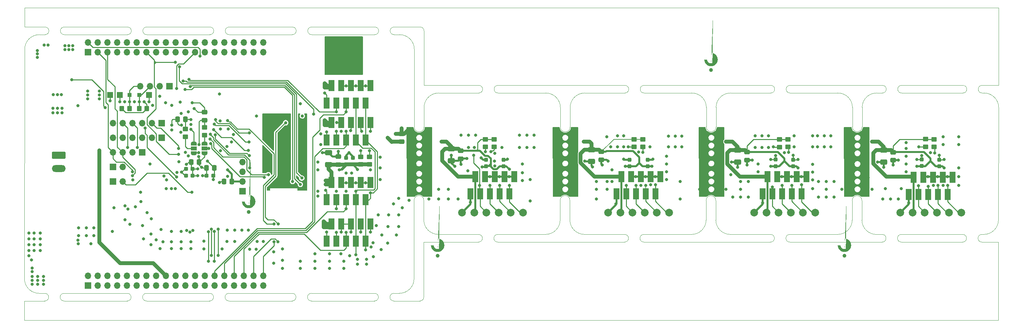
<source format=gbr>
%TF.GenerationSoftware,KiCad,Pcbnew,(6.0.2)*%
%TF.CreationDate,2022-03-24T13:25:50+01:00*%
%TF.ProjectId,GestureControl,47657374-7572-4654-936f-6e74726f6c2e,V0.3*%
%TF.SameCoordinates,PX1268e40PY7fa82d0*%
%TF.FileFunction,Copper,L4,Bot*%
%TF.FilePolarity,Positive*%
%FSLAX46Y46*%
G04 Gerber Fmt 4.6, Leading zero omitted, Abs format (unit mm)*
G04 Created by KiCad (PCBNEW (6.0.2)) date 2022-03-24 13:25:50*
%MOMM*%
%LPD*%
G01*
G04 APERTURE LIST*
G04 Aperture macros list*
%AMRoundRect*
0 Rectangle with rounded corners*
0 $1 Rounding radius*
0 $2 $3 $4 $5 $6 $7 $8 $9 X,Y pos of 4 corners*
0 Add a 4 corners polygon primitive as box body*
4,1,4,$2,$3,$4,$5,$6,$7,$8,$9,$2,$3,0*
0 Add four circle primitives for the rounded corners*
1,1,$1+$1,$2,$3*
1,1,$1+$1,$4,$5*
1,1,$1+$1,$6,$7*
1,1,$1+$1,$8,$9*
0 Add four rect primitives between the rounded corners*
20,1,$1+$1,$2,$3,$4,$5,0*
20,1,$1+$1,$4,$5,$6,$7,0*
20,1,$1+$1,$6,$7,$8,$9,0*
20,1,$1+$1,$8,$9,$2,$3,0*%
%AMFreePoly0*
4,1,22,0.550000,-0.750000,0.000000,-0.750000,0.000000,-0.745033,-0.079941,-0.743568,-0.215256,-0.701293,-0.333266,-0.622738,-0.424486,-0.514219,-0.481581,-0.384460,-0.499164,-0.250000,-0.500000,-0.250000,-0.500000,0.250000,-0.499164,0.250000,-0.499963,0.256109,-0.478152,0.396186,-0.417904,0.524511,-0.324060,0.630769,-0.204165,0.706417,-0.067858,0.745374,0.000000,0.744959,0.000000,0.750000,
0.550000,0.750000,0.550000,-0.750000,0.550000,-0.750000,$1*%
%AMFreePoly1*
4,1,20,0.000000,0.744959,0.073905,0.744508,0.209726,0.703889,0.328688,0.626782,0.421226,0.519385,0.479903,0.390333,0.500000,0.250000,0.500000,-0.250000,0.499851,-0.262216,0.476331,-0.402017,0.414519,-0.529596,0.319384,-0.634700,0.198574,-0.708877,0.061801,-0.746166,0.000000,-0.745033,0.000000,-0.750000,-0.550000,-0.750000,-0.550000,0.750000,0.000000,0.750000,0.000000,0.744959,
0.000000,0.744959,$1*%
%AMFreePoly2*
4,1,85,0.152523,3.118341,0.408529,3.076647,0.655562,2.997572,0.888192,2.882851,1.101311,2.735005,1.290235,2.557283,1.450816,2.353588,1.579524,2.128394,1.673533,1.886650,1.730778,1.633666,1.750000,1.375000,1.747602,1.283412,1.714868,1.026106,1.644462,0.776465,1.537930,0.539972,1.397612,0.321824,1.226591,0.126812,1.028624,-0.040780,0.808060,-0.177269,0.569744,-0.279658,
0.318912,-0.345696,0.061074,-0.373934,0.017533,-0.372223,0.000000,-0.375000,-0.029100,-0.370391,-0.198106,-0.363751,-0.452933,-0.315370,-0.697811,-0.229855,-0.927359,-0.109084,-1.136534,0.044290,-1.320742,0.226897,-1.475935,0.434726,-1.598705,0.663211,-1.686353,0.907333,-1.736956,1.161729,-1.747874,1.389030,-1.004741,1.389030,-0.988331,1.193607,-0.934276,1.005094,-0.844634,0.830670,
-0.722821,0.676980,-0.573475,0.549877,-0.402286,0.454203,-0.215774,0.393602,-0.025677,0.370933,0.000000,0.375000,0.012747,0.372981,0.174488,0.385427,0.363374,0.438165,0.538420,0.526586,0.692957,0.647324,0.821099,0.795778,0.917966,0.966295,0.979868,1.152379,1.004447,1.346943,1.004839,1.375000,0.985702,1.570174,0.929020,1.757914,0.836952,1.931069,0.713004,2.083044,
0.561899,2.208049,0.389391,2.301324,0.202051,2.359315,0.007015,2.379815,-0.188288,2.362041,-0.376419,2.306670,-0.550213,2.215813,-0.703049,2.092930,-0.829106,1.942701,-0.923583,1.770848,-0.982881,1.583918,-1.004741,1.389030,-1.747874,1.389030,-1.749400,1.420810,-1.723414,1.678884,-1.659566,1.930283,-1.559261,2.169483,-1.424702,2.391230,-1.258845,2.590652,-1.065333,2.763368,
-0.848417,2.905584,-0.612863,3.014176,-0.363845,3.086758,-0.106835,3.121736,0.152523,3.118341,0.152523,3.118341,$1*%
G04 Aperture macros list end*
%TA.AperFunction,Profile*%
%ADD10C,0.050000*%
%TD*%
%TA.AperFunction,ComponentPad*%
%ADD11R,1.700000X1.700000*%
%TD*%
%TA.AperFunction,ComponentPad*%
%ADD12O,1.700000X1.700000*%
%TD*%
%TA.AperFunction,ComponentPad*%
%ADD13RoundRect,0.250000X-1.550000X0.650000X-1.550000X-0.650000X1.550000X-0.650000X1.550000X0.650000X0*%
%TD*%
%TA.AperFunction,ComponentPad*%
%ADD14O,3.600000X1.800000*%
%TD*%
%TA.AperFunction,SMDPad,CuDef*%
%ADD15RoundRect,0.237500X-0.300000X-0.237500X0.300000X-0.237500X0.300000X0.237500X-0.300000X0.237500X0*%
%TD*%
%TA.AperFunction,SMDPad,CuDef*%
%ADD16RoundRect,0.250000X-0.337500X-0.475000X0.337500X-0.475000X0.337500X0.475000X-0.337500X0.475000X0*%
%TD*%
%TA.AperFunction,SMDPad,CuDef*%
%ADD17RoundRect,0.250000X0.337500X0.475000X-0.337500X0.475000X-0.337500X-0.475000X0.337500X-0.475000X0*%
%TD*%
%TA.AperFunction,SMDPad,CuDef*%
%ADD18R,1.500000X1.500000*%
%TD*%
%TA.AperFunction,SMDPad,CuDef*%
%ADD19FreePoly0,90.000000*%
%TD*%
%TA.AperFunction,SMDPad,CuDef*%
%ADD20R,1.500000X1.000000*%
%TD*%
%TA.AperFunction,SMDPad,CuDef*%
%ADD21FreePoly1,90.000000*%
%TD*%
%TA.AperFunction,SMDPad,CuDef*%
%ADD22RoundRect,0.249999X0.350001X0.450001X-0.350001X0.450001X-0.350001X-0.450001X0.350001X-0.450001X0*%
%TD*%
%TA.AperFunction,SMDPad,CuDef*%
%ADD23RoundRect,0.249999X-0.350001X-0.450001X0.350001X-0.450001X0.350001X0.450001X-0.350001X0.450001X0*%
%TD*%
%TA.AperFunction,SMDPad,CuDef*%
%ADD24R,1.000000X1.000000*%
%TD*%
%TA.AperFunction,SMDPad,CuDef*%
%ADD25RoundRect,0.237500X0.237500X-0.300000X0.237500X0.300000X-0.237500X0.300000X-0.237500X-0.300000X0*%
%TD*%
%TA.AperFunction,SMDPad,CuDef*%
%ADD26RoundRect,0.250000X-0.475000X0.337500X-0.475000X-0.337500X0.475000X-0.337500X0.475000X0.337500X0*%
%TD*%
%TA.AperFunction,SMDPad,CuDef*%
%ADD27RoundRect,0.250000X0.475000X-0.337500X0.475000X0.337500X-0.475000X0.337500X-0.475000X-0.337500X0*%
%TD*%
%TA.AperFunction,SMDPad,CuDef*%
%ADD28RoundRect,0.249999X0.650001X-0.412501X0.650001X0.412501X-0.650001X0.412501X-0.650001X-0.412501X0*%
%TD*%
%TA.AperFunction,SMDPad,CuDef*%
%ADD29RoundRect,0.249999X-0.650001X0.412501X-0.650001X-0.412501X0.650001X-0.412501X0.650001X0.412501X0*%
%TD*%
%TA.AperFunction,SMDPad,CuDef*%
%ADD30RoundRect,0.249999X-0.450001X0.350001X-0.450001X-0.350001X0.450001X-0.350001X0.450001X0.350001X0*%
%TD*%
%TA.AperFunction,SMDPad,CuDef*%
%ADD31RoundRect,0.249999X0.450001X-0.350001X0.450001X0.350001X-0.450001X0.350001X-0.450001X-0.350001X0*%
%TD*%
%TA.AperFunction,SMDPad,CuDef*%
%ADD32R,1.500000X3.000000*%
%TD*%
%TA.AperFunction,SMDPad,CuDef*%
%ADD33C,2.000000*%
%TD*%
%TA.AperFunction,SMDPad,CuDef*%
%ADD34RoundRect,0.250000X-0.650000X0.412500X-0.650000X-0.412500X0.650000X-0.412500X0.650000X0.412500X0*%
%TD*%
%TA.AperFunction,SMDPad,CuDef*%
%ADD35RoundRect,0.250000X-0.450000X0.350000X-0.450000X-0.350000X0.450000X-0.350000X0.450000X0.350000X0*%
%TD*%
%TA.AperFunction,SMDPad,CuDef*%
%ADD36FreePoly2,180.000000*%
%TD*%
%TA.AperFunction,SMDPad,CuDef*%
%ADD37C,1.000000*%
%TD*%
%TA.AperFunction,SMDPad,CuDef*%
%ADD38RoundRect,0.250000X0.450000X-0.350000X0.450000X0.350000X-0.450000X0.350000X-0.450000X-0.350000X0*%
%TD*%
%TA.AperFunction,ViaPad*%
%ADD39C,0.800000*%
%TD*%
%TA.AperFunction,Conductor*%
%ADD40C,0.250000*%
%TD*%
%TA.AperFunction,Conductor*%
%ADD41C,1.000000*%
%TD*%
%TA.AperFunction,Conductor*%
%ADD42C,0.500000*%
%TD*%
%TA.AperFunction,Conductor*%
%ADD43C,0.200000*%
%TD*%
G04 APERTURE END LIST*
D10*
X75110973Y70070376D02*
G75*
G03*
X75054000Y68072000I-56973J-998376D01*
G01*
X118674000Y52832000D02*
X108204000Y52832000D01*
X249930000Y54832000D02*
X254254000Y54832000D01*
X250380500Y15890000D02*
X249866500Y15890000D01*
X118610500Y13890000D02*
G75*
G03*
X118610500Y15890000I0J1000000D01*
G01*
X97980500Y508000D02*
G75*
G03*
X101790500Y4318000I1J3809999D01*
G01*
X104330500Y13890000D02*
X104330500Y-492000D01*
X32110973Y70070376D02*
X48554000Y70072000D01*
X222632500Y15890000D02*
X223866500Y15890000D01*
X123674000Y54832000D02*
X156774000Y54832000D01*
X194830000Y52832000D02*
G75*
G03*
X194830000Y54832000I0J1000000D01*
G01*
X139890500Y19700000D02*
X139890500Y24780000D01*
X139954000Y43942000D02*
G75*
G03*
X142494000Y43942000I1270000J19D01*
G01*
X244866500Y13890000D02*
X228866500Y13890000D01*
X180486915Y19656414D02*
G75*
G03*
X184296914Y15890000I3766659J-4D01*
G01*
X142494000Y49022000D02*
X142494000Y43942000D01*
X91554000Y68072000D02*
G75*
G03*
X91554000Y70072000I0J1000000D01*
G01*
X218650414Y49065586D02*
X218650414Y43985586D01*
X250380500Y15890000D02*
G75*
G03*
X254190500Y19700000I1J3809999D01*
G01*
X254000Y70072000D02*
X254000Y75072000D01*
X174136914Y15890000D02*
X161710500Y15890000D01*
X142430500Y24780000D02*
X142430500Y19700000D01*
X136144000Y52832000D02*
X123674000Y52832000D01*
X139954000Y49022000D02*
G75*
G03*
X136144000Y52832000I-3809999J1D01*
G01*
X103330500Y-1492000D02*
X96547473Y-1490376D01*
X4064000Y68072000D02*
G75*
G03*
X254000Y64262000I-1J-3809999D01*
G01*
X142430500Y24780000D02*
G75*
G03*
X139890500Y24780000I-1270000J-19D01*
G01*
X104330500Y24780019D02*
G75*
G03*
X101790500Y24780019I-1270000J-19D01*
G01*
X244866500Y13890000D02*
G75*
G03*
X244866500Y15890000I0J1000000D01*
G01*
X26990500Y508000D02*
X10490500Y508000D01*
X244930000Y52832000D02*
G75*
G03*
X244930000Y54832000I0J1000000D01*
G01*
X53490500Y508000D02*
G75*
G03*
X53547473Y-1490376I0J-1000000D01*
G01*
X142430500Y19700000D02*
G75*
G03*
X146240500Y15890000I3809999J-1D01*
G01*
X249930000Y54832000D02*
G75*
G03*
X249930000Y52832000I0J-1000000D01*
G01*
X216110414Y49065586D02*
G75*
G03*
X212300414Y52832000I-3766663J0D01*
G01*
X228930000Y54832000D02*
X244930000Y54832000D01*
X118610500Y13890000D02*
X104330500Y13890000D01*
X180486914Y24736414D02*
X180486914Y19656414D01*
X156774000Y52832000D02*
G75*
G03*
X156774000Y54832000I0J1000000D01*
G01*
X161774000Y54832000D02*
G75*
G03*
X161774000Y52832000I0J-1000000D01*
G01*
X101854000Y64262000D02*
G75*
G03*
X98044000Y68072000I-3809999J1D01*
G01*
X223930000Y54832000D02*
X199830000Y54832000D01*
X194766500Y13890000D02*
G75*
G03*
X194766500Y15890000I0J1000000D01*
G01*
X104330500Y24780019D02*
X104330500Y19700000D01*
X216110414Y43985586D02*
G75*
G03*
X218650414Y43985586I1270000J19D01*
G01*
X48490500Y-1492000D02*
X32047473Y-1490376D01*
X228930000Y54832000D02*
G75*
G03*
X228930000Y52832000I0J-1000000D01*
G01*
X177946914Y19656414D02*
X177946914Y24736414D01*
X69990500Y-1492000D02*
G75*
G03*
X69990500Y508000I0J1000000D01*
G01*
X254190500Y13890000D02*
X254190500Y-6492000D01*
X91490500Y-1492000D02*
X75047473Y-1490376D01*
X75110973Y70070376D02*
X91554000Y70072000D01*
X212236914Y15890000D02*
G75*
G03*
X216046914Y19656414I43337J3766414D01*
G01*
X223930000Y52832000D02*
G75*
G03*
X223930000Y54832000I0J1000000D01*
G01*
X104394000Y54832000D02*
X118674000Y54832000D01*
X254254000Y75072000D02*
X254254000Y54832000D01*
X91490500Y-1492000D02*
G75*
G03*
X91490500Y508000I0J1000000D01*
G01*
X146240500Y15890000D02*
X156710500Y15890000D01*
X194830000Y52832000D02*
X184360414Y52832000D01*
X218586914Y24736414D02*
X218586914Y19656414D01*
X178010414Y43985586D02*
G75*
G03*
X180550414Y43985586I1270000J19D01*
G01*
X48554000Y68072000D02*
G75*
G03*
X48554000Y70072000I0J1000000D01*
G01*
X146304000Y52832000D02*
G75*
G03*
X142494000Y49022000I-1J-3809999D01*
G01*
X4064000Y68072000D02*
X5554000Y68072000D01*
X96490500Y508000D02*
G75*
G03*
X96547473Y-1490376I0J-1000000D01*
G01*
X108204000Y52832000D02*
G75*
G03*
X104394000Y49022000I-1J-3809999D01*
G01*
X123674000Y54832000D02*
G75*
G03*
X123674000Y52832000I0J-1000000D01*
G01*
X32110973Y70070376D02*
G75*
G03*
X32054000Y68072000I-56973J-998376D01*
G01*
X5490500Y508000D02*
X4000500Y508000D01*
X161774000Y54832000D02*
X194830000Y54832000D01*
X244930000Y52832000D02*
X228930000Y52832000D01*
X178010414Y49065586D02*
G75*
G03*
X174200414Y52832000I-3766663J0D01*
G01*
X10554000Y68072000D02*
X27054000Y68072000D01*
X254000Y70072000D02*
X5554000Y70072000D01*
X69990500Y508000D02*
X53490500Y508000D01*
X161774000Y52832000D02*
X174200414Y52832000D01*
X180486914Y24736414D02*
G75*
G03*
X177946914Y24736414I-1270000J-19D01*
G01*
X254190500Y19700000D02*
X254254000Y49022000D01*
X199830000Y52832000D02*
X212300414Y52832000D01*
X97980500Y508000D02*
X96490500Y508000D01*
X218586913Y19656414D02*
G75*
G03*
X222632500Y15890000I3776044J-3D01*
G01*
X75054000Y68072000D02*
X91554000Y68072000D01*
X53610973Y70070376D02*
X70054000Y70072000D01*
X5490500Y-1492000D02*
G75*
G03*
X5490500Y508000I0J1000000D01*
G01*
X254000Y75072000D02*
X254254000Y75072000D01*
X254190500Y13890000D02*
X249866500Y13890000D01*
X228866500Y15890000D02*
G75*
G03*
X228866500Y13890000I0J-1000000D01*
G01*
X91490500Y508000D02*
X74990500Y508000D01*
X161710500Y15890000D02*
G75*
G03*
X161710500Y13890000I0J-1000000D01*
G01*
X156710500Y13890000D02*
G75*
G03*
X156710500Y15890000I0J1000000D01*
G01*
X123610500Y15890000D02*
G75*
G03*
X123610500Y13890000I0J-1000000D01*
G01*
X27054000Y68072000D02*
G75*
G03*
X27054000Y70072000I0J1000000D01*
G01*
X254254000Y49022000D02*
G75*
G03*
X250444000Y52832000I-3809999J1D01*
G01*
X96610973Y70070376D02*
G75*
G03*
X96554000Y68072000I-56973J-998376D01*
G01*
X199766500Y15890000D02*
G75*
G03*
X199766500Y13890000I0J-1000000D01*
G01*
X5554000Y68072000D02*
G75*
G03*
X5554000Y70072000I0J1000000D01*
G01*
X48490500Y508000D02*
X31990500Y508000D01*
X118674000Y52832000D02*
G75*
G03*
X118674000Y54832000I0J1000000D01*
G01*
X184296914Y15890000D02*
X194766500Y15890000D01*
X184360414Y52832000D02*
G75*
G03*
X180550414Y49065586I-43339J-3766412D01*
G01*
X53554000Y68072000D02*
X70054000Y68072000D01*
X103330500Y-1492000D02*
G75*
G03*
X104330500Y-492000I1J999999D01*
G01*
X222504000Y52832000D02*
G75*
G03*
X218650414Y49065586I-86192J-3766408D01*
G01*
X223866500Y13890000D02*
G75*
G03*
X223866500Y15890000I0J1000000D01*
G01*
X104330500Y19700000D02*
G75*
G03*
X108140500Y15890000I3809999J-1D01*
G01*
X199766500Y13890000D02*
X223866500Y13890000D01*
X190500Y4318000D02*
G75*
G03*
X4000500Y508000I3809999J-1D01*
G01*
X101790500Y4318000D02*
X101790500Y24780019D01*
X199830000Y54832000D02*
G75*
G03*
X199830000Y52832000I0J-1000000D01*
G01*
X10610973Y70070376D02*
X27054000Y70072000D01*
X69990500Y-1492000D02*
X53547473Y-1490376D01*
X249866500Y15890000D02*
G75*
G03*
X249866500Y13890000I0J-1000000D01*
G01*
X178010414Y43985586D02*
X178010414Y49065586D01*
X32054000Y68072000D02*
X48554000Y68072000D01*
X104394000Y69072000D02*
X104394000Y54832000D01*
X180550414Y49065586D02*
X180550414Y43985586D01*
X53610973Y70070376D02*
G75*
G03*
X53554000Y68072000I-56973J-998376D01*
G01*
X156774000Y52832000D02*
X146304000Y52832000D01*
X74990500Y508000D02*
G75*
G03*
X75047473Y-1490376I0J-1000000D01*
G01*
X174136914Y15890000D02*
G75*
G03*
X177946914Y19656414I43337J3766414D01*
G01*
X249930000Y52832000D02*
X250444000Y52832000D01*
X228866500Y15890000D02*
X244866500Y15890000D01*
X136080500Y15890000D02*
G75*
G03*
X139890500Y19700000I1J3809999D01*
G01*
X190500Y-6492000D02*
X190500Y-1492000D01*
X108140500Y15890000D02*
X118610500Y15890000D01*
X139954000Y43942000D02*
X139954000Y49022000D01*
X5490500Y-1492000D02*
X190500Y-1492000D01*
X216046914Y19656414D02*
X216046914Y24736414D01*
X194766500Y13890000D02*
X161710500Y13890000D01*
X26990500Y-1492000D02*
X10547473Y-1490376D01*
X10610973Y70070376D02*
G75*
G03*
X10554000Y68072000I-56973J-998376D01*
G01*
X254190500Y-6492000D02*
X190500Y-6492000D01*
X218586914Y24736414D02*
G75*
G03*
X216046914Y24736414I-1270000J-19D01*
G01*
X101854000Y43941981D02*
X101854000Y64262000D01*
X48490500Y-1492000D02*
G75*
G03*
X48490500Y508000I0J1000000D01*
G01*
X96554000Y68072000D02*
X98044000Y68072000D01*
X26990500Y-1492000D02*
G75*
G03*
X26990500Y508000I0J1000000D01*
G01*
X70054000Y68072000D02*
G75*
G03*
X70054000Y70072000I0J1000000D01*
G01*
X104394000Y69072000D02*
G75*
G03*
X103394000Y70072000I-999999J1D01*
G01*
X156710500Y13890000D02*
X123610500Y13890000D01*
X104394000Y49022000D02*
X104394000Y43941981D01*
X10490500Y508000D02*
G75*
G03*
X10547473Y-1490376I0J-1000000D01*
G01*
X190500Y4318000D02*
X254000Y64262000D01*
X96610973Y70070376D02*
X103394000Y70072000D01*
X31990500Y508000D02*
G75*
G03*
X32047473Y-1490376I0J-1000000D01*
G01*
X212236914Y15890000D02*
X199766500Y15890000D01*
X223930000Y52832000D02*
X222504000Y52832000D01*
X123610500Y15890000D02*
X136080500Y15890000D01*
X216110414Y43985586D02*
X216110414Y49065586D01*
X101854000Y43941981D02*
G75*
G03*
X104394000Y43941981I1270000J19D01*
G01*
D11*
%TO.P,J25,1,Pin_1*%
%TO.N,SDA2*%
X16786000Y63495000D03*
D12*
%TO.P,J25,2,Pin_2*%
%TO.N,GPIOI_0*%
X16786000Y66035000D03*
%TO.P,J25,3,Pin_3*%
%TO.N,SCL1*%
X19326000Y63495000D03*
%TO.P,J25,4,Pin_4*%
%TO.N,unconnected-(J25-Pad4)*%
X19326000Y66035000D03*
%TO.P,J25,5,Pin_5*%
%TO.N,SDA1*%
X21866000Y63495000D03*
%TO.P,J25,6,Pin_6*%
%TO.N,unconnected-(J25-Pad6)*%
X21866000Y66035000D03*
%TO.P,J25,7,Pin_7*%
%TO.N,+3V3*%
X24406000Y63495000D03*
%TO.P,J25,8,Pin_8*%
%TO.N,unconnected-(J25-Pad8)*%
X24406000Y66035000D03*
%TO.P,J25,9,Pin_9*%
%TO.N,GND*%
X26946000Y63495000D03*
%TO.P,J25,10,Pin_10*%
%TO.N,unconnected-(J25-Pad10)*%
X26946000Y66035000D03*
%TO.P,J25,11,Pin_11*%
%TO.N,GPIOI_4*%
X29486000Y63495000D03*
%TO.P,J25,12,Pin_12*%
%TO.N,unconnected-(J25-Pad12)*%
X29486000Y66035000D03*
%TO.P,J25,13,Pin_13*%
%TO.N,XSHUT_0*%
X32026000Y63495000D03*
%TO.P,J25,14,Pin_14*%
%TO.N,unconnected-(J25-Pad14)*%
X32026000Y66035000D03*
%TO.P,J25,15,Pin_15*%
%TO.N,LED_3*%
X34566000Y63495000D03*
%TO.P,J25,16,Pin_16*%
%TO.N,unconnected-(J25-Pad16)*%
X34566000Y66035000D03*
%TO.P,J25,17,Pin_17*%
%TO.N,GPIOI_3*%
X37106000Y63495000D03*
%TO.P,J25,18,Pin_18*%
%TO.N,unconnected-(J25-Pad18)*%
X37106000Y66035000D03*
%TO.P,J25,19,Pin_19*%
%TO.N,GPIOI_2*%
X39646000Y63495000D03*
%TO.P,J25,20,Pin_20*%
%TO.N,GND*%
X39646000Y66035000D03*
%TO.P,J25,21,Pin_21*%
%TO.N,GPIOI_1*%
X42186000Y63495000D03*
%TO.P,J25,22,Pin_22*%
%TO.N,unconnected-(J25-Pad22)*%
X42186000Y66035000D03*
%TO.P,J25,23,Pin_23*%
%TO.N,SCL2*%
X44726000Y63495000D03*
%TO.P,J25,24,Pin_24*%
%TO.N,unconnected-(J25-Pad24)*%
X44726000Y66035000D03*
%TO.P,J25,25,Pin_25*%
%TO.N,LED_0*%
X47266000Y63495000D03*
%TO.P,J25,26,Pin_26*%
%TO.N,unconnected-(J25-Pad26)*%
X47266000Y66035000D03*
%TO.P,J25,27,Pin_27*%
%TO.N,LED_1*%
X49806000Y63495000D03*
%TO.P,J25,28,Pin_28*%
%TO.N,unconnected-(J25-Pad28)*%
X49806000Y66035000D03*
%TO.P,J25,29,Pin_29*%
%TO.N,LED_2*%
X52346000Y63495000D03*
%TO.P,J25,30,Pin_30*%
%TO.N,unconnected-(J25-Pad30)*%
X52346000Y66035000D03*
%TO.P,J25,31,Pin_31*%
%TO.N,unconnected-(J25-Pad31)*%
X54886000Y63495000D03*
%TO.P,J25,32,Pin_32*%
%TO.N,GND*%
X54886000Y66035000D03*
%TO.P,J25,33,Pin_33*%
%TO.N,LED_4*%
X57426000Y63495000D03*
%TO.P,J25,34,Pin_34*%
%TO.N,unconnected-(J25-Pad34)*%
X57426000Y66035000D03*
%TO.P,J25,35,Pin_35*%
%TO.N,unconnected-(J25-Pad35)*%
X59966000Y63495000D03*
%TO.P,J25,36,Pin_36*%
%TO.N,unconnected-(J25-Pad36)*%
X59966000Y66035000D03*
%TO.P,J25,37,Pin_37*%
%TO.N,unconnected-(J25-Pad37)*%
X62506000Y63495000D03*
%TO.P,J25,38,Pin_38*%
%TO.N,unconnected-(J25-Pad38)*%
X62506000Y66035000D03*
%TD*%
D11*
%TO.P,J24,1,Pin_1*%
%TO.N,unconnected-(J24-Pad1)*%
X16774000Y2535000D03*
D12*
%TO.P,J24,2,Pin_2*%
%TO.N,unconnected-(J24-Pad2)*%
X16774000Y5075000D03*
%TO.P,J24,3,Pin_3*%
%TO.N,unconnected-(J24-Pad3)*%
X19314000Y2535000D03*
%TO.P,J24,4,Pin_4*%
%TO.N,unconnected-(J24-Pad4)*%
X19314000Y5075000D03*
%TO.P,J24,5,Pin_5*%
%TO.N,unconnected-(J24-Pad5)*%
X21854000Y2535000D03*
%TO.P,J24,6,Pin_6*%
%TO.N,unconnected-(J24-Pad6)*%
X21854000Y5075000D03*
%TO.P,J24,7,Pin_7*%
%TO.N,unconnected-(J24-Pad7)*%
X24394000Y2535000D03*
%TO.P,J24,8,Pin_8*%
%TO.N,GND*%
X24394000Y5075000D03*
%TO.P,J24,9,Pin_9*%
%TO.N,unconnected-(J24-Pad9)*%
X26934000Y2535000D03*
%TO.P,J24,10,Pin_10*%
%TO.N,unconnected-(J24-Pad10)*%
X26934000Y5075000D03*
%TO.P,J24,11,Pin_11*%
%TO.N,unconnected-(J24-Pad11)*%
X29474000Y2535000D03*
%TO.P,J24,12,Pin_12*%
%TO.N,unconnected-(J24-Pad12)*%
X29474000Y5075000D03*
%TO.P,J24,13,Pin_13*%
%TO.N,unconnected-(J24-Pad13)*%
X32014000Y2535000D03*
%TO.P,J24,14,Pin_14*%
%TO.N,unconnected-(J24-Pad14)*%
X32014000Y5075000D03*
%TO.P,J24,15,Pin_15*%
%TO.N,unconnected-(J24-Pad15)*%
X34554000Y2535000D03*
%TO.P,J24,16,Pin_16*%
%TO.N,+3V3*%
X34554000Y5075000D03*
%TO.P,J24,17,Pin_17*%
%TO.N,unconnected-(J24-Pad17)*%
X37094000Y2535000D03*
%TO.P,J24,18,Pin_18*%
%TO.N,+5V*%
X37094000Y5075000D03*
%TO.P,J24,19,Pin_19*%
%TO.N,GND*%
X39634000Y2535000D03*
%TO.P,J24,20,Pin_20*%
X39634000Y5075000D03*
%TO.P,J24,21,Pin_21*%
%TO.N,unconnected-(J24-Pad21)*%
X42174000Y2535000D03*
%TO.P,J24,22,Pin_22*%
%TO.N,GND*%
X42174000Y5075000D03*
%TO.P,J24,23,Pin_23*%
%TO.N,unconnected-(J24-Pad23)*%
X44714000Y2535000D03*
%TO.P,J24,24,Pin_24*%
%TO.N,unconnected-(J24-Pad24)*%
X44714000Y5075000D03*
%TO.P,J24,25,Pin_25*%
%TO.N,unconnected-(J24-Pad25)*%
X47254000Y2535000D03*
%TO.P,J24,26,Pin_26*%
%TO.N,unconnected-(J24-Pad26)*%
X47254000Y5075000D03*
%TO.P,J24,27,Pin_27*%
%TO.N,unconnected-(J24-Pad27)*%
X49794000Y2535000D03*
%TO.P,J24,28,Pin_28*%
%TO.N,XSHUT_1*%
X49794000Y5075000D03*
%TO.P,J24,29,Pin_29*%
%TO.N,unconnected-(J24-Pad29)*%
X52334000Y2535000D03*
%TO.P,J24,30,Pin_30*%
%TO.N,XSHUT_2*%
X52334000Y5075000D03*
%TO.P,J24,31,Pin_31*%
%TO.N,unconnected-(J24-Pad31)*%
X54874000Y2535000D03*
%TO.P,J24,32,Pin_32*%
%TO.N,XSHUT_3*%
X54874000Y5075000D03*
%TO.P,J24,33,Pin_33*%
%TO.N,unconnected-(J24-Pad33)*%
X57414000Y2535000D03*
%TO.P,J24,34,Pin_34*%
%TO.N,XSHUT_4*%
X57414000Y5075000D03*
%TO.P,J24,35,Pin_35*%
%TO.N,unconnected-(J24-Pad35)*%
X59954000Y2535000D03*
%TO.P,J24,36,Pin_36*%
%TO.N,SW_1*%
X59954000Y5075000D03*
%TO.P,J24,37,Pin_37*%
%TO.N,unconnected-(J24-Pad37)*%
X62494000Y2535000D03*
%TO.P,J24,38,Pin_38*%
%TO.N,SW_2*%
X62494000Y5075000D03*
%TD*%
D11*
%TO.P,J1,1,Pin_1*%
%TO.N,GND*%
X30861000Y37343510D03*
D12*
%TO.P,J1,2,Pin_2*%
%TO.N,+5V*%
X28321000Y37343510D03*
%TO.P,J1,3,Pin_3*%
%TO.N,SDA1*%
X25781000Y37343510D03*
%TO.P,J1,4,Pin_4*%
%TO.N,SCL1*%
X23241000Y37343510D03*
%TD*%
D13*
%TO.P,J2,1,Pin_1*%
%TO.N,GND*%
X9144000Y36576000D03*
D14*
%TO.P,J2,2,Pin_2*%
%TO.N,Net-(D6-Pad2)*%
X9144000Y33076000D03*
%TD*%
D11*
%TO.P,J7,1,Pin_1*%
%TO.N,GND*%
X35941000Y44963510D03*
D12*
%TO.P,J7,2,Pin_2*%
%TO.N,/STM32L151RET6TR/FTDI_CTS*%
X33401000Y44963510D03*
%TO.P,J7,3,Pin_3*%
%TO.N,+5V*%
X30861000Y44963510D03*
%TO.P,J7,4,Pin_4*%
%TO.N,/STM32L151RET6TR/FTDI_TXD*%
X28321000Y44963510D03*
%TO.P,J7,5,Pin_5*%
%TO.N,/STM32L151RET6TR/FTDI_RXD*%
X25781000Y44963510D03*
%TO.P,J7,6,Pin_6*%
%TO.N,/STM32L151RET6TR/FTDI_RTS*%
X23241000Y44963510D03*
%TD*%
D11*
%TO.P,J10,1,Pin_1*%
%TO.N,GND*%
X37973000Y54610000D03*
D12*
%TO.P,J10,2,Pin_2*%
%TO.N,+3V3*%
X35433000Y54610000D03*
%TO.P,J10,3,Pin_3*%
%TO.N,SDA2*%
X32893000Y54610000D03*
%TO.P,J10,4,Pin_4*%
%TO.N,SCL2*%
X30353000Y54610000D03*
%TD*%
D11*
%TO.P,J9,1,Pin_1*%
%TO.N,GND*%
X57017490Y27183510D03*
D12*
%TO.P,J9,2,Pin_2*%
%TO.N,+3V3*%
X57017490Y29723510D03*
%TO.P,J9,3,Pin_3*%
%TO.N,/STM32L151RET6TR/UART_TX*%
X57017490Y32263510D03*
%TO.P,J9,4,Pin_4*%
%TO.N,/STM32L151RET6TR/UART_RX*%
X57017490Y34803510D03*
%TD*%
D11*
%TO.P,J8,1,Pin_1*%
%TO.N,+3V3*%
X35935490Y41153510D03*
D12*
%TO.P,J8,2,Pin_2*%
%TO.N,/STM32L151RET6TR/SWCLK*%
X33395490Y41153510D03*
%TO.P,J8,3,Pin_3*%
%TO.N,GND*%
X30855490Y41153510D03*
%TO.P,J8,4,Pin_4*%
%TO.N,/STM32L151RET6TR/SWDAT*%
X28315490Y41153510D03*
%TO.P,J8,5,Pin_5*%
%TO.N,/STM32L151RET6TR/RST*%
X25775490Y41153510D03*
%TO.P,J8,6,Pin_6*%
%TO.N,/STM32L151RET6TR/SW0*%
X23235490Y41153510D03*
%TD*%
D11*
%TO.P,J11,1,Pin_1*%
%TO.N,GND*%
X23235490Y29723510D03*
D12*
%TO.P,J11,2,Pin_2*%
%TO.N,/STM32L151RET6TR/RST*%
X25775490Y29723510D03*
%TD*%
D11*
%TO.P,J12,1,Pin_1*%
%TO.N,+3V3*%
X23235490Y33533510D03*
D12*
%TO.P,J12,2,Pin_2*%
%TO.N,/STM32L151RET6TR/BOOT*%
X25775490Y33533510D03*
%TD*%
D15*
%TO.P,C28,1*%
%TO.N,+3V3*%
X47672490Y31247510D03*
%TO.P,C28,2*%
%TO.N,GND*%
X49397490Y31247510D03*
%TD*%
D16*
%TO.P,C30,1*%
%TO.N,+3V3*%
X47619490Y33279510D03*
%TO.P,C30,2*%
%TO.N,GND*%
X49694490Y33279510D03*
%TD*%
D15*
%TO.P,C31,1*%
%TO.N,+3V3*%
X42285490Y33025510D03*
%TO.P,C31,2*%
%TO.N,GND*%
X44010490Y33025510D03*
%TD*%
D17*
%TO.P,C33,1*%
%TO.N,+3V3*%
X45741500Y34798000D03*
%TO.P,C33,2*%
%TO.N,GND*%
X43666500Y34798000D03*
%TD*%
D18*
%TO.P,J17,1,Pin_1*%
%TO.N,/STM32L151RET6TR/PC8*%
X32633490Y52329510D03*
%TD*%
%TO.P,J18,1,Pin_1*%
%TO.N,/STM32L151RET6TR/PA9*%
X25013490Y52329510D03*
%TD*%
%TO.P,J19,1,Pin_1*%
%TO.N,/STM32L151RET6TR/PA10*%
X22473490Y52329510D03*
%TD*%
D19*
%TO.P,JP3,1,A*%
%TO.N,+3V3*%
X47117000Y37054000D03*
D20*
%TO.P,JP3,2,C*%
%TO.N,/STM32L151RET6TR/PIN30*%
X47117000Y38354000D03*
D21*
%TO.P,JP3,3,B*%
%TO.N,SDA2*%
X47117000Y39654000D03*
%TD*%
D22*
%TO.P,R21,1*%
%TO.N,+3V3*%
X32093490Y48773510D03*
%TO.P,R21,2*%
%TO.N,SDA2*%
X30093490Y48773510D03*
%TD*%
D23*
%TO.P,R22,1*%
%TO.N,+3V3*%
X25553490Y48773510D03*
%TO.P,R22,2*%
%TO.N,SCL2*%
X27553490Y48773510D03*
%TD*%
D24*
%TO.P,TP1,1,1*%
%TO.N,SDA2*%
X30093490Y52329510D03*
%TD*%
%TO.P,TP2,1,1*%
%TO.N,SCL2*%
X27553490Y52329510D03*
%TD*%
D19*
%TO.P,JP2,1,A*%
%TO.N,/STM32L151RET6TR/PIN29*%
X44323000Y37054000D03*
D20*
%TO.P,JP2,2,C*%
%TO.N,SCL2*%
X44323000Y38354000D03*
D21*
%TO.P,JP2,3,B*%
%TO.N,/STM32L151RET6TR/PIN41*%
X44323000Y39654000D03*
%TD*%
D15*
%TO.P,C23,1*%
%TO.N,+3V3*%
X42285490Y31247510D03*
%TO.P,C23,2*%
%TO.N,GND*%
X44010490Y31247510D03*
%TD*%
D17*
%TO.P,C11,1*%
%TO.N,+3V3*%
X54266490Y29723510D03*
%TO.P,C11,2*%
%TO.N,GND*%
X52191490Y29723510D03*
%TD*%
D25*
%TO.P,C14,1*%
%TO.N,+3V3*%
X157988000Y33681500D03*
%TO.P,C14,2*%
%TO.N,GND*%
X157988000Y35406500D03*
%TD*%
%TO.P,C15,1*%
%TO.N,+3V3*%
X196088000Y33708000D03*
%TO.P,C15,2*%
%TO.N,GND*%
X196088000Y35433000D03*
%TD*%
%TO.P,C16,1*%
%TO.N,+3V3*%
X84074000Y34163000D03*
%TO.P,C16,2*%
%TO.N,GND*%
X84074000Y35888000D03*
%TD*%
%TO.P,C20,1*%
%TO.N,+3V3*%
X162687000Y33681500D03*
%TO.P,C20,2*%
%TO.N,GND*%
X162687000Y35406500D03*
%TD*%
%TO.P,C21,1*%
%TO.N,+3V3*%
X200660000Y33681500D03*
%TO.P,C21,2*%
%TO.N,GND*%
X200660000Y35406500D03*
%TD*%
%TO.P,C35,1*%
%TO.N,+3V3*%
X85852000Y34163000D03*
%TO.P,C35,2*%
%TO.N,GND*%
X85852000Y35888000D03*
%TD*%
D26*
%TO.P,C36,1*%
%TO.N,+3V3*%
X150622000Y37465000D03*
%TO.P,C36,2*%
%TO.N,GND*%
X150622000Y35390000D03*
%TD*%
%TO.P,C37,1*%
%TO.N,+3V3*%
X188595000Y37376500D03*
%TO.P,C37,2*%
%TO.N,GND*%
X188595000Y35301500D03*
%TD*%
D27*
%TO.P,C38,1*%
%TO.N,+3V3*%
X82042000Y34120000D03*
%TO.P,C38,2*%
%TO.N,GND*%
X82042000Y36195000D03*
%TD*%
D28*
%TO.P,C39,1*%
%TO.N,+3V3*%
X79502000Y34086000D03*
%TO.P,C39,2*%
%TO.N,GND*%
X79502000Y37211000D03*
%TD*%
D29*
%TO.P,C40,1*%
%TO.N,+3V3*%
X111506000Y38265500D03*
%TO.P,C40,2*%
%TO.N,GND*%
X111506000Y35140500D03*
%TD*%
%TO.P,C41,1*%
%TO.N,+3V3*%
X148082000Y38050000D03*
%TO.P,C41,2*%
%TO.N,GND*%
X148082000Y34925000D03*
%TD*%
%TO.P,C42,1*%
%TO.N,+3V3*%
X186182000Y37884500D03*
%TO.P,C42,2*%
%TO.N,GND*%
X186182000Y34759500D03*
%TD*%
D30*
%TO.P,R13,1*%
%TO.N,+3V3*%
X161417000Y40751000D03*
%TO.P,R13,2*%
%TO.N,GPIOI_2*%
X161417000Y38751000D03*
%TD*%
%TO.P,R16,1*%
%TO.N,+3V3*%
X159131000Y40751000D03*
%TO.P,R16,2*%
%TO.N,XSHUT_2*%
X159131000Y38751000D03*
%TD*%
%TO.P,R17,1*%
%TO.N,+3V3*%
X199263000Y40751000D03*
%TO.P,R17,2*%
%TO.N,GPIOI_3*%
X199263000Y38751000D03*
%TD*%
%TO.P,R30,1*%
%TO.N,+3V3*%
X197104000Y40719000D03*
%TO.P,R30,2*%
%TO.N,XSHUT_3*%
X197104000Y38719000D03*
%TD*%
D31*
%TO.P,R31,1*%
%TO.N,+3V3*%
X90170000Y34163000D03*
%TO.P,R31,2*%
%TO.N,GPIOI_0*%
X90170000Y36163000D03*
%TD*%
%TO.P,R32,1*%
%TO.N,+3V3*%
X87884000Y34179000D03*
%TO.P,R32,2*%
%TO.N,XSHUT_0*%
X87884000Y36179000D03*
%TD*%
D25*
%TO.P,C8,1*%
%TO.N,+3V3*%
X125095000Y33681500D03*
%TO.P,C8,2*%
%TO.N,GND*%
X125095000Y35406500D03*
%TD*%
%TO.P,C9,1*%
%TO.N,+3V3*%
X120523000Y33681500D03*
%TO.P,C9,2*%
%TO.N,GND*%
X120523000Y35406500D03*
%TD*%
D26*
%TO.P,C10,1*%
%TO.N,+3V3*%
X113919000Y37740500D03*
%TO.P,C10,2*%
%TO.N,GND*%
X113919000Y35665500D03*
%TD*%
D27*
%TO.P,C12,1*%
%TO.N,+3V3*%
X98552000Y40089000D03*
%TO.P,C12,2*%
%TO.N,GND*%
X98552000Y42164000D03*
%TD*%
D30*
%TO.P,R12,1*%
%TO.N,+3V3*%
X122682000Y40751000D03*
%TO.P,R12,2*%
%TO.N,GPIOI_1*%
X122682000Y38751000D03*
%TD*%
%TO.P,R29,1*%
%TO.N,+3V3*%
X120396000Y40735000D03*
%TO.P,R29,2*%
%TO.N,XSHUT_1*%
X120396000Y38735000D03*
%TD*%
D32*
%TO.P,J14,1*%
%TO.N,GND*%
X165989000Y30952000D03*
%TO.P,J14,2*%
%TO.N,SDA1*%
X164719000Y26452000D03*
%TO.P,J14,3*%
%TO.N,GND*%
X163449000Y30952000D03*
%TO.P,J14,4*%
%TO.N,SCL1*%
X162179000Y26452000D03*
%TO.P,J14,5*%
%TO.N,GND*%
X160909000Y30952000D03*
%TO.P,J14,6*%
%TO.N,XSHUT_2*%
X159639000Y26452000D03*
%TO.P,J14,7*%
%TO.N,GND*%
X158369000Y30952000D03*
%TO.P,J14,8*%
%TO.N,GPIOI_2*%
X157099000Y26452000D03*
%TO.P,J14,9*%
%TO.N,+3V3*%
X155829000Y30952000D03*
%TO.P,J14,10*%
%TO.N,GND*%
X154559000Y26452000D03*
%TD*%
%TO.P,J15,1*%
%TO.N,GND*%
X204089000Y30952000D03*
%TO.P,J15,2*%
%TO.N,SDA1*%
X202819000Y26452000D03*
%TO.P,J15,3*%
%TO.N,GND*%
X201549000Y30952000D03*
%TO.P,J15,4*%
%TO.N,SCL1*%
X200279000Y26452000D03*
%TO.P,J15,5*%
%TO.N,GND*%
X199009000Y30952000D03*
%TO.P,J15,6*%
%TO.N,XSHUT_3*%
X197739000Y26452000D03*
%TO.P,J15,7*%
%TO.N,GND*%
X196469000Y30952000D03*
%TO.P,J15,8*%
%TO.N,GPIOI_3*%
X195199000Y26452000D03*
%TO.P,J15,9*%
%TO.N,+3V3*%
X193929000Y30952000D03*
%TO.P,J15,10*%
%TO.N,GND*%
X192659000Y26452000D03*
%TD*%
%TO.P,J16,1*%
%TO.N,GND*%
X90424000Y54737000D03*
%TO.P,J16,2*%
%TO.N,SDA1*%
X89154000Y50237000D03*
%TO.P,J16,3*%
%TO.N,GND*%
X87884000Y54737000D03*
%TO.P,J16,4*%
%TO.N,SCL1*%
X86614000Y50237000D03*
%TO.P,J16,5*%
%TO.N,GND*%
X85344000Y54737000D03*
%TO.P,J16,6*%
%TO.N,XSHUT_1*%
X84074000Y50237000D03*
%TO.P,J16,7*%
%TO.N,GND*%
X82804000Y54737000D03*
%TO.P,J16,8*%
%TO.N,GPIOI_1*%
X81534000Y50237000D03*
%TO.P,J16,9*%
%TO.N,+3V3*%
X80264000Y54737000D03*
%TO.P,J16,10*%
%TO.N,GND*%
X78994000Y50237000D03*
%TD*%
%TO.P,J20,1*%
%TO.N,GND*%
X90424000Y45085000D03*
%TO.P,J20,2*%
%TO.N,SDA1*%
X89154000Y40585000D03*
%TO.P,J20,3*%
%TO.N,GND*%
X87884000Y45085000D03*
%TO.P,J20,4*%
%TO.N,SCL1*%
X86614000Y40585000D03*
%TO.P,J20,5*%
%TO.N,GND*%
X85344000Y45085000D03*
%TO.P,J20,6*%
%TO.N,XSHUT_2*%
X84074000Y40585000D03*
%TO.P,J20,7*%
%TO.N,GND*%
X82804000Y45085000D03*
%TO.P,J20,8*%
%TO.N,GPIOI_2*%
X81534000Y40585000D03*
%TO.P,J20,9*%
%TO.N,+3V3*%
X80264000Y45085000D03*
%TO.P,J20,10*%
%TO.N,GND*%
X78994000Y40585000D03*
%TD*%
%TO.P,J21,1*%
%TO.N,GND*%
X90424000Y29464000D03*
%TO.P,J21,2*%
%TO.N,SDA1*%
X89154000Y24964000D03*
%TO.P,J21,3*%
%TO.N,GND*%
X87884000Y29464000D03*
%TO.P,J21,4*%
%TO.N,SCL1*%
X86614000Y24964000D03*
%TO.P,J21,5*%
%TO.N,GND*%
X85344000Y29464000D03*
%TO.P,J21,6*%
%TO.N,XSHUT_3*%
X84074000Y24964000D03*
%TO.P,J21,7*%
%TO.N,GND*%
X82804000Y29464000D03*
%TO.P,J21,8*%
%TO.N,GPIOI_3*%
X81534000Y24964000D03*
%TO.P,J21,9*%
%TO.N,+3V3*%
X80264000Y29464000D03*
%TO.P,J21,10*%
%TO.N,GND*%
X78994000Y24964000D03*
%TD*%
%TO.P,J13,1*%
%TO.N,GND*%
X127889000Y30952000D03*
%TO.P,J13,2*%
%TO.N,SDA1*%
X126619000Y26452000D03*
%TO.P,J13,3*%
%TO.N,GND*%
X125349000Y30952000D03*
%TO.P,J13,4*%
%TO.N,SCL1*%
X124079000Y26452000D03*
%TO.P,J13,5*%
%TO.N,GND*%
X122809000Y30952000D03*
%TO.P,J13,6*%
%TO.N,XSHUT_1*%
X121539000Y26452000D03*
%TO.P,J13,7*%
%TO.N,GND*%
X120269000Y30952000D03*
%TO.P,J13,8*%
%TO.N,GPIOI_1*%
X118999000Y26452000D03*
%TO.P,J13,9*%
%TO.N,+3V3*%
X117729000Y30952000D03*
%TO.P,J13,10*%
%TO.N,GND*%
X116459000Y26452000D03*
%TD*%
D33*
%TO.P,TP3,1,1*%
%TO.N,SCL1*%
X127000000Y21590000D03*
%TD*%
%TO.P,TP4,1,1*%
%TO.N,SDA1*%
X130175000Y21590000D03*
%TD*%
%TO.P,TP5,1,1*%
%TO.N,XSHUT_1*%
X123825000Y21590000D03*
%TD*%
%TO.P,TP6,1,1*%
%TO.N,GPIOI_1*%
X120650000Y21590000D03*
%TD*%
%TO.P,TP7,1,1*%
%TO.N,GND*%
X114300000Y21590000D03*
%TD*%
%TO.P,TP8,1,1*%
%TO.N,+3V3*%
X117475000Y21590000D03*
%TD*%
%TO.P,TP9,1,1*%
%TO.N,SCL1*%
X165100000Y21590000D03*
%TD*%
%TO.P,TP10,1,1*%
%TO.N,SDA1*%
X168275000Y21590000D03*
%TD*%
%TO.P,TP11,1,1*%
%TO.N,XSHUT_2*%
X161925000Y21590000D03*
%TD*%
%TO.P,TP12,1,1*%
%TO.N,GPIOI_2*%
X158750000Y21590000D03*
%TD*%
%TO.P,TP13,1,1*%
%TO.N,GND*%
X152400000Y21590000D03*
%TD*%
%TO.P,TP15,1,1*%
%TO.N,SCL1*%
X203200000Y21590000D03*
%TD*%
%TO.P,TP16,1,1*%
%TO.N,SDA1*%
X206375000Y21590000D03*
%TD*%
%TO.P,TP17,1,1*%
%TO.N,XSHUT_3*%
X200025000Y21590000D03*
%TD*%
%TO.P,TP18,1,1*%
%TO.N,GPIOI_3*%
X196850000Y21590000D03*
%TD*%
%TO.P,TP19,1,1*%
%TO.N,GND*%
X190500000Y21590000D03*
%TD*%
%TO.P,TP20,1,1*%
%TO.N,+3V3*%
X193675000Y21590000D03*
%TD*%
%TO.P,TP14,1,1*%
%TO.N,+3V3*%
X155575000Y21590000D03*
%TD*%
%TO.P,TP22,1,1*%
%TO.N,SDA1*%
X244475000Y21590000D03*
%TD*%
D34*
%TO.P,C45,1*%
%TO.N,+3V3*%
X224282000Y37884500D03*
%TO.P,C45,2*%
%TO.N,GND*%
X224282000Y34759500D03*
%TD*%
D35*
%TO.P,R34,1*%
%TO.N,+3V3*%
X235204000Y40767000D03*
%TO.P,R34,2*%
%TO.N,XSHUT_4*%
X235204000Y38767000D03*
%TD*%
D33*
%TO.P,TP25,1,1*%
%TO.N,GND*%
X228600000Y21590000D03*
%TD*%
D25*
%TO.P,C44,1*%
%TO.N,+3V3*%
X234188000Y33782000D03*
%TO.P,C44,2*%
%TO.N,GND*%
X234188000Y35507000D03*
%TD*%
D36*
%TO.P,REF\u002A\u002A,1*%
%TO.N,N/C*%
X107950000Y11662000D03*
D37*
%TO.P,REF\u002A\u002A,2*%
X107950000Y10287000D03*
%TD*%
D35*
%TO.P,R33,1*%
%TO.N,+3V3*%
X237363000Y40751000D03*
%TO.P,R33,2*%
%TO.N,GPIOI_4*%
X237363000Y38751000D03*
%TD*%
D36*
%TO.P,REF\u002A\u002A,1*%
%TO.N,N/C*%
X58674000Y23092000D03*
D37*
%TO.P,REF\u002A\u002A,2*%
X58674000Y21717000D03*
%TD*%
D38*
%TO.P,R38,1*%
%TO.N,SCL2*%
X42164000Y41402000D03*
%TO.P,R38,2*%
X42164000Y43402000D03*
%TD*%
D36*
%TO.P,REF\u002A\u002A,1*%
%TO.N,N/C*%
X213995000Y11662000D03*
D37*
%TO.P,REF\u002A\u002A,2*%
X213995000Y10287000D03*
%TD*%
D35*
%TO.P,R37,1*%
%TO.N,SDA2*%
X47117000Y43815000D03*
%TO.P,R37,2*%
X47117000Y41815000D03*
%TD*%
D33*
%TO.P,TP26,1,1*%
%TO.N,+3V3*%
X231775000Y21590000D03*
%TD*%
%TO.P,TP24,1,1*%
%TO.N,GPIOI_4*%
X234950000Y21590000D03*
%TD*%
%TO.P,TP23,1,1*%
%TO.N,XSHUT_4*%
X238125000Y21590000D03*
%TD*%
D32*
%TO.P,J22,1*%
%TO.N,GND*%
X90424000Y18633000D03*
%TO.P,J22,2*%
%TO.N,SDA1*%
X89154000Y14133000D03*
%TO.P,J22,3*%
%TO.N,GND*%
X87884000Y18633000D03*
%TO.P,J22,4*%
%TO.N,SCL1*%
X86614000Y14133000D03*
%TO.P,J22,5*%
%TO.N,GND*%
X85344000Y18633000D03*
%TO.P,J22,6*%
%TO.N,XSHUT_4*%
X84074000Y14133000D03*
%TO.P,J22,7*%
%TO.N,GND*%
X82804000Y18633000D03*
%TO.P,J22,8*%
%TO.N,GPIOI_4*%
X81534000Y14133000D03*
%TO.P,J22,9*%
%TO.N,+3V3*%
X80264000Y18633000D03*
%TO.P,J22,10*%
%TO.N,GND*%
X78994000Y14133000D03*
%TD*%
D26*
%TO.P,C50,1*%
%TO.N,GND*%
X47117000Y47795000D03*
%TO.P,C50,2*%
%TO.N,SDA2*%
X47117000Y45720000D03*
%TD*%
D36*
%TO.P,REF\u002A\u002A,1*%
%TO.N,N/C*%
X179246000Y60193000D03*
D37*
%TO.P,REF\u002A\u002A,2*%
X179246000Y58818000D03*
%TD*%
D16*
%TO.P,C51,1*%
%TO.N,GND*%
X40110500Y45974000D03*
%TO.P,C51,2*%
%TO.N,SCL2*%
X42185500Y45974000D03*
%TD*%
D33*
%TO.P,TP21,1,1*%
%TO.N,SCL1*%
X241300000Y21590000D03*
%TD*%
D32*
%TO.P,J23,1*%
%TO.N,GND*%
X242189000Y30825000D03*
%TO.P,J23,2*%
%TO.N,SDA1*%
X240919000Y26325000D03*
%TO.P,J23,3*%
%TO.N,GND*%
X239649000Y30825000D03*
%TO.P,J23,4*%
%TO.N,SCL1*%
X238379000Y26325000D03*
%TO.P,J23,5*%
%TO.N,GND*%
X237109000Y30825000D03*
%TO.P,J23,6*%
%TO.N,XSHUT_4*%
X235839000Y26325000D03*
%TO.P,J23,7*%
%TO.N,GND*%
X234569000Y30825000D03*
%TO.P,J23,8*%
%TO.N,GPIOI_4*%
X233299000Y26325000D03*
%TO.P,J23,9*%
%TO.N,+3V3*%
X232029000Y30825000D03*
%TO.P,J23,10*%
%TO.N,GND*%
X230759000Y26325000D03*
%TD*%
D25*
%TO.P,C46,1*%
%TO.N,+3V3*%
X238760000Y33681500D03*
%TO.P,C46,2*%
%TO.N,GND*%
X238760000Y35406500D03*
%TD*%
D26*
%TO.P,C47,1*%
%TO.N,+3V3*%
X226695000Y37359500D03*
%TO.P,C47,2*%
%TO.N,GND*%
X226695000Y35284500D03*
%TD*%
D39*
%TO.N,GND*%
X42946000Y36358000D03*
X40446000Y34858000D03*
X42196000Y37358000D03*
X87316000Y58778000D03*
X84776000Y58778000D03*
X82236000Y58778000D03*
X79696000Y58778000D03*
X87316000Y61318000D03*
X84776000Y61318000D03*
X82236000Y61318000D03*
X79696000Y61318000D03*
X87316000Y63858000D03*
X84776000Y63858000D03*
X82236000Y63858000D03*
X79696000Y63858000D03*
X87316000Y66398000D03*
X84776000Y66398000D03*
X82236000Y66398000D03*
X79696000Y66358000D03*
%TO.N,+5V*%
X14134288Y49520524D03*
%TO.N,+3V3*%
X23096000Y16658000D03*
%TO.N,BUCK_5_EN*%
X21209000Y49022000D03*
%TO.N,GPIOI_0*%
X45974000Y62484000D03*
%TO.N,XSHUT_0*%
X39497000Y60833000D03*
X40640000Y59690000D03*
%TO.N,GND*%
X72136000Y50038000D03*
%TO.N,XSHUT_0*%
X72517000Y30607000D03*
%TO.N,BUCK_5_EN*%
X31675219Y43655021D03*
%TO.N,XSHUT_0*%
X40386000Y36830000D03*
%TO.N,SCL2*%
X39878000Y53975000D03*
%TO.N,GND*%
X46990000Y14097000D03*
X46990000Y12065000D03*
X51689000Y12065000D03*
X83439000Y6985000D03*
X79756000Y6985000D03*
X75946000Y6985000D03*
X72136000Y6985000D03*
X67437000Y6985000D03*
%TO.N,XSHUT_1*%
X48133000Y8890000D03*
%TO.N,XSHUT_2*%
X48895000Y10414000D03*
%TO.N,XSHUT_4*%
X50673000Y10414000D03*
%TO.N,XSHUT_3*%
X49657000Y8890000D03*
%TO.N,GND*%
X239776000Y41402000D03*
X34544000Y14478000D03*
X162143000Y30952000D03*
X43561000Y44577000D03*
X240030000Y35433000D03*
X201930000Y35433000D03*
X182118000Y42418000D03*
X163449000Y28829000D03*
X38608000Y44450000D03*
X65151000Y8382000D03*
X132080000Y24638000D03*
X213360000Y27686000D03*
X200243000Y30952000D03*
X43561000Y13970000D03*
X2732000Y16239000D03*
X180848000Y39116000D03*
X124043000Y30952000D03*
X54991000Y14058000D03*
X168148000Y41529000D03*
X207010000Y38735000D03*
X92964000Y36068000D03*
X101219000Y27686000D03*
X72136000Y37719000D03*
X85344000Y16510000D03*
X87884000Y16510000D03*
X219964000Y42926000D03*
X177800000Y39116000D03*
X19685000Y52324000D03*
X177800000Y27686000D03*
X53086000Y17018000D03*
X90424000Y16510000D03*
X214884000Y30734000D03*
X78994000Y42672000D03*
X67437000Y12065000D03*
X117856000Y41783000D03*
X91059000Y13716000D03*
X76708000Y32766000D03*
X129286000Y41783000D03*
X153416000Y29718000D03*
X86578000Y54701000D03*
X143510000Y29718000D03*
X171577000Y41529000D03*
X93218000Y11938000D03*
X205740000Y38735000D03*
X94869000Y13589000D03*
X4332000Y14739000D03*
X38481000Y16637000D03*
X154813000Y41656000D03*
X30988000Y18161000D03*
X105596000Y41158000D03*
X67437000Y9144000D03*
X115824000Y32512000D03*
X230124000Y36322000D03*
X75946000Y10795000D03*
X219710000Y35306000D03*
X51054000Y29459500D03*
X152019000Y41402000D03*
X171196000Y25146000D03*
X243840000Y41402000D03*
X7731000Y52387500D03*
X159603000Y30952000D03*
X214884000Y42926000D03*
X130048000Y34290000D03*
X163322000Y38735000D03*
X129286000Y38608000D03*
X138938000Y39116000D03*
X238343000Y30952000D03*
X215138000Y27686000D03*
X184912000Y25654000D03*
X64643000Y44069000D03*
X91186000Y10033000D03*
X63119000Y34417000D03*
X150876000Y34036000D03*
X209296000Y29718000D03*
X98552000Y43561000D03*
X194183000Y41656000D03*
X176276000Y27686000D03*
X5318000Y65341500D03*
X82804000Y16510000D03*
X38481000Y12192000D03*
X33147000Y13208000D03*
X181610000Y36068000D03*
X119305750Y35875348D03*
X243840000Y28702000D03*
X192532000Y41656000D03*
X186944000Y27686000D03*
X84038000Y54701000D03*
X54991000Y17018000D03*
X72136000Y40259000D03*
X1332000Y16239000D03*
X38481000Y13970000D03*
X177038000Y43434000D03*
X205740000Y27813000D03*
X28829000Y50546000D03*
X89118000Y29392000D03*
X131191000Y41783000D03*
X38593040Y49642040D03*
X67437000Y40259000D03*
X208788000Y38735000D03*
X156464000Y41656000D03*
X176530000Y42418000D03*
X211328000Y29718000D03*
X16637000Y53340000D03*
X143510000Y32004000D03*
X200914000Y41656000D03*
X60596000Y12058000D03*
X78994000Y16510000D03*
X152400000Y35052000D03*
X54196000Y40058000D03*
X218821000Y41021000D03*
X18314000Y15587000D03*
X105596000Y43358000D03*
X190754000Y41656000D03*
X239776000Y39370000D03*
X78740000Y27396000D03*
X171577000Y38735000D03*
X101092000Y31750000D03*
X2732000Y14739000D03*
X31242000Y14732000D03*
X110744000Y25146000D03*
X100396000Y34544000D03*
X143510000Y34290000D03*
X42418000Y34163000D03*
X221234000Y27686000D03*
X89408000Y9398000D03*
X79756000Y10795000D03*
X63119000Y41275000D03*
X243840000Y39370000D03*
X52996000Y14058000D03*
X84963000Y10287000D03*
X186944000Y25654000D03*
X42481500Y16954500D03*
X214884000Y37338000D03*
X183134000Y27686000D03*
X192532000Y38608000D03*
X149352000Y27686000D03*
X67437000Y42418000D03*
X10017000Y47688500D03*
X105664000Y31750000D03*
X105664000Y25146000D03*
X86578000Y29392000D03*
X114046000Y41783000D03*
X168148000Y38735000D03*
X89118000Y54701000D03*
X226060000Y25146000D03*
X84074000Y27178000D03*
X184531000Y34798000D03*
X243840000Y30988000D03*
X143510000Y39116000D03*
X40952500Y42545000D03*
X207010000Y41656000D03*
X115570000Y35687000D03*
X86995000Y8128000D03*
X37196000Y27858000D03*
X186182000Y33401000D03*
X121539000Y30988000D03*
X27178000Y22479000D03*
X32893000Y34290000D03*
X210439000Y38735000D03*
X88171506Y42832506D03*
X230124000Y34290000D03*
X196088000Y36527000D03*
X76708000Y27178000D03*
X72136000Y8890000D03*
X85471000Y31877000D03*
X105596000Y34544000D03*
X153035000Y38735000D03*
X197703000Y30952000D03*
X138938000Y43180000D03*
X62496000Y14058000D03*
X43561000Y12192000D03*
X14314000Y17603000D03*
X28474000Y30099000D03*
X97028000Y42164000D03*
X130048000Y32004000D03*
X148336000Y33528000D03*
X205740000Y41656000D03*
X192659000Y24130000D03*
X36322000Y13970000D03*
X207264000Y25654000D03*
X160909000Y28702000D03*
X82804000Y42799000D03*
X143510000Y41148000D03*
X26416000Y19685000D03*
X63119000Y36703000D03*
X234188000Y36527000D03*
X184404000Y31496000D03*
X138938000Y32004000D03*
X208788000Y41656000D03*
X181610000Y29718000D03*
X116459000Y24257000D03*
X230124000Y38354000D03*
X7604000Y48831500D03*
X214884000Y35306000D03*
X239776000Y28702000D03*
X58547000Y17018000D03*
X72136000Y35560000D03*
X209296000Y25654000D03*
X219710000Y37338000D03*
X164084000Y35560000D03*
X138938000Y27686000D03*
X164683000Y30952000D03*
X52996000Y38840966D03*
X190754000Y38608000D03*
X60896000Y14058000D03*
X232918000Y35433000D03*
X8797800Y47688500D03*
X171196000Y29718000D03*
X1332000Y11639000D03*
X41021000Y47498000D03*
X188976000Y29718000D03*
X8797800Y48806100D03*
X41021000Y13970000D03*
X154432000Y23876000D03*
X138938000Y36830000D03*
X115951000Y38608000D03*
X205740000Y34163000D03*
X44132500Y16954500D03*
X86995000Y9398000D03*
X72136000Y33274000D03*
X108204000Y25146000D03*
X133096000Y41783000D03*
X56896000Y17018000D03*
X4332000Y11639000D03*
X79756000Y8890000D03*
X181610000Y43434000D03*
X16314000Y15587000D03*
X33640040Y49642040D03*
X202783000Y30952000D03*
X29077490Y23119510D03*
X19685000Y51308000D03*
X122809000Y33782000D03*
X82677000Y10795000D03*
X11795000Y64198500D03*
X224663000Y27813000D03*
X194183000Y38608000D03*
X63119000Y43688000D03*
X230759000Y24130000D03*
X77851000Y37211000D03*
X30480000Y26924000D03*
X33147000Y16002000D03*
X111506000Y36576000D03*
X1332000Y13239000D03*
X43942000Y50292000D03*
X84074000Y31877000D03*
X226695000Y34036000D03*
X65532000Y28829000D03*
X105596000Y37058000D03*
X149352000Y29718000D03*
X186944000Y29718000D03*
X181610000Y31750000D03*
X115951000Y41783000D03*
X32131000Y21590000D03*
X100396000Y39158000D03*
X16314000Y17587000D03*
X198374000Y37211000D03*
X149352000Y25146000D03*
X41021000Y16637000D03*
X45333490Y31247510D03*
X36576000Y31191200D03*
X112395000Y33655000D03*
X97790000Y25273000D03*
X8763000Y52387500D03*
X167640000Y32258000D03*
X237236000Y28702000D03*
X180594000Y41148000D03*
X79756000Y37338000D03*
X14232000Y13439000D03*
X36957000Y50292000D03*
X67437000Y35560000D03*
X122809000Y37084000D03*
X43301490Y16515510D03*
X40767000Y50419000D03*
X211328000Y25654000D03*
X138938000Y29718000D03*
X130048000Y29972000D03*
X11795000Y65214500D03*
X33274000Y19939000D03*
X54696000Y41989460D03*
X105596000Y39158000D03*
X216027000Y41021000D03*
X152146000Y29718000D03*
X75946000Y8890000D03*
X17532000Y13439000D03*
X92964000Y30226000D03*
X67437000Y37792211D03*
X108204000Y27686000D03*
X228092000Y35306000D03*
X72136000Y42418000D03*
X189992000Y35306000D03*
X160366688Y37430688D03*
X44450000Y48768000D03*
X181610000Y27686000D03*
X2032000Y9239000D03*
X92456000Y20955000D03*
X169926000Y38735000D03*
X83439000Y8890000D03*
X26289000Y50546000D03*
X78486000Y52832000D03*
X100396000Y43358000D03*
X6334000Y65341500D03*
X176530000Y29718000D03*
X2732000Y11639000D03*
X153416000Y32766000D03*
X16637000Y51308000D03*
X177800000Y41148000D03*
X4332000Y16239000D03*
X220218000Y30734000D03*
X76708000Y25908000D03*
X210439000Y41656000D03*
X228854000Y27813000D03*
X126111000Y35560000D03*
X81534000Y27178000D03*
X16637000Y52324000D03*
X68707000Y28829000D03*
X209296000Y27686000D03*
X191516000Y34290000D03*
X143510000Y36830000D03*
X35560000Y12192000D03*
X236474000Y37211000D03*
X176530000Y34036000D03*
X176530000Y31750000D03*
X4332000Y13239000D03*
X110744000Y27686000D03*
X7604000Y47688500D03*
X156464000Y35560000D03*
X218821000Y39243000D03*
X100396000Y37058000D03*
X133096000Y38608000D03*
X238760000Y36576000D03*
X207264000Y29718000D03*
X27684900Y18525755D03*
X224282000Y33401000D03*
X243840000Y33274000D03*
X194818000Y35433000D03*
X219456000Y27686000D03*
X191516000Y32258000D03*
X58896000Y12058000D03*
X214884000Y33020000D03*
X53296000Y43458000D03*
X77470000Y42164000D03*
X167640000Y34290000D03*
X156464000Y38735000D03*
X181610000Y34036000D03*
X146304000Y35052000D03*
X9826500Y52387500D03*
X47873490Y35057510D03*
X19685000Y53340000D03*
X200660000Y36576000D03*
X228092000Y25146000D03*
X41148000Y44450000D03*
X84038000Y29392000D03*
X100457000Y24765000D03*
X39928800Y32105600D03*
X12811000Y64198500D03*
X94996000Y17907000D03*
X10779000Y65214500D03*
X18314000Y17587000D03*
X143510000Y27686000D03*
X41021000Y12192000D03*
X200914000Y38735000D03*
X14314000Y15587000D03*
X169926000Y41529000D03*
X1332000Y14739000D03*
X105664000Y27686000D03*
X77470000Y39370000D03*
X98679000Y22860000D03*
X138938000Y41148000D03*
X2732000Y13239000D03*
X14110800Y14402600D03*
X76708000Y34798000D03*
X90424000Y42799000D03*
X51054000Y52578000D03*
X65151000Y11303000D03*
X96393000Y23876000D03*
X154813000Y38735000D03*
X51308299Y37770299D03*
X152146000Y27686000D03*
X124714000Y38608000D03*
X240883000Y30952000D03*
X100396000Y41158000D03*
X81613502Y45085000D03*
X37211000Y30158000D03*
X90551000Y12573000D03*
X85257752Y43038832D03*
X235803000Y30952000D03*
X67437000Y33274000D03*
X82042000Y37592000D03*
X53158136Y31042880D03*
X10779000Y64198500D03*
X91948000Y18161000D03*
X216027000Y39243000D03*
X97155000Y15748000D03*
X132080000Y30226000D03*
X92964000Y33274000D03*
X167640000Y30226000D03*
X117475000Y38608000D03*
X35814000Y17145000D03*
X49403000Y30226000D03*
X230124000Y39878000D03*
X90424000Y32766000D03*
X224028000Y25146000D03*
X143510000Y43180000D03*
X188595000Y34036000D03*
X113284000Y25146000D03*
X205740000Y30099000D03*
X219710000Y33020000D03*
X222631000Y34798000D03*
X84836000Y37211000D03*
X30570000Y24474000D03*
X12811000Y65214500D03*
X97790000Y17907000D03*
X167640000Y36322000D03*
X131191000Y38608000D03*
X45339000Y33020000D03*
X42926000Y47879000D03*
X1332000Y10339000D03*
X126583000Y30952000D03*
X230124000Y32258000D03*
X205740000Y32131000D03*
X176530000Y36068000D03*
X122792743Y35051044D03*
X72136000Y44577000D03*
X93345000Y15748000D03*
X138938000Y34290000D03*
X97790000Y20955000D03*
X10017000Y48831500D03*
X95123000Y20955000D03*
X188976000Y25654000D03*
X89408000Y8128000D03*
X114046000Y34163000D03*
%TO.N,+3V3*%
X201930000Y33274000D03*
X78486000Y54229000D03*
X5132000Y4871000D03*
X108966000Y40132000D03*
X222885000Y40132000D03*
X163830000Y33655000D03*
X2232000Y2871000D03*
X126619000Y32893000D03*
X53196000Y32758000D03*
X240030000Y33274000D03*
X119507000Y33528000D03*
X3632000Y4871000D03*
X87066700Y32812702D03*
X38608000Y43180000D03*
X72644000Y46840000D03*
X78486000Y45720000D03*
X183134000Y40132000D03*
X60729000Y46825000D03*
X232918000Y33655000D03*
X51296000Y43458000D03*
X41148000Y32131000D03*
X156845000Y33655000D03*
X78232000Y17780000D03*
X221234000Y40132000D03*
X39496000Y27858000D03*
X78486000Y44450000D03*
X31369000Y50546000D03*
X78486000Y55372000D03*
X82296000Y32766000D03*
X35433000Y51943000D03*
X3632000Y3871000D03*
X46355000Y33401000D03*
X95250000Y40767000D03*
X96012000Y40005000D03*
X78740000Y28920000D03*
X147574000Y40132000D03*
X26416000Y23368000D03*
X2232000Y6139000D03*
X5132000Y2871000D03*
X23496000Y22858000D03*
X46609000Y31242000D03*
X146050000Y40132000D03*
X3632000Y2871000D03*
X2232000Y4871000D03*
X38496000Y27858000D03*
X51196000Y45558512D03*
X110236000Y40132000D03*
X2232000Y7139000D03*
X184785000Y40132000D03*
X2232000Y3871000D03*
X5132000Y3871000D03*
X45593000Y36195000D03*
X194818000Y33655000D03*
X78740000Y29936000D03*
X78232000Y19304000D03*
%TO.N,XSHUT_1*%
X121539000Y28702000D03*
X84074000Y47879000D03*
X120396000Y37465000D03*
X48144327Y16627563D03*
%TO.N,GPIOI_1*%
X81534000Y47879000D03*
X118872000Y28702000D03*
X43081013Y56419011D03*
X121793000Y37465000D03*
X117348000Y36576000D03*
%TO.N,XSHUT_2*%
X48891141Y17291848D03*
X84074000Y42799000D03*
X157607000Y38735000D03*
X159639000Y28702000D03*
%TO.N,GPIOI_2*%
X81534000Y42799000D03*
X41553149Y55991450D03*
X75596000Y47358000D03*
X157099000Y28702000D03*
X161417000Y37338000D03*
%TO.N,XSHUT_0*%
X87884000Y37719000D03*
%TO.N,GPIOI_0*%
X90170000Y37719000D03*
X48615600Y40792400D03*
X63804800Y31496000D03*
%TO.N,LED_3*%
X49733200Y44704000D03*
X58785042Y40048500D03*
%TO.N,LED_4*%
X50058478Y45872400D03*
X58795490Y42423510D03*
%TO.N,LED_1*%
X58826400Y36474400D03*
X49936521Y41872433D03*
%TO.N,LED_2*%
X58541490Y37849499D03*
X49545455Y43300144D03*
%TO.N,SW_1*%
X68296000Y45058000D03*
X66277503Y13970000D03*
X66344800Y18643600D03*
%TO.N,SW_2*%
X65278000Y18643600D03*
X53196000Y45658000D03*
X65278000Y13970000D03*
%TO.N,+5V*%
X19696000Y36658000D03*
X3540000Y63055500D03*
X19696000Y37858000D03*
X3540000Y62166500D03*
X19696000Y35458000D03*
X3540000Y63944500D03*
%TO.N,/STM32L151RET6TR/RST*%
X43809490Y26929510D03*
%TO.N,SCL1*%
X86614000Y10541000D03*
X28315490Y32263510D03*
X162179000Y28702000D03*
X238379000Y28702000D03*
X86614000Y27142000D03*
X200279000Y28702000D03*
X124079000Y28702000D03*
%TO.N,SDA1*%
X240919000Y28702000D03*
X164719000Y28829000D03*
X126619000Y28702000D03*
X89154000Y11811000D03*
X90424000Y26761000D03*
X28320143Y31242857D03*
X202819000Y28829000D03*
%TO.N,/STM32L151RET6TR/FTDI_RXD*%
X27051000Y38608000D03*
%TO.N,/STM32L151RET6TR/FTDI_TXD*%
X29584299Y38614613D03*
%TO.N,/STM32L151RET6TR/FTDI_CTS*%
X40386000Y38354000D03*
%TO.N,SCL2*%
X27553490Y50551510D03*
X43561000Y45847000D03*
%TO.N,SDA2*%
X30093490Y50551510D03*
X45719673Y39358272D03*
%TO.N,/STM32L151RET6TR/PIN41*%
X43588990Y43307000D03*
%TO.N,/STM32L151RET6TR/PIN29*%
X45593000Y37211000D03*
%TO.N,/STM32L151RET6TR/PIN30*%
X48260000Y38354000D03*
%TO.N,/STM32L151RET6TR/PC8*%
X32633490Y50551510D03*
%TO.N,/STM32L151RET6TR/PA9*%
X25013490Y50551510D03*
%TO.N,/STM32L151RET6TR/PA10*%
X22473490Y50805510D03*
%TO.N,BUCK_5_EN*%
X39877992Y30860992D03*
X12532210Y56302570D03*
%TO.N,XSHUT_3*%
X84074000Y22570000D03*
X195453000Y38735000D03*
X49657000Y16637000D03*
X197739000Y28702000D03*
%TO.N,GPIOI_3*%
X195199000Y28231500D03*
X48763701Y39619701D03*
X62738000Y30771500D03*
X81534000Y22570000D03*
X43455776Y54490004D03*
X199491600Y37338000D03*
X72136000Y28956000D03*
%TO.N,XSHUT_4*%
X235839000Y28448000D03*
X233426000Y38735000D03*
X50677299Y17267701D03*
X84074000Y16383000D03*
%TO.N,GPIOI_4*%
X42037000Y53765504D03*
X237591600Y37185600D03*
X233299000Y28575000D03*
X81534000Y16383000D03*
X70104000Y29718000D03*
%TO.N,LED_0*%
X48666400Y42062400D03*
X58916501Y33279510D03*
%TD*%
D40*
%TO.N,BUCK_5_EN*%
X20828000Y49403000D02*
X21209000Y49022000D01*
X20828000Y50546000D02*
X20828000Y49403000D01*
X20828000Y53221614D02*
X20828000Y50546000D01*
X17747044Y56302570D02*
X20828000Y53221614D01*
X12532210Y56302570D02*
X17747044Y56302570D01*
%TO.N,XSHUT_4*%
X83502500Y11747500D02*
X84074000Y12319000D01*
X77406500Y11747500D02*
X83502500Y11747500D01*
X84074000Y12319000D02*
X84074000Y14133000D01*
X73152000Y16002000D02*
X77406500Y11747500D01*
%TO.N,GPIOI_0*%
X45974000Y62484000D02*
X45974000Y64262000D01*
X45974000Y64262000D02*
X45466000Y64770000D01*
X45466000Y64770000D02*
X18039000Y64770000D01*
X18039000Y64770000D02*
X16774000Y66035000D01*
%TO.N,GPIOI_1*%
X77090408Y47879000D02*
X81534000Y47879000D01*
X68825377Y56144031D02*
X77090408Y47879000D01*
X43081013Y56419011D02*
X43355993Y56144031D01*
X43355993Y56144031D02*
X68825377Y56144031D01*
%TO.N,XSHUT_0*%
X34417000Y60833000D02*
X34067511Y61182489D01*
X34067511Y60864511D02*
X34067511Y61182489D01*
X34067511Y61182489D02*
X34067511Y61441489D01*
X34067511Y60483511D02*
X34067511Y60864511D01*
X34067511Y54324489D02*
X34067511Y60483511D01*
X34417000Y60833000D02*
X34067511Y60483511D01*
X34417000Y60833000D02*
X34099022Y60833000D01*
X39497000Y60833000D02*
X34417000Y60833000D01*
X40513000Y59563000D02*
X40640000Y59690000D01*
%TO.N,SCL2*%
X40339901Y60414501D02*
X39878000Y59952600D01*
X44714000Y63495000D02*
X41633501Y60414501D01*
%TO.N,XSHUT_0*%
X42799000Y55245000D02*
X41275000Y55245000D01*
%TO.N,SCL2*%
X41633501Y60414501D02*
X40339901Y60414501D01*
%TO.N,XSHUT_0*%
X40513000Y56007000D02*
X40513000Y59563000D01*
%TO.N,GPIOI_2*%
X42315868Y55991450D02*
X41553149Y55991450D01*
X75596000Y48610704D02*
X68512193Y55694511D01*
X42612807Y55694511D02*
X42315868Y55991450D01*
X75596000Y47358000D02*
X75596000Y48610704D01*
X68512193Y55694511D02*
X42612807Y55694511D01*
%TO.N,SCL2*%
X39878000Y59952600D02*
X39878000Y53975000D01*
%TO.N,XSHUT_0*%
X41275000Y55245000D02*
X40513000Y56007000D01*
X34099022Y60833000D02*
X34067511Y60864511D01*
X68326000Y55245000D02*
X42799000Y55245000D01*
X71120000Y52451000D02*
X68326000Y55245000D01*
X71120000Y32004000D02*
X71120000Y52451000D01*
X72517000Y30607000D02*
X71120000Y32004000D01*
X34565501Y42137999D02*
X34570001Y42137999D01*
X32131000Y44572500D02*
X34565501Y42137999D01*
X34570001Y40169977D02*
X34570001Y42137999D01*
X34067511Y61441489D02*
X32014000Y63495000D01*
X34417000Y53975000D02*
X34067511Y54324489D01*
X34417000Y48641000D02*
X34417000Y53975000D01*
X32131000Y46355000D02*
X34417000Y48641000D01*
X32131000Y44572500D02*
X32131000Y46355000D01*
%TO.N,BUCK_5_EN*%
X32131000Y41783000D02*
X32131000Y38607984D01*
X31675219Y42238781D02*
X32131000Y41783000D01*
X31675219Y43655021D02*
X31675219Y42238781D01*
%TO.N,XSHUT_0*%
X40386000Y36830000D02*
X37909978Y36830000D01*
X37909978Y36830000D02*
X34570001Y40169977D01*
%TO.N,SCL1*%
X21398979Y50356021D02*
X21971000Y49784000D01*
X21971000Y38613510D02*
X23241000Y37343510D01*
X21404480Y61404520D02*
X21404480Y56769000D01*
X21398979Y56763499D02*
X21398979Y50356021D01*
X21971000Y49784000D02*
X21971000Y38613510D01*
X19314000Y63495000D02*
X21404480Y61404520D01*
X21404480Y56769000D02*
X21398979Y56763499D01*
%TO.N,SDA1*%
X21854000Y56378000D02*
X22098000Y56134000D01*
X21854000Y63495000D02*
X21854000Y56378000D01*
X22098000Y56134000D02*
X23749000Y54483000D01*
D41*
%TO.N,+5V*%
X33812511Y8356489D02*
X37094000Y5075000D01*
X31343489Y8356489D02*
X33812511Y8356489D01*
X31343489Y8356489D02*
X25171511Y8356489D01*
D40*
%TO.N,XSHUT_1*%
X48133000Y12172501D02*
X48133000Y8890000D01*
%TO.N,XSHUT_2*%
X48895000Y12827000D02*
X48895000Y10414000D01*
X48891141Y12830859D02*
X48895000Y12827000D01*
%TO.N,XSHUT_4*%
X50673000Y12827000D02*
X50673000Y10414000D01*
%TO.N,XSHUT_3*%
X49657000Y12317905D02*
X49657000Y8890000D01*
%TO.N,XSHUT_1*%
X49794000Y6361434D02*
X49794000Y5075000D01*
X60833773Y17401207D02*
X49794000Y6361434D01*
X73403793Y17401207D02*
X60833773Y17401207D01*
X75367632Y19365046D02*
X73403793Y17401207D01*
X75367632Y41331632D02*
X75367632Y19365046D01*
X83349489Y47154489D02*
X78142489Y47154489D01*
X77216000Y46228000D02*
X77216000Y43180000D01*
X84074000Y47879000D02*
X83349489Y47154489D01*
X78142489Y47154489D02*
X77216000Y46228000D01*
X77216000Y43180000D02*
X75367632Y41331632D01*
%TO.N,XSHUT_2*%
X52334000Y8265716D02*
X52334000Y5075000D01*
X75817152Y19178848D02*
X73539344Y16901040D01*
X75817152Y36201766D02*
X75817152Y19178848D01*
X73539344Y16901040D02*
X60969324Y16901040D01*
X60969324Y16901040D02*
X52334000Y8265716D01*
X83439000Y38354000D02*
X77969386Y38354000D01*
X84074000Y38989000D02*
X83439000Y38354000D01*
X77969386Y38354000D02*
X75817152Y36201766D01*
X84074000Y40585000D02*
X84074000Y38989000D01*
%TO.N,SW_2*%
X65278000Y12954000D02*
X65278000Y13970000D01*
X62494000Y5075000D02*
X62494000Y10170000D01*
X62494000Y10170000D02*
X65278000Y12954000D01*
%TO.N,SW_1*%
X66277503Y13995111D02*
X66277503Y13970000D01*
X65578103Y14694511D02*
X66277503Y13995111D01*
X64478511Y14694511D02*
X65578103Y14694511D01*
X59954000Y10170000D02*
X64478511Y14694511D01*
X59954000Y5075000D02*
X59954000Y10170000D01*
%TO.N,XSHUT_4*%
X61341718Y16002000D02*
X73152000Y16002000D01*
X57414000Y5075000D02*
X57414000Y12074282D01*
X57414000Y12074282D02*
X61341718Y16002000D01*
%TO.N,XSHUT_3*%
X83349489Y21845489D02*
X84074000Y22570000D01*
X79119511Y21845489D02*
X83349489Y21845489D01*
X54874000Y10170000D02*
X61155521Y16451520D01*
X73725542Y16451520D02*
X79119511Y21845489D01*
X54874000Y5075000D02*
X54874000Y10170000D01*
X61155521Y16451520D02*
X73725542Y16451520D01*
%TO.N,GND*%
X87884000Y45049000D02*
X87884000Y43120012D01*
D42*
X115570000Y35687000D02*
X113940500Y35687000D01*
D40*
X86578000Y54701000D02*
X87884000Y54701000D01*
D42*
X184569500Y34759500D02*
X184531000Y34798000D01*
X222669500Y34759500D02*
X222631000Y34798000D01*
X125095000Y35406500D02*
X125957500Y35406500D01*
X234569000Y30952000D02*
X235803000Y30952000D01*
D40*
X78994000Y52324000D02*
X78486000Y52832000D01*
X49397490Y31247510D02*
X49397490Y30231510D01*
D42*
X148082000Y33782000D02*
X148336000Y33528000D01*
X162143000Y30952000D02*
X160909000Y30952000D01*
X197703000Y30952000D02*
X199009000Y30952000D01*
X239649000Y30952000D02*
X238343000Y30952000D01*
X204089000Y30952000D02*
X202783000Y30952000D01*
X122809000Y30952000D02*
X124043000Y30952000D01*
X154432000Y23622000D02*
X152400000Y21590000D01*
D40*
X82804000Y18633000D02*
X85344000Y18633000D01*
X196088000Y35433000D02*
X196088000Y36527000D01*
D42*
X158369000Y30952000D02*
X159603000Y30952000D01*
D40*
X43666500Y34798000D02*
X43666500Y33369500D01*
X51318010Y29723510D02*
X51054000Y29459500D01*
D42*
X150622000Y34290000D02*
X150876000Y34036000D01*
X164683000Y30952000D02*
X165989000Y30952000D01*
X150622000Y35390000D02*
X150622000Y34290000D01*
X163930500Y35406500D02*
X164084000Y35560000D01*
X85852000Y36195000D02*
X84836000Y37211000D01*
D40*
X40110500Y44852500D02*
X40513000Y44450000D01*
X49694490Y33279510D02*
X49694490Y31544510D01*
D42*
X148082000Y34925000D02*
X148082000Y33782000D01*
X77851000Y37211000D02*
X79502000Y37211000D01*
D40*
X47117000Y47795000D02*
X47117000Y49022000D01*
D41*
X98552000Y42164000D02*
X98552000Y43561000D01*
D42*
X126583000Y30952000D02*
X127889000Y30952000D01*
X196469000Y30952000D02*
X197703000Y30952000D01*
D40*
X52191490Y29723510D02*
X51318010Y29723510D01*
D42*
X238343000Y30952000D02*
X237109000Y30952000D01*
D40*
X82804000Y18633000D02*
X82804000Y16510000D01*
D42*
X125349000Y30952000D02*
X126583000Y30952000D01*
D40*
X40513000Y44450000D02*
X41148000Y44450000D01*
D42*
X226695000Y35301500D02*
X226695000Y34036000D01*
X113940500Y35687000D02*
X113919000Y35665500D01*
X230759000Y26452000D02*
X230759000Y24130000D01*
D40*
X43666500Y33369500D02*
X44010490Y33025510D01*
X47117000Y47795000D02*
X45423000Y47795000D01*
X90424000Y45049000D02*
X90424000Y42799000D01*
D42*
X82042000Y36195000D02*
X80518000Y36195000D01*
D40*
X240003500Y35406500D02*
X240030000Y35433000D01*
X45423000Y47795000D02*
X44450000Y48768000D01*
X78994000Y27142000D02*
X78740000Y27396000D01*
D42*
X154432000Y23876000D02*
X154432000Y23622000D01*
D40*
X85344000Y54701000D02*
X86578000Y54701000D01*
X78994000Y50201000D02*
X78994000Y52324000D01*
D42*
X156617500Y35406500D02*
X156464000Y35560000D01*
D40*
X238760000Y35406500D02*
X240003500Y35406500D01*
D42*
X159603000Y30952000D02*
X160909000Y30952000D01*
X163449000Y30952000D02*
X164683000Y30952000D01*
D40*
X38608000Y45720000D02*
X38608000Y44450000D01*
X78994000Y14133000D02*
X78994000Y16510000D01*
D42*
X111506000Y34544000D02*
X112395000Y33655000D01*
D40*
X90424000Y54701000D02*
X89118000Y54701000D01*
X49694490Y31544510D02*
X49397490Y31247510D01*
D42*
X189987500Y35301500D02*
X189992000Y35306000D01*
D41*
X98552000Y42164000D02*
X97028000Y42164000D01*
D42*
X111506000Y35140500D02*
X111506000Y34544000D01*
D40*
X85344000Y45049000D02*
X85344000Y43125080D01*
X45847000Y50292000D02*
X43942000Y50292000D01*
X49694490Y33279510D02*
X49651490Y33279510D01*
D41*
X99202000Y42164000D02*
X98552000Y42164000D01*
D40*
X87884000Y43120012D02*
X88171506Y42832506D01*
D42*
X146431000Y34925000D02*
X146304000Y35052000D01*
X230759000Y24130000D02*
X230759000Y23749000D01*
X202783000Y30952000D02*
X201549000Y30952000D01*
X157988000Y35406500D02*
X156617500Y35406500D01*
D40*
X238760000Y35406500D02*
X238760000Y36576000D01*
D42*
X163449000Y30952000D02*
X162143000Y30952000D01*
D40*
X44010490Y33025510D02*
X45333490Y33025510D01*
D42*
X152062000Y35390000D02*
X152400000Y35052000D01*
X192659000Y23749000D02*
X190500000Y21590000D01*
X224282000Y34759500D02*
X222669500Y34759500D01*
X120269000Y30952000D02*
X121503000Y30952000D01*
X84074000Y36449000D02*
X84836000Y37211000D01*
X85852000Y35888000D02*
X85852000Y36195000D01*
D40*
X43053000Y34798000D02*
X42418000Y34163000D01*
D42*
X116459000Y24257000D02*
X116459000Y23749000D01*
X154559000Y24003000D02*
X154432000Y23876000D01*
D40*
X86578000Y29392000D02*
X85344000Y29392000D01*
D42*
X116459000Y23749000D02*
X114300000Y21590000D01*
X186182000Y34759500D02*
X186182000Y33401000D01*
X119774598Y35406500D02*
X119305750Y35875348D01*
D40*
X49651490Y33279510D02*
X47873490Y35057510D01*
D42*
X121503000Y30952000D02*
X121539000Y30988000D01*
X122773000Y30988000D02*
X122809000Y30952000D01*
D40*
X85344000Y43125080D02*
X85257752Y43038832D01*
X82804000Y45049000D02*
X81649502Y45049000D01*
D42*
X224282000Y34759500D02*
X224282000Y33401000D01*
D40*
X84038000Y54701000D02*
X85344000Y54701000D01*
D42*
X125957500Y35406500D02*
X126111000Y35560000D01*
X226695000Y35301500D02*
X228087500Y35301500D01*
X186182000Y34759500D02*
X184569500Y34759500D01*
D40*
X90424000Y29392000D02*
X89118000Y29392000D01*
D42*
X120523000Y35406500D02*
X119774598Y35406500D01*
D40*
X78994000Y40549000D02*
X78994000Y42672000D01*
X196088000Y35433000D02*
X194818000Y35433000D01*
X234188000Y35433000D02*
X234188000Y36527000D01*
D42*
X235803000Y30952000D02*
X237109000Y30952000D01*
D40*
X44010490Y31247510D02*
X45333490Y31247510D01*
D41*
X100396000Y43358000D02*
X99202000Y42164000D01*
D40*
X201903500Y35406500D02*
X201930000Y35433000D01*
D42*
X84074000Y35888000D02*
X84074000Y36449000D01*
D40*
X40110500Y45974000D02*
X38862000Y45974000D01*
D42*
X154559000Y26452000D02*
X154559000Y24003000D01*
D40*
X40110500Y45974000D02*
X40110500Y44852500D01*
D42*
X188595000Y35301500D02*
X189987500Y35301500D01*
D40*
X87884000Y18633000D02*
X87884000Y16510000D01*
X49397490Y30231510D02*
X49403000Y30226000D01*
X234188000Y35433000D02*
X232918000Y35433000D01*
D42*
X80518000Y36195000D02*
X79502000Y37211000D01*
D40*
X78994000Y24892000D02*
X78994000Y27142000D01*
X82804000Y29392000D02*
X84038000Y29392000D01*
D42*
X192659000Y24130000D02*
X192659000Y23749000D01*
X113919000Y34290000D02*
X114046000Y34163000D01*
X162687000Y35406500D02*
X163930500Y35406500D01*
D40*
X200660000Y35406500D02*
X201903500Y35406500D01*
D42*
X188595000Y35301500D02*
X188595000Y34036000D01*
X230759000Y23749000D02*
X228600000Y21590000D01*
D40*
X45333490Y33025510D02*
X45339000Y33020000D01*
X44010490Y33025510D02*
X44010490Y31247510D01*
D42*
X192659000Y26452000D02*
X192659000Y24130000D01*
D40*
X89118000Y54701000D02*
X87884000Y54701000D01*
D42*
X121539000Y30988000D02*
X122773000Y30988000D01*
D40*
X38862000Y45974000D02*
X38608000Y45720000D01*
D42*
X150622000Y35390000D02*
X152062000Y35390000D01*
X228087500Y35301500D02*
X228092000Y35306000D01*
D40*
X43666500Y34798000D02*
X43053000Y34798000D01*
D42*
X200243000Y30952000D02*
X199009000Y30952000D01*
X111506000Y35140500D02*
X113394000Y35140500D01*
X148082000Y34925000D02*
X146431000Y34925000D01*
X82042000Y36195000D02*
X82042000Y37592000D01*
D40*
X84038000Y29392000D02*
X85344000Y29392000D01*
D42*
X242189000Y30952000D02*
X240883000Y30952000D01*
D40*
X200660000Y35406500D02*
X200660000Y36576000D01*
D42*
X116459000Y26452000D02*
X116459000Y24257000D01*
D40*
X81649502Y45049000D02*
X81613502Y45085000D01*
D42*
X113394000Y35140500D02*
X113919000Y35665500D01*
X113919000Y35665500D02*
X113919000Y34290000D01*
D40*
X90424000Y18633000D02*
X90424000Y16510000D01*
X47117000Y49022000D02*
X45847000Y50292000D01*
X82804000Y54701000D02*
X84038000Y54701000D01*
D42*
X240883000Y30952000D02*
X239649000Y30952000D01*
X124043000Y30952000D02*
X125349000Y30952000D01*
X201549000Y30952000D02*
X200243000Y30952000D01*
D40*
X85344000Y18633000D02*
X85344000Y16510000D01*
X89118000Y29392000D02*
X87884000Y29392000D01*
D42*
X111506000Y35140500D02*
X111506000Y36576000D01*
D40*
X87884000Y29392000D02*
X86578000Y29392000D01*
D41*
%TO.N,+3V3*%
X90154000Y34179000D02*
X90170000Y34163000D01*
D42*
X198374000Y35052000D02*
X197030000Y33708000D01*
X82296000Y32766000D02*
X82677000Y32766000D01*
D41*
X109893500Y38265500D02*
X109093000Y37465000D01*
D40*
X47672490Y33226510D02*
X47619490Y33279510D01*
D41*
X96096000Y40089000D02*
X96012000Y40005000D01*
X78232000Y17780000D02*
X79411000Y17780000D01*
D40*
X120396000Y40735000D02*
X119221000Y40735000D01*
D42*
X193929000Y21844000D02*
X193929000Y30952000D01*
X199744500Y33681500D02*
X198374000Y35052000D01*
X160528000Y34544000D02*
X159665500Y33681500D01*
X121086480Y36393520D02*
X121793000Y35687000D01*
D41*
X80264000Y18633000D02*
X78903000Y18633000D01*
D42*
X232971000Y33708000D02*
X232918000Y33655000D01*
D40*
X31068480Y47748500D02*
X32093490Y48773510D01*
D42*
X197030000Y33708000D02*
X196088000Y33708000D01*
D40*
X226695000Y38989000D02*
X228425000Y40719000D01*
D41*
X87884000Y34179000D02*
X90154000Y34179000D01*
X186182000Y37884500D02*
X186182000Y38735000D01*
D42*
X121793000Y34290000D02*
X121285000Y33782000D01*
D40*
X197104000Y40719000D02*
X199231000Y40719000D01*
D41*
X79756000Y29936000D02*
X80264000Y29428000D01*
D40*
X199231000Y40719000D02*
X199263000Y40751000D01*
D41*
X183431489Y34246511D02*
X183431489Y37127489D01*
X80264000Y45049000D02*
X79157000Y45049000D01*
X79157000Y45049000D02*
X78486000Y45720000D01*
D40*
X84074000Y34163000D02*
X84074000Y33782000D01*
D41*
X183431489Y37127489D02*
X184188500Y37884500D01*
D42*
X200660000Y33681500D02*
X199744500Y33681500D01*
D41*
X221531489Y37127489D02*
X222288500Y37884500D01*
X226187000Y37884500D02*
X226695000Y37376500D01*
D42*
X232029000Y21844000D02*
X232029000Y30952000D01*
D40*
X83058000Y32766000D02*
X82296000Y32766000D01*
X228425000Y40719000D02*
X235204000Y40719000D01*
D41*
X155829000Y30952000D02*
X148849056Y30952000D01*
X146254000Y38050000D02*
X148082000Y38050000D01*
X84074000Y34163000D02*
X85852000Y34163000D01*
D40*
X25553490Y48773510D02*
X26578500Y47748500D01*
D41*
X111506000Y38265500D02*
X113394000Y38265500D01*
D42*
X238760000Y33681500D02*
X237844500Y33681500D01*
D41*
X96012000Y40005000D02*
X94869000Y41148000D01*
D42*
X160528000Y34544000D02*
X160528000Y36068000D01*
D41*
X78486000Y44450000D02*
X78486000Y45720000D01*
X78232000Y17780000D02*
X78232000Y19304000D01*
D42*
X118639500Y37740500D02*
X118919109Y37740500D01*
D41*
X109093000Y35148176D02*
X113289176Y30952000D01*
D40*
X188595000Y38989000D02*
X190325000Y40719000D01*
D42*
X117961500Y37740500D02*
X118639500Y37740500D01*
D40*
X122682000Y40751000D02*
X120412000Y40751000D01*
D42*
X124079000Y33655000D02*
X123325511Y32901511D01*
X121793000Y33782000D02*
X121158000Y33782000D01*
D40*
X118316500Y38063500D02*
X118639500Y37740500D01*
D41*
X79502000Y34086000D02*
X82008000Y34086000D01*
X193929000Y30952000D02*
X186726000Y30952000D01*
D42*
X236474000Y35052000D02*
X235130000Y33708000D01*
D40*
X237331000Y40719000D02*
X237363000Y40751000D01*
D41*
X148082000Y39624000D02*
X147574000Y40132000D01*
D42*
X194871000Y33708000D02*
X194818000Y33655000D01*
D41*
X78903000Y18633000D02*
X78232000Y19304000D01*
X111506000Y38265500D02*
X111506000Y38862000D01*
D40*
X120412000Y40751000D02*
X120396000Y40735000D01*
X42285490Y31247510D02*
X42031490Y31247510D01*
X118316500Y38095500D02*
X117961500Y37740500D01*
D42*
X54266490Y29723510D02*
X57017490Y29723510D01*
X120266089Y36393520D02*
X121086480Y36393520D01*
D40*
X42285490Y33025510D02*
X42042510Y33025510D01*
D41*
X148082000Y38050000D02*
X150037000Y38050000D01*
D42*
X121793000Y35687000D02*
X121793000Y34290000D01*
D41*
X145204489Y34596567D02*
X145204489Y37000489D01*
D42*
X237844500Y33681500D02*
X236474000Y35052000D01*
D40*
X119221000Y40735000D02*
X118316500Y39830500D01*
D42*
X87066700Y32812702D02*
X87066700Y32948300D01*
D41*
X184188500Y37884500D02*
X186182000Y37884500D01*
D42*
X238760000Y33681500D02*
X239622500Y33681500D01*
X163830000Y33655000D02*
X162713500Y33655000D01*
D41*
X145204489Y37000489D02*
X146254000Y38050000D01*
D42*
X160528000Y36068000D02*
X158894520Y37701480D01*
X157961500Y33655000D02*
X157988000Y33681500D01*
D41*
X82008000Y34086000D02*
X82042000Y34120000D01*
X148849056Y30952000D02*
X145204489Y34596567D01*
X224282000Y37884500D02*
X224282000Y38735000D01*
D42*
X117475000Y21590000D02*
X117729000Y21844000D01*
X125095000Y33681500D02*
X125830500Y33681500D01*
D41*
X78740000Y29936000D02*
X79756000Y29936000D01*
D42*
X120369500Y33528000D02*
X120523000Y33681500D01*
X121793000Y34290000D02*
X121793000Y33782000D01*
D41*
X111506000Y38862000D02*
X110236000Y40132000D01*
X186182000Y38735000D02*
X184785000Y40132000D01*
D42*
X200660000Y33681500D02*
X201522500Y33681500D01*
D40*
X42031490Y31247510D02*
X41148000Y32131000D01*
X47619490Y33279510D02*
X46476490Y33279510D01*
D41*
X82042000Y34120000D02*
X84031000Y34120000D01*
X148082000Y38050000D02*
X148082000Y39624000D01*
D40*
X26578500Y47748500D02*
X31068480Y47748500D01*
D42*
X123325511Y32901511D02*
X122488098Y32901511D01*
D40*
X84074000Y33782000D02*
X83058000Y32766000D01*
D43*
X161417000Y40751000D02*
X159131000Y40751000D01*
D42*
X236474000Y35687000D02*
X236474000Y35052000D01*
D40*
X235204000Y40719000D02*
X237331000Y40719000D01*
X45741500Y34014500D02*
X46355000Y33401000D01*
D42*
X155829000Y21844000D02*
X155829000Y30952000D01*
X119507000Y33528000D02*
X120369500Y33528000D01*
X122488098Y32901511D02*
X121793000Y33596609D01*
X152001480Y37701480D02*
X151765000Y37465000D01*
X188595000Y37376500D02*
X196684500Y37376500D01*
D40*
X32093490Y49821510D02*
X31369000Y50546000D01*
X42042510Y33025510D02*
X41148000Y32131000D01*
X188595000Y37376500D02*
X188595000Y38989000D01*
D41*
X78740000Y28920000D02*
X79756000Y29936000D01*
D42*
X117729000Y21844000D02*
X117729000Y30952000D01*
D41*
X113394000Y38265500D02*
X113919000Y37740500D01*
D42*
X160528000Y34544000D02*
X161390500Y33681500D01*
D40*
X32093490Y48773510D02*
X32093490Y49821510D01*
D41*
X188087000Y37884500D02*
X188595000Y37376500D01*
X113289176Y30952000D02*
X117729000Y30952000D01*
D42*
X54266490Y31687510D02*
X54266490Y29723510D01*
D41*
X85852000Y34163000D02*
X87868000Y34163000D01*
X224922056Y30952000D02*
X221531489Y34342567D01*
X80264000Y54701000D02*
X79157000Y54701000D01*
D42*
X125830500Y33681500D02*
X126619000Y32893000D01*
X151765000Y37465000D02*
X150622000Y37465000D01*
D41*
X232029000Y30952000D02*
X224922056Y30952000D01*
D40*
X118316500Y38909500D02*
X118316500Y38095500D01*
D41*
X109093000Y37465000D02*
X109093000Y35148176D01*
D40*
X45741500Y34798000D02*
X45741500Y36046500D01*
D42*
X226695000Y37376500D02*
X234784500Y37376500D01*
D41*
X224282000Y38735000D02*
X222885000Y40132000D01*
D42*
X234188000Y33708000D02*
X232971000Y33708000D01*
D41*
X79792000Y54229000D02*
X80264000Y54701000D01*
X79756000Y28920000D02*
X80264000Y29428000D01*
D42*
X84074000Y34163000D02*
X82677000Y32766000D01*
X121158000Y33782000D02*
X120623500Y33782000D01*
X118919109Y37740500D02*
X120266089Y36393520D01*
X162713500Y33655000D02*
X162687000Y33681500D01*
D41*
X186182000Y37884500D02*
X188087000Y37884500D01*
X221531489Y34342567D02*
X221531489Y37127489D01*
D40*
X47117000Y36173500D02*
X45741500Y34798000D01*
X226695000Y37376500D02*
X226695000Y38989000D01*
D42*
X193675000Y21590000D02*
X193929000Y21844000D01*
D43*
X153908000Y40751000D02*
X150622000Y37465000D01*
D41*
X78486000Y55372000D02*
X78486000Y54229000D01*
D40*
X46609000Y31242000D02*
X47666980Y31242000D01*
D42*
X120623500Y33782000D02*
X120523000Y33681500D01*
D41*
X79157000Y54701000D02*
X78486000Y55372000D01*
D42*
X125068500Y33655000D02*
X124079000Y33655000D01*
X87066700Y32948300D02*
X85852000Y34163000D01*
D41*
X222885000Y40132000D02*
X221234000Y40132000D01*
D40*
X47666980Y31242000D02*
X47672490Y31247510D01*
D42*
X159665500Y33681500D02*
X157988000Y33681500D01*
D41*
X78486000Y44450000D02*
X79665000Y44450000D01*
X111506000Y38265500D02*
X109893500Y38265500D01*
X79502000Y32893000D02*
X80264000Y32131000D01*
D40*
X118316500Y39830500D02*
X118316500Y38909500D01*
D42*
X231775000Y21590000D02*
X232029000Y21844000D01*
D41*
X222288500Y37884500D02*
X224282000Y37884500D01*
D42*
X198374000Y35687000D02*
X198374000Y35052000D01*
D40*
X45741500Y34798000D02*
X45741500Y34014500D01*
D41*
X80264000Y32131000D02*
X80264000Y29464000D01*
X79411000Y17780000D02*
X80264000Y18633000D01*
D40*
X47672490Y31247510D02*
X47672490Y33226510D01*
X46476490Y33279510D02*
X46355000Y33401000D01*
X45741500Y36046500D02*
X45593000Y36195000D01*
X47117000Y37054000D02*
X47117000Y36173500D01*
D41*
X98552000Y40089000D02*
X96096000Y40089000D01*
X224282000Y37884500D02*
X226187000Y37884500D01*
X78740000Y28920000D02*
X79756000Y28920000D01*
X79502000Y34086000D02*
X79502000Y32893000D01*
D42*
X196684500Y37376500D02*
X198374000Y35687000D01*
D41*
X79665000Y44450000D02*
X80264000Y45049000D01*
X184785000Y40132000D02*
X183134000Y40132000D01*
X150037000Y38050000D02*
X150622000Y37465000D01*
X186726000Y30952000D02*
X183431489Y34246511D01*
D42*
X156845000Y33655000D02*
X157961500Y33655000D01*
D43*
X159131000Y40751000D02*
X153908000Y40751000D01*
D42*
X113919000Y37740500D02*
X117961500Y37740500D01*
X235130000Y33708000D02*
X234188000Y33708000D01*
X53196000Y32758000D02*
X54266490Y31687510D01*
X125095000Y33681500D02*
X125068500Y33655000D01*
X196088000Y33708000D02*
X194871000Y33708000D01*
D41*
X87868000Y34163000D02*
X87884000Y34179000D01*
D40*
X190325000Y40719000D02*
X197104000Y40719000D01*
D42*
X121793000Y33596609D02*
X121793000Y33782000D01*
D41*
X147574000Y40132000D02*
X146050000Y40132000D01*
D42*
X234784500Y37376500D02*
X236474000Y35687000D01*
X158894520Y37701480D02*
X152001480Y37701480D01*
D41*
X84031000Y34120000D02*
X84074000Y34163000D01*
X78486000Y54229000D02*
X79792000Y54229000D01*
D40*
X118316500Y38095500D02*
X118316500Y38063500D01*
D42*
X201522500Y33681500D02*
X201930000Y33274000D01*
D41*
X110236000Y40132000D02*
X108966000Y40132000D01*
D42*
X155575000Y21590000D02*
X155829000Y21844000D01*
X121285000Y33782000D02*
X121158000Y33782000D01*
X161390500Y33681500D02*
X162687000Y33681500D01*
X239622500Y33681500D02*
X240030000Y33274000D01*
D40*
%TO.N,XSHUT_1*%
X48133000Y16616236D02*
X48133000Y12172501D01*
X121539000Y26452000D02*
X121539000Y28702000D01*
X121539000Y26452000D02*
X121539000Y23876000D01*
X121539000Y23876000D02*
X123825000Y21590000D01*
X84074000Y50237000D02*
X84074000Y47879000D01*
X48144327Y16627563D02*
X48133000Y16616236D01*
X120396000Y37465000D02*
X120396000Y38735000D01*
%TO.N,GPIOI_1*%
X118999000Y26452000D02*
X118999000Y23241000D01*
X117348000Y36576000D02*
X117348000Y34544000D01*
X122047000Y37719000D02*
X122428000Y37719000D01*
X81534000Y47879000D02*
X81534000Y50237000D01*
X118872000Y26579000D02*
X118999000Y26452000D01*
X117348000Y34544000D02*
X118872000Y33020000D01*
X122682000Y37973000D02*
X122682000Y38751000D01*
X118872000Y33020000D02*
X118872000Y28702000D01*
X118872000Y28702000D02*
X118872000Y26579000D01*
X122428000Y37719000D02*
X122682000Y37973000D01*
X121793000Y37465000D02*
X122047000Y37719000D01*
X118999000Y23241000D02*
X120650000Y21590000D01*
%TO.N,XSHUT_2*%
X84074000Y40585000D02*
X84074000Y42799000D01*
X159131000Y38751000D02*
X157623000Y38751000D01*
X159639000Y28702000D02*
X159639000Y26452000D01*
X48891141Y17291848D02*
X48891141Y12830859D01*
X159639000Y23876000D02*
X161925000Y21590000D01*
X159639000Y26452000D02*
X159639000Y23876000D01*
X157623000Y38751000D02*
X157607000Y38735000D01*
%TO.N,GPIOI_2*%
X157099000Y23241000D02*
X158750000Y21590000D01*
X161417000Y38751000D02*
X161417000Y37338000D01*
X81534000Y40585000D02*
X81534000Y42799000D01*
X157099000Y26452000D02*
X157099000Y23241000D01*
X157099000Y28702000D02*
X157099000Y26452000D01*
%TO.N,XSHUT_0*%
X87884000Y37719000D02*
X87884000Y36179000D01*
%TO.N,GPIOI_0*%
X58191990Y32750020D02*
X59446010Y31496000D01*
X90170000Y37719000D02*
X90170000Y36163000D01*
X49488212Y39919804D02*
X49488212Y38565788D01*
X58191990Y35405575D02*
X58191990Y32750020D01*
X51896000Y36158000D02*
X57439565Y36158000D01*
X49488212Y38565788D02*
X51896000Y36158000D01*
X59446010Y31496000D02*
X63804800Y31496000D01*
X57439565Y36158000D02*
X58191990Y35405575D01*
X48615600Y40792400D02*
X49488196Y39919804D01*
X49488196Y39919804D02*
X49488212Y39919804D01*
%TO.N,LED_3*%
X49733200Y44704000D02*
X50052708Y44384492D01*
X57805500Y40048500D02*
X58785042Y40048500D01*
X50052708Y44384492D02*
X53469508Y44384492D01*
X53469508Y44384492D02*
X57805500Y40048500D01*
%TO.N,LED_4*%
X56130490Y42423510D02*
X53719988Y44834012D01*
X50058478Y45454825D02*
X50679291Y44834012D01*
X58795490Y42423510D02*
X56130490Y42423510D01*
X50058478Y45872400D02*
X50058478Y45454825D01*
X53719988Y44834012D02*
X50679291Y44834012D01*
%TO.N,LED_1*%
X49936521Y41872433D02*
X49936521Y40802409D01*
X58193280Y37107520D02*
X53631410Y37107520D01*
X49936521Y40802409D02*
X53631410Y37107520D01*
X58826400Y36474400D02*
X58193280Y37107520D01*
%TO.N,LED_2*%
X58541490Y37849499D02*
X57604501Y37849499D01*
X54189040Y41264960D02*
X51580639Y41264960D01*
X51580639Y41264960D02*
X49545455Y43300144D01*
X57604501Y37849499D02*
X54189040Y41264960D01*
%TO.N,SW_1*%
X65227200Y19761200D02*
X63627996Y19761200D01*
X68196000Y45058000D02*
X68296000Y45058000D01*
X62992000Y28448000D02*
X65735200Y31191200D01*
X65735200Y31191200D02*
X65735200Y42597200D01*
X63627996Y19761200D02*
X62992000Y20397196D01*
X66344800Y18643600D02*
X65227200Y19761200D01*
X62992000Y20397196D02*
X62992000Y28448000D01*
X65735200Y42597200D02*
X68196000Y45058000D01*
%TO.N,SW_2*%
X53196000Y45658000D02*
X53570468Y45283532D01*
X53570468Y45283532D02*
X53906186Y45283532D01*
X62484000Y28702000D02*
X65278000Y31496000D01*
X58785614Y43458000D02*
X65278000Y36965614D01*
X65278000Y18643600D02*
X63398400Y18643600D01*
X55731718Y43458000D02*
X58785614Y43458000D01*
X53906186Y45283532D02*
X55731718Y43458000D01*
X62484000Y19558000D02*
X62484000Y28702000D01*
X65278000Y36965614D02*
X65278000Y31496000D01*
X63398400Y18643600D02*
X62484000Y19558000D01*
D41*
%TO.N,+5V*%
X19696000Y36658000D02*
X19696000Y37858000D01*
X19696000Y35458000D02*
X19696000Y36658000D01*
X25171511Y8356489D02*
X19696000Y13832000D01*
X19696000Y13832000D02*
X19696000Y35458000D01*
D40*
%TO.N,/STM32L151RET6TR/RST*%
X37764356Y31950030D02*
X32204030Y31950030D01*
X29127510Y28873510D02*
X26625490Y28873510D01*
X43809490Y26929510D02*
X42784876Y26929510D01*
X26625490Y28873510D02*
X25775490Y29723510D01*
X32204030Y31950030D02*
X29127510Y28873510D01*
X42784876Y26929510D02*
X37764356Y31950030D01*
%TO.N,SCL1*%
X241300000Y21590000D02*
X240741200Y21590000D01*
X28315490Y32263510D02*
X28315490Y32654520D01*
X86614000Y50201000D02*
X86614000Y40549000D01*
X86957511Y27485511D02*
X91239511Y27485511D01*
X200279000Y26452000D02*
X200279000Y28702000D01*
D43*
X162179000Y28702000D02*
X162179000Y26452000D01*
D40*
X124079000Y28702000D02*
X124079000Y26452000D01*
X90588489Y38443511D02*
X91567000Y37465000D01*
X86614000Y40189978D02*
X88360467Y38443511D01*
X23241000Y35687000D02*
X23241000Y37343510D01*
X238379000Y28702000D02*
X238379000Y26325000D01*
X91239511Y27485511D02*
X91567000Y27813000D01*
X124079000Y26452000D02*
X124079000Y24511000D01*
X26172010Y34798000D02*
X24130000Y34798000D01*
X88360467Y38443511D02*
X90588489Y38443511D01*
X238379000Y23952200D02*
X238379000Y26325000D01*
X86614000Y27142000D02*
X86614000Y24892000D01*
X124079000Y24511000D02*
X127000000Y21590000D01*
X91567000Y37465000D02*
X91567000Y36068000D01*
X162179000Y24511000D02*
X162179000Y26452000D01*
X86614000Y10414000D02*
X86614000Y14133000D01*
X24130000Y34798000D02*
X23241000Y35687000D01*
X200279000Y26452000D02*
X200279000Y24511000D01*
X165100000Y21590000D02*
X162179000Y24511000D01*
X91567000Y27813000D02*
X91567000Y36068000D01*
X86614000Y27142000D02*
X86957511Y27485511D01*
X240741200Y21590000D02*
X238379000Y23952200D01*
X86614000Y14133000D02*
X86614000Y24928000D01*
X28315490Y32654520D02*
X26172010Y34798000D01*
X86614000Y40549000D02*
X86614000Y40189978D01*
X200279000Y24511000D02*
X203200000Y21590000D01*
%TO.N,SDA1*%
X243789200Y21590000D02*
X244475000Y21590000D01*
X205613000Y21590000D02*
X206375000Y21590000D01*
X24415511Y48101489D02*
X24415511Y38708999D01*
X28320143Y31242857D02*
X29040001Y31962715D01*
X240919000Y24460200D02*
X243789200Y21590000D01*
X202819000Y24384000D02*
X205613000Y21590000D01*
X25781000Y36068000D02*
X25781000Y37343510D01*
X23749000Y48768000D02*
X24415511Y48101489D01*
X126619000Y26452000D02*
X126619000Y28702000D01*
X91150717Y26761000D02*
X90424000Y26761000D01*
X23749000Y54483000D02*
X23749000Y48768000D01*
X89154000Y50201000D02*
X89154000Y40549000D01*
X240919000Y26325000D02*
X240919000Y24460200D01*
X92202359Y37500641D02*
X92202359Y27812641D01*
X92202359Y27812641D02*
X91150717Y26761000D01*
X129413000Y21590000D02*
X130175000Y21590000D01*
X202819000Y26452000D02*
X202819000Y28829000D01*
X89154000Y40549000D02*
X92202359Y37500641D01*
X202819000Y26452000D02*
X202819000Y24384000D01*
X29040001Y32808999D02*
X25781000Y36068000D01*
X89154000Y24892000D02*
X89952000Y24892000D01*
X240919000Y28702000D02*
X240919000Y26325000D01*
X167640000Y21590000D02*
X168275000Y21590000D01*
X90424000Y25364000D02*
X90424000Y26761000D01*
X89154000Y11811000D02*
X89154000Y14133000D01*
X164719000Y28829000D02*
X164719000Y26452000D01*
X126619000Y24384000D02*
X129413000Y21590000D01*
X29040001Y31962715D02*
X29040001Y32808999D01*
X126619000Y26452000D02*
X126619000Y24384000D01*
X89952000Y24892000D02*
X90424000Y25364000D01*
X164719000Y26452000D02*
X164719000Y24511000D01*
X24415511Y38708999D02*
X25781000Y37343510D01*
X164719000Y24511000D02*
X167640000Y21590000D01*
X89154000Y24928000D02*
X89154000Y14133000D01*
%TO.N,/STM32L151RET6TR/FTDI_RXD*%
X27051000Y38608000D02*
X27051000Y43693510D01*
X27051000Y43693510D02*
X25781000Y44963510D01*
%TO.N,/STM32L151RET6TR/FTDI_TXD*%
X29584299Y43700211D02*
X28321000Y44963510D01*
X29584299Y38614613D02*
X29584299Y43700211D01*
%TO.N,/STM32L151RET6TR/FTDI_CTS*%
X40386000Y39052022D02*
X35744512Y43693510D01*
X40386000Y38354000D02*
X40386000Y39052022D01*
X35744512Y43693510D02*
X34671000Y43693510D01*
X33401000Y44963510D02*
X34671000Y43693510D01*
%TO.N,SCL2*%
X27553490Y52329510D02*
X27553490Y53461490D01*
X42185500Y45974000D02*
X43434000Y45974000D01*
X27553490Y53461490D02*
X28702000Y54610000D01*
X44323000Y38354000D02*
X42672000Y38354000D01*
X27553490Y48773510D02*
X27553490Y50551510D01*
X42672000Y38354000D02*
X42164000Y38862000D01*
X28702000Y54610000D02*
X30353000Y54610000D01*
X43434000Y45974000D02*
X43561000Y45847000D01*
X42164000Y45952500D02*
X42185500Y45974000D01*
X42164000Y38862000D02*
X42164000Y41402000D01*
X42164000Y43402000D02*
X42164000Y45952500D01*
X27553490Y50551510D02*
X27553490Y52329510D01*
%TO.N,SDA2*%
X46101000Y45720000D02*
X45719673Y45338673D01*
X30093490Y52329510D02*
X30612510Y52329510D01*
X47117000Y39654000D02*
X47117000Y41815000D01*
X30612510Y52329510D02*
X32893000Y54610000D01*
X30093490Y48773510D02*
X30093490Y50551510D01*
X47117000Y43815000D02*
X47117000Y45720000D01*
X30093490Y50551510D02*
X30093490Y52329510D01*
X45719673Y45338673D02*
X45719673Y39358272D01*
X47117000Y45720000D02*
X46101000Y45720000D01*
%TO.N,/STM32L151RET6TR/PIN41*%
X44323000Y42572990D02*
X43588990Y43307000D01*
X44323000Y39654000D02*
X44323000Y42572990D01*
%TO.N,/STM32L151RET6TR/PIN29*%
X45593000Y37211000D02*
X44480000Y37211000D01*
X44480000Y37211000D02*
X44323000Y37054000D01*
%TO.N,/STM32L151RET6TR/PIN30*%
X48260000Y38354000D02*
X47117000Y38354000D01*
%TO.N,/STM32L151RET6TR/PC8*%
X32633490Y50551510D02*
X32633490Y52329510D01*
%TO.N,/STM32L151RET6TR/PA9*%
X25013490Y50551510D02*
X25013490Y52329510D01*
%TO.N,/STM32L151RET6TR/PA10*%
X22473490Y50805510D02*
X22473490Y52329510D01*
%TO.N,BUCK_5_EN*%
X39877992Y30860992D02*
X32131000Y38607984D01*
%TO.N,XSHUT_3*%
X195469000Y38719000D02*
X195453000Y38735000D01*
X197739000Y28702000D02*
X197739000Y26452000D01*
X84074000Y22570000D02*
X84074000Y24892000D01*
X197104000Y38719000D02*
X195469000Y38719000D01*
X49657000Y16637000D02*
X49657000Y12317905D01*
X197739000Y26452000D02*
X197739000Y23876000D01*
X197739000Y23876000D02*
X200025000Y21590000D01*
%TO.N,GPIOI_3*%
X71691500Y29400500D02*
X72136000Y28956000D01*
X199491600Y37338000D02*
X199491600Y38522400D01*
X195199000Y26452000D02*
X195199000Y23241000D01*
X43755413Y54789641D02*
X68145641Y54789641D01*
X70596000Y30496000D02*
X71691500Y29400500D01*
X199491600Y38522400D02*
X199263000Y38751000D01*
X81534000Y22570000D02*
X81534000Y24892000D01*
X48984511Y39398891D02*
X48763701Y39619701D01*
X70596000Y52053282D02*
X70596000Y30496000D01*
X195199000Y23241000D02*
X196850000Y21590000D01*
X60706000Y30988000D02*
X62521500Y30988000D01*
X195199000Y28231500D02*
X195199000Y26452000D01*
X48984511Y38369489D02*
X48984511Y39398891D01*
X56366000Y30988000D02*
X48984511Y38369489D01*
X70596000Y52339282D02*
X70596000Y51958000D01*
X43455776Y54490004D02*
X43755413Y54789641D01*
X68145641Y54789641D02*
X70596000Y52339282D01*
X62521500Y30988000D02*
X62738000Y30771500D01*
X60706000Y30988000D02*
X56366000Y30988000D01*
%TO.N,XSHUT_4*%
X50673000Y17263402D02*
X50673000Y12827000D01*
X235839000Y28448000D02*
X235839000Y26325000D01*
X233458000Y38767000D02*
X233426000Y38735000D01*
X235204000Y38767000D02*
X233458000Y38767000D01*
X50677299Y17267701D02*
X50673000Y17263402D01*
X84074000Y14133000D02*
X84074000Y16383000D01*
X235839000Y26325000D02*
X235839000Y23876000D01*
X235839000Y23876000D02*
X238125000Y21590000D01*
%TO.N,GPIOI_4*%
X233299000Y26325000D02*
X233299000Y28575000D01*
X70096000Y52203564D02*
X70096000Y29958000D01*
X70096000Y29726000D02*
X70104000Y29718000D01*
X237591600Y38522400D02*
X237363000Y38751000D01*
X67959443Y54340121D02*
X70096000Y52203564D01*
X81534000Y14133000D02*
X81534000Y16383000D01*
X42037000Y53765504D02*
X43755890Y53765504D01*
X43755890Y53765504D02*
X44330507Y54340121D01*
X44330507Y54340121D02*
X67959443Y54340121D01*
X237591600Y37185600D02*
X237591600Y38522400D01*
X233299000Y26325000D02*
X233299000Y23241000D01*
X70096000Y29958000D02*
X70096000Y29726000D01*
X233299000Y23241000D02*
X234950000Y21590000D01*
%TO.N,LED_0*%
X57575282Y36658000D02*
X53445212Y36658000D01*
X53445212Y36658000D02*
X49487001Y40616211D01*
X49487001Y40616211D02*
X49487001Y41166999D01*
X48666400Y41987600D02*
X49487001Y41166999D01*
X58916501Y35316781D02*
X57575282Y36658000D01*
X48666400Y42062400D02*
X48666400Y41987600D01*
X58916501Y33279510D02*
X58916501Y35316781D01*
%TD*%
%TA.AperFunction,Conductor*%
%TO.N,GND*%
G36*
X215860949Y43921998D02*
G01*
X215907442Y43868342D01*
X215918438Y43825895D01*
X215924025Y43754916D01*
X215978043Y43529928D01*
X216066591Y43316161D01*
X216187489Y43118878D01*
X216337760Y42942936D01*
X216513705Y42792667D01*
X216710990Y42671772D01*
X216924758Y42583227D01*
X217001452Y42564815D01*
X217144933Y42530368D01*
X217144939Y42530367D01*
X217149746Y42529213D01*
X217380414Y42511059D01*
X217611082Y42529213D01*
X217615889Y42530367D01*
X217615895Y42530368D01*
X217759376Y42564815D01*
X217836070Y42583227D01*
X218049838Y42671772D01*
X218247123Y42792667D01*
X218423068Y42942936D01*
X218573339Y43118878D01*
X218694237Y43316161D01*
X218782785Y43529928D01*
X218836803Y43754916D01*
X218842390Y43825892D01*
X218867674Y43892228D01*
X218924812Y43934367D01*
X218968000Y43942000D01*
X220416000Y43942000D01*
X220484121Y43921998D01*
X220530614Y43868342D01*
X220542000Y43816000D01*
X220542000Y40268196D01*
X220538204Y40237500D01*
X220533919Y40220441D01*
X220533031Y40050895D01*
X220534802Y40043516D01*
X220534803Y40043512D01*
X220538519Y40028035D01*
X220542000Y39998621D01*
X220542000Y25868000D01*
X220521998Y25799879D01*
X220468342Y25753386D01*
X220416000Y25742000D01*
X218448274Y25742000D01*
X218380153Y25762002D01*
X218360863Y25777548D01*
X218359568Y25779064D01*
X218183623Y25929333D01*
X217986338Y26050228D01*
X217772570Y26138773D01*
X217695876Y26157185D01*
X217552395Y26191632D01*
X217552389Y26191633D01*
X217547582Y26192787D01*
X217316914Y26210941D01*
X217086246Y26192787D01*
X217081439Y26191633D01*
X217081433Y26191632D01*
X216937952Y26157185D01*
X216861258Y26138773D01*
X216647490Y26050228D01*
X216450205Y25929333D01*
X216274260Y25779064D01*
X216273666Y25778368D01*
X216212337Y25744879D01*
X216185554Y25742000D01*
X214067489Y25742000D01*
X213999368Y25762002D01*
X213952875Y25815658D01*
X213941490Y25867488D01*
X213934262Y27645138D01*
X216669497Y27645138D01*
X216670737Y27637922D01*
X216670737Y27637920D01*
X216697894Y27479875D01*
X216699134Y27472660D01*
X216767654Y27311627D01*
X216871383Y27170676D01*
X216876961Y27165937D01*
X216876964Y27165934D01*
X216999176Y27062107D01*
X216999180Y27062104D01*
X217004755Y27057368D01*
X217085572Y27016101D01*
X217101687Y27007872D01*
X217160616Y26977781D01*
X217167721Y26976042D01*
X217167725Y26976041D01*
X217248858Y26956189D01*
X217330606Y26936185D01*
X217336206Y26935838D01*
X217336210Y26935837D01*
X217339709Y26935620D01*
X217339718Y26935620D01*
X217341648Y26935500D01*
X217467822Y26935500D01*
X217559369Y26946173D01*
X217590556Y26949809D01*
X217590558Y26949809D01*
X217597828Y26950657D01*
X217604705Y26953153D01*
X217604708Y26953154D01*
X217755452Y27007872D01*
X217762331Y27010369D01*
X217908685Y27106323D01*
X218029040Y27233372D01*
X218116939Y27384702D01*
X218167667Y27552193D01*
X218178503Y27726862D01*
X218163788Y27812502D01*
X218150106Y27892125D01*
X218150105Y27892127D01*
X218148866Y27899340D01*
X218080346Y28060373D01*
X217976617Y28201324D01*
X217971039Y28206063D01*
X217971036Y28206066D01*
X217848824Y28309893D01*
X217848820Y28309896D01*
X217843245Y28314632D01*
X217759062Y28357618D01*
X217693900Y28390892D01*
X217693898Y28390893D01*
X217687384Y28394219D01*
X217680279Y28395958D01*
X217680275Y28395959D01*
X217586741Y28418846D01*
X217517394Y28435815D01*
X217511794Y28436162D01*
X217511790Y28436163D01*
X217508291Y28436380D01*
X217508282Y28436380D01*
X217506352Y28436500D01*
X217380178Y28436500D01*
X217288631Y28425827D01*
X217257444Y28422191D01*
X217257442Y28422191D01*
X217250172Y28421343D01*
X217243295Y28418847D01*
X217243292Y28418846D01*
X217166281Y28390892D01*
X217085669Y28361631D01*
X216939315Y28265677D01*
X216818960Y28138628D01*
X216731061Y27987298D01*
X216680333Y27819807D01*
X216669497Y27645138D01*
X213934262Y27645138D01*
X213926000Y29677138D01*
X216669497Y29677138D01*
X216670737Y29669922D01*
X216670737Y29669920D01*
X216697894Y29511875D01*
X216699134Y29504660D01*
X216767654Y29343627D01*
X216871383Y29202676D01*
X216876961Y29197937D01*
X216876964Y29197934D01*
X216999176Y29094107D01*
X216999180Y29094104D01*
X217004755Y29089368D01*
X217085572Y29048101D01*
X217101687Y29039872D01*
X217160616Y29009781D01*
X217167721Y29008042D01*
X217167725Y29008041D01*
X217248858Y28988189D01*
X217330606Y28968185D01*
X217336206Y28967838D01*
X217336210Y28967837D01*
X217339709Y28967620D01*
X217339718Y28967620D01*
X217341648Y28967500D01*
X217467822Y28967500D01*
X217559369Y28978173D01*
X217590556Y28981809D01*
X217590558Y28981809D01*
X217597828Y28982657D01*
X217604705Y28985153D01*
X217604708Y28985154D01*
X217755452Y29039872D01*
X217762331Y29042369D01*
X217908685Y29138323D01*
X218029040Y29265372D01*
X218116939Y29416702D01*
X218167667Y29584193D01*
X218178503Y29758862D01*
X218163788Y29844502D01*
X218150106Y29924125D01*
X218150105Y29924127D01*
X218148866Y29931340D01*
X218080346Y30092373D01*
X217976617Y30233324D01*
X217971039Y30238063D01*
X217971036Y30238066D01*
X217848824Y30341893D01*
X217848820Y30341896D01*
X217843245Y30346632D01*
X217759062Y30389618D01*
X217693900Y30422892D01*
X217693898Y30422893D01*
X217687384Y30426219D01*
X217680279Y30427958D01*
X217680275Y30427959D01*
X217586741Y30450846D01*
X217517394Y30467815D01*
X217511794Y30468162D01*
X217511790Y30468163D01*
X217508291Y30468380D01*
X217508282Y30468380D01*
X217506352Y30468500D01*
X217380178Y30468500D01*
X217288631Y30457827D01*
X217257444Y30454191D01*
X217257442Y30454191D01*
X217250172Y30453343D01*
X217243295Y30450847D01*
X217243292Y30450846D01*
X217166281Y30422892D01*
X217085669Y30393631D01*
X216939315Y30297677D01*
X216818960Y30170628D01*
X216731061Y30019298D01*
X216680333Y29851807D01*
X216669497Y29677138D01*
X213926000Y29677138D01*
X213917738Y31709138D01*
X216669497Y31709138D01*
X216670737Y31701922D01*
X216670737Y31701920D01*
X216697894Y31543875D01*
X216699134Y31536660D01*
X216767654Y31375627D01*
X216871383Y31234676D01*
X216876961Y31229937D01*
X216876964Y31229934D01*
X216999176Y31126107D01*
X216999180Y31126104D01*
X217004755Y31121368D01*
X217085572Y31080101D01*
X217101687Y31071872D01*
X217160616Y31041781D01*
X217167721Y31040042D01*
X217167725Y31040041D01*
X217248858Y31020189D01*
X217330606Y31000185D01*
X217336206Y30999838D01*
X217336210Y30999837D01*
X217339709Y30999620D01*
X217339718Y30999620D01*
X217341648Y30999500D01*
X217467822Y30999500D01*
X217559369Y31010173D01*
X217590556Y31013809D01*
X217590558Y31013809D01*
X217597828Y31014657D01*
X217604705Y31017153D01*
X217604708Y31017154D01*
X217755452Y31071872D01*
X217762331Y31074369D01*
X217908685Y31170323D01*
X218029040Y31297372D01*
X218116939Y31448702D01*
X218167667Y31616193D01*
X218178503Y31790862D01*
X218163788Y31876502D01*
X218150106Y31956125D01*
X218150105Y31956127D01*
X218148866Y31963340D01*
X218080346Y32124373D01*
X217976617Y32265324D01*
X217971039Y32270063D01*
X217971036Y32270066D01*
X217848824Y32373893D01*
X217848820Y32373896D01*
X217843245Y32378632D01*
X217759062Y32421618D01*
X217693900Y32454892D01*
X217693898Y32454893D01*
X217687384Y32458219D01*
X217680279Y32459958D01*
X217680275Y32459959D01*
X217586741Y32482846D01*
X217517394Y32499815D01*
X217511794Y32500162D01*
X217511790Y32500163D01*
X217508291Y32500380D01*
X217508282Y32500380D01*
X217506352Y32500500D01*
X217380178Y32500500D01*
X217288631Y32489827D01*
X217257444Y32486191D01*
X217257442Y32486191D01*
X217250172Y32485343D01*
X217243295Y32482847D01*
X217243292Y32482846D01*
X217166281Y32454892D01*
X217085669Y32425631D01*
X216939315Y32329677D01*
X216818960Y32202628D01*
X216731061Y32051298D01*
X216680333Y31883807D01*
X216669497Y31709138D01*
X213917738Y31709138D01*
X213910295Y33539620D01*
X213907410Y34249138D01*
X216669497Y34249138D01*
X216670737Y34241922D01*
X216670737Y34241920D01*
X216697894Y34083875D01*
X216699134Y34076660D01*
X216767654Y33915627D01*
X216871383Y33774676D01*
X216876961Y33769937D01*
X216876964Y33769934D01*
X216999176Y33666107D01*
X216999180Y33666104D01*
X217004755Y33661368D01*
X217085572Y33620101D01*
X217101687Y33611872D01*
X217160616Y33581781D01*
X217167721Y33580042D01*
X217167725Y33580041D01*
X217248858Y33560189D01*
X217330606Y33540185D01*
X217336206Y33539838D01*
X217336210Y33539837D01*
X217339709Y33539620D01*
X217339718Y33539620D01*
X217341648Y33539500D01*
X217467822Y33539500D01*
X217559369Y33550173D01*
X217590556Y33553809D01*
X217590558Y33553809D01*
X217597828Y33554657D01*
X217604705Y33557153D01*
X217604708Y33557154D01*
X217755452Y33611872D01*
X217762331Y33614369D01*
X217908685Y33710323D01*
X218029040Y33837372D01*
X218116939Y33988702D01*
X218167667Y34156193D01*
X218178503Y34330862D01*
X218163788Y34416502D01*
X218150106Y34496125D01*
X218150105Y34496127D01*
X218148866Y34503340D01*
X218080346Y34664373D01*
X217976617Y34805324D01*
X217971039Y34810063D01*
X217971036Y34810066D01*
X217848824Y34913893D01*
X217848820Y34913896D01*
X217843245Y34918632D01*
X217759062Y34961618D01*
X217693900Y34994892D01*
X217693898Y34994893D01*
X217687384Y34998219D01*
X217680279Y34999958D01*
X217680275Y34999959D01*
X217586741Y35022846D01*
X217517394Y35039815D01*
X217511794Y35040162D01*
X217511790Y35040163D01*
X217508291Y35040380D01*
X217508282Y35040380D01*
X217506352Y35040500D01*
X217380178Y35040500D01*
X217288631Y35029827D01*
X217257444Y35026191D01*
X217257442Y35026191D01*
X217250172Y35025343D01*
X217243295Y35022847D01*
X217243292Y35022846D01*
X217166281Y34994892D01*
X217085669Y34965631D01*
X216939315Y34869677D01*
X216818960Y34742628D01*
X216731061Y34591298D01*
X216680333Y34423807D01*
X216669497Y34249138D01*
X213907410Y34249138D01*
X213896050Y37043138D01*
X216669497Y37043138D01*
X216670737Y37035922D01*
X216670737Y37035920D01*
X216697894Y36877875D01*
X216699134Y36870660D01*
X216767654Y36709627D01*
X216871383Y36568676D01*
X216876961Y36563937D01*
X216876964Y36563934D01*
X216999176Y36460107D01*
X216999180Y36460104D01*
X217004755Y36455368D01*
X217085572Y36414101D01*
X217101687Y36405872D01*
X217160616Y36375781D01*
X217167721Y36374042D01*
X217167725Y36374041D01*
X217248858Y36354189D01*
X217330606Y36334185D01*
X217336206Y36333838D01*
X217336210Y36333837D01*
X217339709Y36333620D01*
X217339718Y36333620D01*
X217341648Y36333500D01*
X217467822Y36333500D01*
X217559369Y36344173D01*
X217590556Y36347809D01*
X217590558Y36347809D01*
X217597828Y36348657D01*
X217604705Y36351153D01*
X217604708Y36351154D01*
X217755452Y36405872D01*
X217762331Y36408369D01*
X217908685Y36504323D01*
X218029040Y36631372D01*
X218116939Y36782702D01*
X218167667Y36950193D01*
X218178503Y37124862D01*
X218163788Y37210502D01*
X218150106Y37290125D01*
X218150105Y37290127D01*
X218148866Y37297340D01*
X218080346Y37458373D01*
X217976617Y37599324D01*
X217971039Y37604063D01*
X217971036Y37604066D01*
X217848824Y37707893D01*
X217848820Y37707896D01*
X217843245Y37712632D01*
X217759062Y37755618D01*
X217693900Y37788892D01*
X217693898Y37788893D01*
X217687384Y37792219D01*
X217680279Y37793958D01*
X217680275Y37793959D01*
X217586741Y37816846D01*
X217517394Y37833815D01*
X217511794Y37834162D01*
X217511790Y37834163D01*
X217508291Y37834380D01*
X217508282Y37834380D01*
X217506352Y37834500D01*
X217380178Y37834500D01*
X217288631Y37823827D01*
X217257444Y37820191D01*
X217257442Y37820191D01*
X217250172Y37819343D01*
X217243295Y37816847D01*
X217243292Y37816846D01*
X217166281Y37788892D01*
X217085669Y37759631D01*
X216939315Y37663677D01*
X216818960Y37536628D01*
X216731061Y37385298D01*
X216680333Y37217807D01*
X216669497Y37043138D01*
X213896050Y37043138D01*
X213887788Y39075138D01*
X216669497Y39075138D01*
X216670737Y39067922D01*
X216670737Y39067920D01*
X216697894Y38909875D01*
X216699134Y38902660D01*
X216767654Y38741627D01*
X216871383Y38600676D01*
X216876961Y38595937D01*
X216876964Y38595934D01*
X216999176Y38492107D01*
X216999180Y38492104D01*
X217004755Y38487368D01*
X217085572Y38446101D01*
X217101687Y38437872D01*
X217160616Y38407781D01*
X217167721Y38406042D01*
X217167725Y38406041D01*
X217248858Y38386189D01*
X217330606Y38366185D01*
X217336206Y38365838D01*
X217336210Y38365837D01*
X217339709Y38365620D01*
X217339718Y38365620D01*
X217341648Y38365500D01*
X217467822Y38365500D01*
X217559369Y38376173D01*
X217590556Y38379809D01*
X217590558Y38379809D01*
X217597828Y38380657D01*
X217604705Y38383153D01*
X217604708Y38383154D01*
X217755452Y38437872D01*
X217762331Y38440369D01*
X217908685Y38536323D01*
X218029040Y38663372D01*
X218116939Y38814702D01*
X218167667Y38982193D01*
X218178503Y39156862D01*
X218163788Y39242502D01*
X218150106Y39322125D01*
X218150105Y39322127D01*
X218148866Y39329340D01*
X218080346Y39490373D01*
X217976617Y39631324D01*
X217971039Y39636063D01*
X217971036Y39636066D01*
X217848824Y39739893D01*
X217848820Y39739896D01*
X217843245Y39744632D01*
X217759062Y39787618D01*
X217693900Y39820892D01*
X217693898Y39820893D01*
X217687384Y39824219D01*
X217680279Y39825958D01*
X217680275Y39825959D01*
X217586741Y39848846D01*
X217517394Y39865815D01*
X217511794Y39866162D01*
X217511790Y39866163D01*
X217508291Y39866380D01*
X217508282Y39866380D01*
X217506352Y39866500D01*
X217380178Y39866500D01*
X217288631Y39855827D01*
X217257444Y39852191D01*
X217257442Y39852191D01*
X217250172Y39851343D01*
X217243295Y39848847D01*
X217243292Y39848846D01*
X217166281Y39820892D01*
X217085669Y39791631D01*
X216939315Y39695677D01*
X216818960Y39568628D01*
X216731061Y39417298D01*
X216680333Y39249807D01*
X216669497Y39075138D01*
X213887788Y39075138D01*
X213879526Y41107138D01*
X216669497Y41107138D01*
X216670737Y41099922D01*
X216670737Y41099920D01*
X216697894Y40941875D01*
X216699134Y40934660D01*
X216767654Y40773627D01*
X216871383Y40632676D01*
X216876961Y40627937D01*
X216876964Y40627934D01*
X216999176Y40524107D01*
X216999180Y40524104D01*
X217004755Y40519368D01*
X217085572Y40478101D01*
X217101687Y40469872D01*
X217160616Y40439781D01*
X217167721Y40438042D01*
X217167725Y40438041D01*
X217248858Y40418189D01*
X217330606Y40398185D01*
X217336206Y40397838D01*
X217336210Y40397837D01*
X217339709Y40397620D01*
X217339718Y40397620D01*
X217341648Y40397500D01*
X217467822Y40397500D01*
X217559369Y40408173D01*
X217590556Y40411809D01*
X217590558Y40411809D01*
X217597828Y40412657D01*
X217604705Y40415153D01*
X217604708Y40415154D01*
X217755452Y40469872D01*
X217762331Y40472369D01*
X217908685Y40568323D01*
X218029040Y40695372D01*
X218116939Y40846702D01*
X218167667Y41014193D01*
X218178503Y41188862D01*
X218163788Y41274502D01*
X218150106Y41354125D01*
X218150105Y41354127D01*
X218148866Y41361340D01*
X218080346Y41522373D01*
X217976617Y41663324D01*
X217971039Y41668063D01*
X217971036Y41668066D01*
X217848824Y41771893D01*
X217848820Y41771896D01*
X217843245Y41776632D01*
X217759062Y41819618D01*
X217693900Y41852892D01*
X217693898Y41852893D01*
X217687384Y41856219D01*
X217680279Y41857958D01*
X217680275Y41857959D01*
X217586741Y41880846D01*
X217517394Y41897815D01*
X217511794Y41898162D01*
X217511790Y41898163D01*
X217508291Y41898380D01*
X217508282Y41898380D01*
X217506352Y41898500D01*
X217380178Y41898500D01*
X217288631Y41887827D01*
X217257444Y41884191D01*
X217257442Y41884191D01*
X217250172Y41883343D01*
X217243295Y41880847D01*
X217243292Y41880846D01*
X217166281Y41852892D01*
X217085669Y41823631D01*
X216939315Y41727677D01*
X216818960Y41600628D01*
X216731061Y41449298D01*
X216680333Y41281807D01*
X216669497Y41107138D01*
X213879526Y41107138D01*
X213868514Y43815489D01*
X213888239Y43883689D01*
X213941705Y43930400D01*
X213994513Y43942000D01*
X215792828Y43942000D01*
X215860949Y43921998D01*
G37*
%TD.AperFunction*%
%TD*%
%TA.AperFunction,Conductor*%
%TO.N,GND*%
G36*
X69612621Y47477998D02*
G01*
X69659114Y47424342D01*
X69670500Y47372000D01*
X69670500Y30326751D01*
X69650498Y30258630D01*
X69627329Y30231802D01*
X69579604Y30190169D01*
X69575237Y30183955D01*
X69495036Y30069840D01*
X69482113Y30051453D01*
X69420524Y29893487D01*
X69398394Y29725389D01*
X69416999Y29556865D01*
X69430033Y29521248D01*
X69466115Y29422651D01*
X69475266Y29397644D01*
X69479502Y29391341D01*
X69479502Y29391340D01*
X69492574Y29371887D01*
X69569830Y29256917D01*
X69575442Y29251810D01*
X69575445Y29251807D01*
X69689612Y29147923D01*
X69689616Y29147920D01*
X69695233Y29142809D01*
X69701906Y29139186D01*
X69701910Y29139183D01*
X69837558Y29065533D01*
X69837560Y29065532D01*
X69844235Y29061908D01*
X69851584Y29059980D01*
X70000883Y29020812D01*
X70000885Y29020812D01*
X70008233Y29018884D01*
X70094609Y29017527D01*
X70170161Y29016340D01*
X70170164Y29016340D01*
X70177760Y29016221D01*
X70185165Y29017917D01*
X70185166Y29017917D01*
X70245586Y29031755D01*
X70343029Y29054072D01*
X70494498Y29130253D01*
X70623423Y29240366D01*
X70722361Y29378053D01*
X70733105Y29404778D01*
X70763002Y29479150D01*
X70806969Y29534894D01*
X70874094Y29558019D01*
X70943065Y29541182D01*
X70969004Y29521248D01*
X71397680Y29092572D01*
X71431706Y29030260D01*
X71433507Y28987033D01*
X71430394Y28963389D01*
X71448999Y28794865D01*
X71507266Y28635644D01*
X71511502Y28629341D01*
X71511502Y28629340D01*
X71524574Y28609887D01*
X71601830Y28494917D01*
X71607442Y28489810D01*
X71607445Y28489807D01*
X71721612Y28385923D01*
X71721616Y28385920D01*
X71727233Y28380809D01*
X71733906Y28377186D01*
X71733910Y28377183D01*
X71869558Y28303533D01*
X71869560Y28303532D01*
X71876235Y28299908D01*
X71883584Y28297980D01*
X72032883Y28258812D01*
X72032885Y28258812D01*
X72040233Y28256884D01*
X72126609Y28255527D01*
X72202161Y28254340D01*
X72202164Y28254340D01*
X72209760Y28254221D01*
X72217165Y28255917D01*
X72217166Y28255917D01*
X72286306Y28271752D01*
X72375029Y28292072D01*
X72526498Y28368253D01*
X72655423Y28478366D01*
X72754361Y28616053D01*
X72762237Y28635644D01*
X72814766Y28766313D01*
X72814767Y28766315D01*
X72817601Y28773366D01*
X72841490Y28941222D01*
X72841645Y28956000D01*
X72821276Y29124320D01*
X72761345Y29282923D01*
X72757044Y29289181D01*
X72669614Y29416392D01*
X72669613Y29416393D01*
X72665312Y29422651D01*
X72659641Y29427704D01*
X72544392Y29530388D01*
X72544388Y29530390D01*
X72538721Y29535440D01*
X72527877Y29541182D01*
X72471080Y29571254D01*
X72388881Y29614776D01*
X72224441Y29656081D01*
X72216843Y29656121D01*
X72216841Y29656121D01*
X72119216Y29656632D01*
X72088487Y29656793D01*
X72020472Y29677151D01*
X72000052Y29693696D01*
X71058405Y30635343D01*
X71024379Y30697655D01*
X71021500Y30724438D01*
X71021500Y31196562D01*
X71041502Y31264683D01*
X71095158Y31311176D01*
X71165432Y31321280D01*
X71230012Y31291786D01*
X71236595Y31285657D01*
X71778680Y30743572D01*
X71812706Y30681260D01*
X71814507Y30638033D01*
X71811394Y30614389D01*
X71829999Y30445865D01*
X71888266Y30286644D01*
X71892502Y30280341D01*
X71892502Y30280340D01*
X71905574Y30260887D01*
X71982830Y30145917D01*
X71988442Y30140810D01*
X71988445Y30140807D01*
X72102612Y30036923D01*
X72102616Y30036920D01*
X72108233Y30031809D01*
X72114906Y30028186D01*
X72114910Y30028183D01*
X72250558Y29954533D01*
X72250560Y29954532D01*
X72257235Y29950908D01*
X72264584Y29948980D01*
X72413883Y29909812D01*
X72413885Y29909812D01*
X72421233Y29907884D01*
X72507609Y29906527D01*
X72583161Y29905340D01*
X72583164Y29905340D01*
X72590760Y29905221D01*
X72598165Y29906917D01*
X72598166Y29906917D01*
X72658586Y29920755D01*
X72756029Y29943072D01*
X72907498Y30019253D01*
X73017823Y30113480D01*
X73030651Y30124436D01*
X73030652Y30124437D01*
X73036423Y30129366D01*
X73135361Y30267053D01*
X73143237Y30286644D01*
X73195766Y30417313D01*
X73195767Y30417315D01*
X73198601Y30424366D01*
X73220506Y30578281D01*
X73221909Y30588138D01*
X73221909Y30588141D01*
X73222490Y30592222D01*
X73222645Y30607000D01*
X73202276Y30775320D01*
X73142345Y30933923D01*
X73138044Y30940181D01*
X73050614Y31067392D01*
X73050613Y31067393D01*
X73046312Y31073651D01*
X73037201Y31081769D01*
X72925392Y31181388D01*
X72925388Y31181390D01*
X72919721Y31186440D01*
X72769881Y31265776D01*
X72605441Y31307081D01*
X72597843Y31307121D01*
X72597841Y31307121D01*
X72500216Y31307632D01*
X72469487Y31307793D01*
X72401472Y31328151D01*
X72381052Y31344696D01*
X71582405Y32143343D01*
X71548379Y32205655D01*
X71545500Y32232438D01*
X71545500Y47372000D01*
X71565502Y47440121D01*
X71619158Y47486614D01*
X71671500Y47498000D01*
X72007648Y47498000D01*
X72075769Y47477998D01*
X72122262Y47424342D01*
X72132366Y47354068D01*
X72110736Y47299551D01*
X72022113Y47173453D01*
X71960524Y47015487D01*
X71938394Y46847389D01*
X71956999Y46678865D01*
X72015266Y46519644D01*
X72019502Y46513341D01*
X72019502Y46513340D01*
X72032574Y46493887D01*
X72109830Y46378917D01*
X72115442Y46373810D01*
X72115445Y46373807D01*
X72229612Y46269923D01*
X72229616Y46269920D01*
X72235233Y46264809D01*
X72241906Y46261186D01*
X72241910Y46261183D01*
X72377558Y46187533D01*
X72377560Y46187532D01*
X72384235Y46183908D01*
X72391584Y46181980D01*
X72540883Y46142812D01*
X72540885Y46142812D01*
X72548233Y46140884D01*
X72634609Y46139527D01*
X72710161Y46138340D01*
X72710164Y46138340D01*
X72717760Y46138221D01*
X72725165Y46139917D01*
X72725166Y46139917D01*
X72785586Y46153755D01*
X72883029Y46176072D01*
X73034498Y46252253D01*
X73163423Y46362366D01*
X73262361Y46500053D01*
X73270237Y46519644D01*
X73322766Y46650313D01*
X73322767Y46650315D01*
X73325601Y46657366D01*
X73349490Y46825222D01*
X73349645Y46840000D01*
X73347840Y46854920D01*
X73330188Y47000780D01*
X73329276Y47008320D01*
X73269345Y47166923D01*
X73177447Y47300634D01*
X73155348Y47368102D01*
X73173233Y47436809D01*
X73225425Y47484939D01*
X73281288Y47498000D01*
X73788000Y47498000D01*
X73856121Y47477998D01*
X73902614Y47424342D01*
X73914000Y47372000D01*
X73914000Y27431000D01*
X73893998Y27362879D01*
X73840342Y27316386D01*
X73788000Y27305000D01*
X71500000Y27305000D01*
X71431879Y27325002D01*
X71385386Y27378658D01*
X71374000Y27431000D01*
X71374000Y27940000D01*
X64262000Y27940000D01*
X64262000Y27431000D01*
X64241998Y27362879D01*
X64188342Y27316386D01*
X64136000Y27305000D01*
X63543500Y27305000D01*
X63475379Y27325002D01*
X63428886Y27378658D01*
X63417500Y27431000D01*
X63417500Y28219562D01*
X63437502Y28287683D01*
X63454405Y28308657D01*
X66083728Y30937980D01*
X66094619Y30959356D01*
X66104949Y30976211D01*
X66113221Y30987596D01*
X66113221Y30987597D01*
X66119050Y30995619D01*
X66126464Y31018437D01*
X66134027Y31036698D01*
X66144919Y31058074D01*
X66146470Y31067865D01*
X66146472Y31067872D01*
X66148673Y31081769D01*
X66153287Y31100988D01*
X66157636Y31114373D01*
X66157637Y31114380D01*
X66160700Y31123807D01*
X66160700Y42368762D01*
X66180702Y42436883D01*
X66197605Y42457857D01*
X68068618Y44328870D01*
X68130930Y44362896D01*
X68185343Y44361743D01*
X68185357Y44361843D01*
X68186223Y44361724D01*
X68189686Y44361651D01*
X68200233Y44358884D01*
X68286609Y44357527D01*
X68362161Y44356340D01*
X68362164Y44356340D01*
X68369760Y44356221D01*
X68377165Y44357917D01*
X68377166Y44357917D01*
X68473582Y44379999D01*
X68535029Y44394072D01*
X68686498Y44470253D01*
X68815423Y44580366D01*
X68914361Y44718053D01*
X68977601Y44875366D01*
X69001490Y45043222D01*
X69001645Y45058000D01*
X68981276Y45226320D01*
X68921345Y45384923D01*
X68825312Y45524651D01*
X68813514Y45535163D01*
X68704392Y45632388D01*
X68704388Y45632390D01*
X68698721Y45637440D01*
X68548881Y45716776D01*
X68384441Y45758081D01*
X68376843Y45758121D01*
X68376841Y45758121D01*
X68299668Y45758525D01*
X68214895Y45758969D01*
X68207508Y45757195D01*
X68207504Y45757195D01*
X68064162Y45722780D01*
X68050032Y45719388D01*
X68043288Y45715907D01*
X68043285Y45715906D01*
X68038089Y45713224D01*
X67899369Y45641625D01*
X67771604Y45530169D01*
X67674113Y45391453D01*
X67612524Y45233487D01*
X67611532Y45225954D01*
X67611532Y45225953D01*
X67594271Y45094841D01*
X67565549Y45029914D01*
X67558444Y45022192D01*
X65386672Y42850420D01*
X65375777Y42829037D01*
X65365453Y42812191D01*
X65351351Y42792781D01*
X65348287Y42783350D01*
X65348285Y42783347D01*
X65343936Y42769963D01*
X65336372Y42751702D01*
X65325481Y42730326D01*
X65323930Y42720532D01*
X65321728Y42706630D01*
X65317114Y42687410D01*
X65309700Y42664593D01*
X65309700Y37839852D01*
X65289698Y37771731D01*
X65236042Y37725238D01*
X65165768Y37715134D01*
X65101188Y37744628D01*
X65094605Y37750757D01*
X62266905Y40578457D01*
X62232879Y40640769D01*
X62230000Y40667552D01*
X62230000Y47372000D01*
X62250002Y47440121D01*
X62303658Y47486614D01*
X62356000Y47498000D01*
X69544500Y47498000D01*
X69612621Y47477998D01*
G37*
%TD.AperFunction*%
%TA.AperFunction,Conductor*%
G36*
X62438512Y39202900D02*
G01*
X62445095Y39196771D01*
X64815595Y36826271D01*
X64849621Y36763959D01*
X64852500Y36737176D01*
X64852500Y31724438D01*
X64832498Y31656317D01*
X64815595Y31635343D01*
X64711421Y31531169D01*
X64649109Y31497143D01*
X64578294Y31502208D01*
X64521458Y31544755D01*
X64497239Y31605127D01*
X64494335Y31629126D01*
X64490076Y31664320D01*
X64430145Y31822923D01*
X64373241Y31905719D01*
X64338414Y31956392D01*
X64338413Y31956393D01*
X64334112Y31962651D01*
X64327919Y31968169D01*
X64213192Y32070388D01*
X64213188Y32070390D01*
X64207521Y32075440D01*
X64057681Y32154776D01*
X63893241Y32196081D01*
X63885643Y32196121D01*
X63885641Y32196121D01*
X63808468Y32196525D01*
X63723695Y32196969D01*
X63716308Y32195195D01*
X63716304Y32195195D01*
X63572962Y32160780D01*
X63558832Y32157388D01*
X63552088Y32153907D01*
X63552085Y32153906D01*
X63546889Y32151224D01*
X63408169Y32079625D01*
X63280404Y31968169D01*
X63276718Y31962924D01*
X63216705Y31925951D01*
X63183513Y31921500D01*
X62356000Y31921500D01*
X62287879Y31941502D01*
X62241386Y31995158D01*
X62230000Y32047500D01*
X62230000Y39107676D01*
X62250002Y39175797D01*
X62303658Y39222290D01*
X62373932Y39232394D01*
X62438512Y39202900D01*
G37*
%TD.AperFunction*%
%TD*%
%TA.AperFunction,Conductor*%
%TO.N,GND*%
G36*
X101601102Y43921998D02*
G01*
X101647595Y43868342D01*
X101658592Y43825888D01*
X101659411Y43815489D01*
X101667611Y43711311D01*
X101721629Y43486323D01*
X101810177Y43272556D01*
X101931075Y43075273D01*
X102081346Y42899331D01*
X102257291Y42749062D01*
X102454576Y42628167D01*
X102668344Y42539622D01*
X102745038Y42521210D01*
X102888519Y42486763D01*
X102888525Y42486762D01*
X102893332Y42485608D01*
X103124000Y42467454D01*
X103354668Y42485608D01*
X103359475Y42486762D01*
X103359481Y42486763D01*
X103502962Y42521210D01*
X103579656Y42539622D01*
X103793424Y42628167D01*
X103990709Y42749062D01*
X104166654Y42899331D01*
X104316925Y43075273D01*
X104437823Y43272556D01*
X104526371Y43486323D01*
X104580389Y43711311D01*
X104589408Y43825888D01*
X104614694Y43892229D01*
X104671832Y43934368D01*
X104715019Y43942000D01*
X106370000Y43942000D01*
X106438121Y43921998D01*
X106484614Y43868342D01*
X106496000Y43816000D01*
X106496000Y25868000D01*
X106475998Y25799879D01*
X106422342Y25753386D01*
X106370000Y25742000D01*
X104230138Y25742000D01*
X104162017Y25762002D01*
X104134333Y25786164D01*
X104103154Y25822669D01*
X103927209Y25972938D01*
X103729924Y26093833D01*
X103516156Y26182378D01*
X103439462Y26200790D01*
X103295981Y26235237D01*
X103295975Y26235238D01*
X103291168Y26236392D01*
X103060500Y26254546D01*
X102829832Y26236392D01*
X102825025Y26235238D01*
X102825019Y26235237D01*
X102681538Y26200790D01*
X102604844Y26182378D01*
X102391076Y26093833D01*
X102193791Y25972938D01*
X102017846Y25822669D01*
X101986670Y25786167D01*
X101927222Y25747360D01*
X101890862Y25742000D01*
X100021489Y25742000D01*
X99953368Y25762002D01*
X99906875Y25815658D01*
X99895490Y25867488D01*
X99888262Y27645138D01*
X102369497Y27645138D01*
X102370737Y27637922D01*
X102370737Y27637920D01*
X102397894Y27479875D01*
X102399134Y27472660D01*
X102467654Y27311627D01*
X102571383Y27170676D01*
X102576961Y27165937D01*
X102576964Y27165934D01*
X102699176Y27062107D01*
X102699180Y27062104D01*
X102704755Y27057368D01*
X102785572Y27016101D01*
X102801687Y27007872D01*
X102860616Y26977781D01*
X102867721Y26976042D01*
X102867725Y26976041D01*
X102948858Y26956189D01*
X103030606Y26936185D01*
X103036206Y26935838D01*
X103036210Y26935837D01*
X103039709Y26935620D01*
X103039718Y26935620D01*
X103041648Y26935500D01*
X103167822Y26935500D01*
X103259369Y26946173D01*
X103290556Y26949809D01*
X103290558Y26949809D01*
X103297828Y26950657D01*
X103304705Y26953153D01*
X103304708Y26953154D01*
X103455452Y27007872D01*
X103462331Y27010369D01*
X103608685Y27106323D01*
X103729040Y27233372D01*
X103816939Y27384702D01*
X103867667Y27552193D01*
X103878503Y27726862D01*
X103863788Y27812502D01*
X103850106Y27892125D01*
X103850105Y27892127D01*
X103848866Y27899340D01*
X103780346Y28060373D01*
X103676617Y28201324D01*
X103671039Y28206063D01*
X103671036Y28206066D01*
X103548824Y28309893D01*
X103548820Y28309896D01*
X103543245Y28314632D01*
X103459062Y28357618D01*
X103393900Y28390892D01*
X103393898Y28390893D01*
X103387384Y28394219D01*
X103380279Y28395958D01*
X103380275Y28395959D01*
X103286741Y28418846D01*
X103217394Y28435815D01*
X103211794Y28436162D01*
X103211790Y28436163D01*
X103208291Y28436380D01*
X103208282Y28436380D01*
X103206352Y28436500D01*
X103080178Y28436500D01*
X102988631Y28425827D01*
X102957444Y28422191D01*
X102957442Y28422191D01*
X102950172Y28421343D01*
X102943295Y28418847D01*
X102943292Y28418846D01*
X102866281Y28390892D01*
X102785669Y28361631D01*
X102639315Y28265677D01*
X102518960Y28138628D01*
X102431061Y27987298D01*
X102380333Y27819807D01*
X102369497Y27645138D01*
X99888262Y27645138D01*
X99880000Y29677138D01*
X102369497Y29677138D01*
X102370737Y29669922D01*
X102370737Y29669920D01*
X102397894Y29511875D01*
X102399134Y29504660D01*
X102467654Y29343627D01*
X102571383Y29202676D01*
X102576961Y29197937D01*
X102576964Y29197934D01*
X102699176Y29094107D01*
X102699180Y29094104D01*
X102704755Y29089368D01*
X102785572Y29048101D01*
X102801687Y29039872D01*
X102860616Y29009781D01*
X102867721Y29008042D01*
X102867725Y29008041D01*
X102948858Y28988189D01*
X103030606Y28968185D01*
X103036206Y28967838D01*
X103036210Y28967837D01*
X103039709Y28967620D01*
X103039718Y28967620D01*
X103041648Y28967500D01*
X103167822Y28967500D01*
X103259369Y28978173D01*
X103290556Y28981809D01*
X103290558Y28981809D01*
X103297828Y28982657D01*
X103304705Y28985153D01*
X103304708Y28985154D01*
X103455452Y29039872D01*
X103462331Y29042369D01*
X103608685Y29138323D01*
X103729040Y29265372D01*
X103816939Y29416702D01*
X103867667Y29584193D01*
X103878503Y29758862D01*
X103863788Y29844502D01*
X103850106Y29924125D01*
X103850105Y29924127D01*
X103848866Y29931340D01*
X103780346Y30092373D01*
X103676617Y30233324D01*
X103671039Y30238063D01*
X103671036Y30238066D01*
X103548824Y30341893D01*
X103548820Y30341896D01*
X103543245Y30346632D01*
X103459062Y30389618D01*
X103393900Y30422892D01*
X103393898Y30422893D01*
X103387384Y30426219D01*
X103380279Y30427958D01*
X103380275Y30427959D01*
X103286741Y30450846D01*
X103217394Y30467815D01*
X103211794Y30468162D01*
X103211790Y30468163D01*
X103208291Y30468380D01*
X103208282Y30468380D01*
X103206352Y30468500D01*
X103080178Y30468500D01*
X102988631Y30457827D01*
X102957444Y30454191D01*
X102957442Y30454191D01*
X102950172Y30453343D01*
X102943295Y30450847D01*
X102943292Y30450846D01*
X102866281Y30422892D01*
X102785669Y30393631D01*
X102639315Y30297677D01*
X102518960Y30170628D01*
X102431061Y30019298D01*
X102380333Y29851807D01*
X102369497Y29677138D01*
X99880000Y29677138D01*
X99871738Y31709138D01*
X102369497Y31709138D01*
X102370737Y31701922D01*
X102370737Y31701920D01*
X102397894Y31543875D01*
X102399134Y31536660D01*
X102467654Y31375627D01*
X102571383Y31234676D01*
X102576961Y31229937D01*
X102576964Y31229934D01*
X102699176Y31126107D01*
X102699180Y31126104D01*
X102704755Y31121368D01*
X102785572Y31080101D01*
X102801687Y31071872D01*
X102860616Y31041781D01*
X102867721Y31040042D01*
X102867725Y31040041D01*
X102948858Y31020189D01*
X103030606Y31000185D01*
X103036206Y30999838D01*
X103036210Y30999837D01*
X103039709Y30999620D01*
X103039718Y30999620D01*
X103041648Y30999500D01*
X103167822Y30999500D01*
X103259369Y31010173D01*
X103290556Y31013809D01*
X103290558Y31013809D01*
X103297828Y31014657D01*
X103304705Y31017153D01*
X103304708Y31017154D01*
X103455452Y31071872D01*
X103462331Y31074369D01*
X103608685Y31170323D01*
X103729040Y31297372D01*
X103816939Y31448702D01*
X103867667Y31616193D01*
X103878503Y31790862D01*
X103863788Y31876502D01*
X103850106Y31956125D01*
X103850105Y31956127D01*
X103848866Y31963340D01*
X103780346Y32124373D01*
X103676617Y32265324D01*
X103671039Y32270063D01*
X103671036Y32270066D01*
X103548824Y32373893D01*
X103548820Y32373896D01*
X103543245Y32378632D01*
X103459062Y32421618D01*
X103393900Y32454892D01*
X103393898Y32454893D01*
X103387384Y32458219D01*
X103380279Y32459958D01*
X103380275Y32459959D01*
X103286741Y32482846D01*
X103217394Y32499815D01*
X103211794Y32500162D01*
X103211790Y32500163D01*
X103208291Y32500380D01*
X103208282Y32500380D01*
X103206352Y32500500D01*
X103080178Y32500500D01*
X102988631Y32489827D01*
X102957444Y32486191D01*
X102957442Y32486191D01*
X102950172Y32485343D01*
X102943295Y32482847D01*
X102943292Y32482846D01*
X102866281Y32454892D01*
X102785669Y32425631D01*
X102639315Y32329677D01*
X102518960Y32202628D01*
X102431061Y32051298D01*
X102380333Y31883807D01*
X102369497Y31709138D01*
X99871738Y31709138D01*
X99868520Y32500500D01*
X99860894Y34376138D01*
X102369497Y34376138D01*
X102370737Y34368922D01*
X102370737Y34368920D01*
X102397894Y34210875D01*
X102399134Y34203660D01*
X102467654Y34042627D01*
X102571383Y33901676D01*
X102576961Y33896937D01*
X102576964Y33896934D01*
X102699176Y33793107D01*
X102699180Y33793104D01*
X102704755Y33788368D01*
X102785572Y33747101D01*
X102801687Y33738872D01*
X102860616Y33708781D01*
X102867721Y33707042D01*
X102867725Y33707041D01*
X102948858Y33687189D01*
X103030606Y33667185D01*
X103036206Y33666838D01*
X103036210Y33666837D01*
X103039709Y33666620D01*
X103039718Y33666620D01*
X103041648Y33666500D01*
X103167822Y33666500D01*
X103259369Y33677173D01*
X103290556Y33680809D01*
X103290558Y33680809D01*
X103297828Y33681657D01*
X103304705Y33684153D01*
X103304708Y33684154D01*
X103455452Y33738872D01*
X103462331Y33741369D01*
X103608685Y33837323D01*
X103729040Y33964372D01*
X103816939Y34115702D01*
X103867667Y34283193D01*
X103878503Y34457862D01*
X103863788Y34543502D01*
X103850106Y34623125D01*
X103850105Y34623127D01*
X103848866Y34630340D01*
X103780346Y34791373D01*
X103676617Y34932324D01*
X103671039Y34937063D01*
X103671036Y34937066D01*
X103548824Y35040893D01*
X103548820Y35040896D01*
X103543245Y35045632D01*
X103459062Y35088618D01*
X103393900Y35121892D01*
X103393898Y35121893D01*
X103387384Y35125219D01*
X103380279Y35126958D01*
X103380275Y35126959D01*
X103286741Y35149846D01*
X103217394Y35166815D01*
X103211794Y35167162D01*
X103211790Y35167163D01*
X103208291Y35167380D01*
X103208282Y35167380D01*
X103206352Y35167500D01*
X103080178Y35167500D01*
X102988631Y35156827D01*
X102957444Y35153191D01*
X102957442Y35153191D01*
X102950172Y35152343D01*
X102943295Y35149847D01*
X102943292Y35149846D01*
X102866281Y35121892D01*
X102785669Y35092631D01*
X102639315Y34996677D01*
X102518960Y34869628D01*
X102431061Y34718298D01*
X102380333Y34550807D01*
X102369497Y34376138D01*
X99860894Y34376138D01*
X99850050Y37043138D01*
X102369497Y37043138D01*
X102370737Y37035922D01*
X102370737Y37035920D01*
X102397894Y36877875D01*
X102399134Y36870660D01*
X102467654Y36709627D01*
X102571383Y36568676D01*
X102576961Y36563937D01*
X102576964Y36563934D01*
X102699176Y36460107D01*
X102699180Y36460104D01*
X102704755Y36455368D01*
X102785572Y36414101D01*
X102801687Y36405872D01*
X102860616Y36375781D01*
X102867721Y36374042D01*
X102867725Y36374041D01*
X102948858Y36354189D01*
X103030606Y36334185D01*
X103036206Y36333838D01*
X103036210Y36333837D01*
X103039709Y36333620D01*
X103039718Y36333620D01*
X103041648Y36333500D01*
X103167822Y36333500D01*
X103259369Y36344173D01*
X103290556Y36347809D01*
X103290558Y36347809D01*
X103297828Y36348657D01*
X103304705Y36351153D01*
X103304708Y36351154D01*
X103455452Y36405872D01*
X103462331Y36408369D01*
X103608685Y36504323D01*
X103729040Y36631372D01*
X103816939Y36782702D01*
X103867667Y36950193D01*
X103878503Y37124862D01*
X103863788Y37210502D01*
X103850106Y37290125D01*
X103850105Y37290127D01*
X103848866Y37297340D01*
X103780346Y37458373D01*
X103676617Y37599324D01*
X103671039Y37604063D01*
X103671036Y37604066D01*
X103548824Y37707893D01*
X103548820Y37707896D01*
X103543245Y37712632D01*
X103459062Y37755618D01*
X103393900Y37788892D01*
X103393898Y37788893D01*
X103387384Y37792219D01*
X103380279Y37793958D01*
X103380275Y37793959D01*
X103286741Y37816846D01*
X103217394Y37833815D01*
X103211794Y37834162D01*
X103211790Y37834163D01*
X103208291Y37834380D01*
X103208282Y37834380D01*
X103206352Y37834500D01*
X103080178Y37834500D01*
X102988631Y37823827D01*
X102957444Y37820191D01*
X102957442Y37820191D01*
X102950172Y37819343D01*
X102943295Y37816847D01*
X102943292Y37816846D01*
X102866281Y37788892D01*
X102785669Y37759631D01*
X102639315Y37663677D01*
X102518960Y37536628D01*
X102431061Y37385298D01*
X102380333Y37217807D01*
X102369497Y37043138D01*
X99850050Y37043138D01*
X99841788Y39075138D01*
X102369497Y39075138D01*
X102370737Y39067922D01*
X102370737Y39067920D01*
X102397894Y38909875D01*
X102399134Y38902660D01*
X102467654Y38741627D01*
X102571383Y38600676D01*
X102576961Y38595937D01*
X102576964Y38595934D01*
X102699176Y38492107D01*
X102699180Y38492104D01*
X102704755Y38487368D01*
X102785572Y38446101D01*
X102801687Y38437872D01*
X102860616Y38407781D01*
X102867721Y38406042D01*
X102867725Y38406041D01*
X102948858Y38386189D01*
X103030606Y38366185D01*
X103036206Y38365838D01*
X103036210Y38365837D01*
X103039709Y38365620D01*
X103039718Y38365620D01*
X103041648Y38365500D01*
X103167822Y38365500D01*
X103259369Y38376173D01*
X103290556Y38379809D01*
X103290558Y38379809D01*
X103297828Y38380657D01*
X103304705Y38383153D01*
X103304708Y38383154D01*
X103455452Y38437872D01*
X103462331Y38440369D01*
X103608685Y38536323D01*
X103729040Y38663372D01*
X103816939Y38814702D01*
X103867667Y38982193D01*
X103878503Y39156862D01*
X103863788Y39242502D01*
X103850106Y39322125D01*
X103850105Y39322127D01*
X103848866Y39329340D01*
X103780346Y39490373D01*
X103676617Y39631324D01*
X103671039Y39636063D01*
X103671036Y39636066D01*
X103548824Y39739893D01*
X103548820Y39739896D01*
X103543245Y39744632D01*
X103459062Y39787618D01*
X103393900Y39820892D01*
X103393898Y39820893D01*
X103387384Y39824219D01*
X103380279Y39825958D01*
X103380275Y39825959D01*
X103286741Y39848846D01*
X103217394Y39865815D01*
X103211794Y39866162D01*
X103211790Y39866163D01*
X103208291Y39866380D01*
X103208282Y39866380D01*
X103206352Y39866500D01*
X103080178Y39866500D01*
X102988631Y39855827D01*
X102957444Y39852191D01*
X102957442Y39852191D01*
X102950172Y39851343D01*
X102943295Y39848847D01*
X102943292Y39848846D01*
X102866281Y39820892D01*
X102785669Y39791631D01*
X102639315Y39695677D01*
X102518960Y39568628D01*
X102431061Y39417298D01*
X102380333Y39249807D01*
X102369497Y39075138D01*
X99841788Y39075138D01*
X99833526Y41107138D01*
X102369497Y41107138D01*
X102370737Y41099922D01*
X102370737Y41099920D01*
X102397894Y40941875D01*
X102399134Y40934660D01*
X102467654Y40773627D01*
X102571383Y40632676D01*
X102576961Y40627937D01*
X102576964Y40627934D01*
X102699176Y40524107D01*
X102699180Y40524104D01*
X102704755Y40519368D01*
X102785572Y40478101D01*
X102801687Y40469872D01*
X102860616Y40439781D01*
X102867721Y40438042D01*
X102867725Y40438041D01*
X102948858Y40418189D01*
X103030606Y40398185D01*
X103036206Y40397838D01*
X103036210Y40397837D01*
X103039709Y40397620D01*
X103039718Y40397620D01*
X103041648Y40397500D01*
X103167822Y40397500D01*
X103259369Y40408173D01*
X103290556Y40411809D01*
X103290558Y40411809D01*
X103297828Y40412657D01*
X103304705Y40415153D01*
X103304708Y40415154D01*
X103455452Y40469872D01*
X103462331Y40472369D01*
X103608685Y40568323D01*
X103729040Y40695372D01*
X103816939Y40846702D01*
X103867667Y41014193D01*
X103878503Y41188862D01*
X103863788Y41274502D01*
X103850106Y41354125D01*
X103850105Y41354127D01*
X103848866Y41361340D01*
X103780346Y41522373D01*
X103676617Y41663324D01*
X103671039Y41668063D01*
X103671036Y41668066D01*
X103548824Y41771893D01*
X103548820Y41771896D01*
X103543245Y41776632D01*
X103459062Y41819618D01*
X103393900Y41852892D01*
X103393898Y41852893D01*
X103387384Y41856219D01*
X103380279Y41857958D01*
X103380275Y41857959D01*
X103286741Y41880846D01*
X103217394Y41897815D01*
X103211794Y41898162D01*
X103211790Y41898163D01*
X103208291Y41898380D01*
X103208282Y41898380D01*
X103206352Y41898500D01*
X103080178Y41898500D01*
X102988631Y41887827D01*
X102957444Y41884191D01*
X102957442Y41884191D01*
X102950172Y41883343D01*
X102943295Y41880847D01*
X102943292Y41880846D01*
X102866281Y41852892D01*
X102785669Y41823631D01*
X102639315Y41727677D01*
X102518960Y41600628D01*
X102431061Y41449298D01*
X102380333Y41281807D01*
X102369497Y41107138D01*
X99833526Y41107138D01*
X99822514Y43815489D01*
X99842239Y43883689D01*
X99895705Y43930400D01*
X99948513Y43942000D01*
X101532981Y43942000D01*
X101601102Y43921998D01*
G37*
%TD.AperFunction*%
%TD*%
%TA.AperFunction,Conductor*%
%TO.N,GND*%
G36*
X139701104Y43921998D02*
G01*
X139747597Y43868342D01*
X139758594Y43825888D01*
X139767611Y43711330D01*
X139821629Y43486342D01*
X139910177Y43272575D01*
X140031075Y43075292D01*
X140181346Y42899350D01*
X140357291Y42749081D01*
X140554576Y42628186D01*
X140768344Y42539641D01*
X140845038Y42521229D01*
X140988519Y42486782D01*
X140988525Y42486781D01*
X140993332Y42485627D01*
X141224000Y42467473D01*
X141454668Y42485627D01*
X141459475Y42486781D01*
X141459481Y42486782D01*
X141602962Y42521229D01*
X141679656Y42539641D01*
X141893424Y42628186D01*
X142090709Y42749081D01*
X142266654Y42899350D01*
X142416925Y43075292D01*
X142537823Y43272575D01*
X142626371Y43486342D01*
X142680389Y43711330D01*
X142689406Y43825888D01*
X142714691Y43892228D01*
X142771830Y43934367D01*
X142815017Y43942000D01*
X144470000Y43942000D01*
X144538121Y43921998D01*
X144584614Y43868342D01*
X144596000Y43816000D01*
X144596000Y37388647D01*
X144582290Y37334064D01*
X144582602Y37333942D01*
X144579843Y37326866D01*
X144579842Y37326864D01*
X144559669Y37275123D01*
X144557114Y37269044D01*
X144531134Y37211505D01*
X144529749Y37204034D01*
X144528725Y37200766D01*
X144524612Y37186325D01*
X144523772Y37183052D01*
X144521013Y37175976D01*
X144520022Y37168446D01*
X144512773Y37113383D01*
X144511741Y37106866D01*
X144500237Y37044797D01*
X144500674Y37037217D01*
X144500674Y37037216D01*
X144503780Y36983345D01*
X144503989Y36976093D01*
X144503989Y34625208D01*
X144503697Y34616638D01*
X144499811Y34559637D01*
X144501116Y34552161D01*
X144501116Y34552158D01*
X144510667Y34497435D01*
X144511630Y34490909D01*
X144519213Y34428247D01*
X144521898Y34421140D01*
X144522707Y34417847D01*
X144526666Y34403376D01*
X144527655Y34400100D01*
X144528962Y34392613D01*
X144532017Y34385654D01*
X144532017Y34385653D01*
X144554336Y34334807D01*
X144556828Y34328701D01*
X144579144Y34269644D01*
X144581976Y34265524D01*
X144596000Y34208421D01*
X144596000Y25868000D01*
X144575998Y25799879D01*
X144522342Y25753386D01*
X144470000Y25742000D01*
X142330122Y25742000D01*
X142262001Y25762002D01*
X142234316Y25786165D01*
X142203154Y25822650D01*
X142027209Y25972919D01*
X141829924Y26093814D01*
X141616156Y26182359D01*
X141539462Y26200771D01*
X141395981Y26235218D01*
X141395975Y26235219D01*
X141391168Y26236373D01*
X141160500Y26254527D01*
X140929832Y26236373D01*
X140925025Y26235219D01*
X140925019Y26235218D01*
X140781538Y26200771D01*
X140704844Y26182359D01*
X140491076Y26093814D01*
X140293791Y25972919D01*
X140117846Y25822650D01*
X140086686Y25786167D01*
X140027238Y25747360D01*
X139990878Y25742000D01*
X138121489Y25742000D01*
X138053368Y25762002D01*
X138006875Y25815658D01*
X137995490Y25867488D01*
X137988262Y27645138D01*
X140469497Y27645138D01*
X140470737Y27637922D01*
X140470737Y27637920D01*
X140497894Y27479875D01*
X140499134Y27472660D01*
X140567654Y27311627D01*
X140671383Y27170676D01*
X140676961Y27165937D01*
X140676964Y27165934D01*
X140799176Y27062107D01*
X140799180Y27062104D01*
X140804755Y27057368D01*
X140885572Y27016101D01*
X140901687Y27007872D01*
X140960616Y26977781D01*
X140967721Y26976042D01*
X140967725Y26976041D01*
X141048858Y26956189D01*
X141130606Y26936185D01*
X141136206Y26935838D01*
X141136210Y26935837D01*
X141139709Y26935620D01*
X141139718Y26935620D01*
X141141648Y26935500D01*
X141267822Y26935500D01*
X141359369Y26946173D01*
X141390556Y26949809D01*
X141390558Y26949809D01*
X141397828Y26950657D01*
X141404705Y26953153D01*
X141404708Y26953154D01*
X141555452Y27007872D01*
X141562331Y27010369D01*
X141708685Y27106323D01*
X141829040Y27233372D01*
X141916939Y27384702D01*
X141967667Y27552193D01*
X141978503Y27726862D01*
X141963788Y27812502D01*
X141950106Y27892125D01*
X141950105Y27892127D01*
X141948866Y27899340D01*
X141880346Y28060373D01*
X141776617Y28201324D01*
X141771039Y28206063D01*
X141771036Y28206066D01*
X141648824Y28309893D01*
X141648820Y28309896D01*
X141643245Y28314632D01*
X141559062Y28357618D01*
X141493900Y28390892D01*
X141493898Y28390893D01*
X141487384Y28394219D01*
X141480279Y28395958D01*
X141480275Y28395959D01*
X141386741Y28418846D01*
X141317394Y28435815D01*
X141311794Y28436162D01*
X141311790Y28436163D01*
X141308291Y28436380D01*
X141308282Y28436380D01*
X141306352Y28436500D01*
X141180178Y28436500D01*
X141088631Y28425827D01*
X141057444Y28422191D01*
X141057442Y28422191D01*
X141050172Y28421343D01*
X141043295Y28418847D01*
X141043292Y28418846D01*
X140966281Y28390892D01*
X140885669Y28361631D01*
X140739315Y28265677D01*
X140618960Y28138628D01*
X140531061Y27987298D01*
X140480333Y27819807D01*
X140469497Y27645138D01*
X137988262Y27645138D01*
X137980000Y29677138D01*
X140469497Y29677138D01*
X140470737Y29669922D01*
X140470737Y29669920D01*
X140497894Y29511875D01*
X140499134Y29504660D01*
X140567654Y29343627D01*
X140671383Y29202676D01*
X140676961Y29197937D01*
X140676964Y29197934D01*
X140799176Y29094107D01*
X140799180Y29094104D01*
X140804755Y29089368D01*
X140885572Y29048101D01*
X140901687Y29039872D01*
X140960616Y29009781D01*
X140967721Y29008042D01*
X140967725Y29008041D01*
X141048858Y28988189D01*
X141130606Y28968185D01*
X141136206Y28967838D01*
X141136210Y28967837D01*
X141139709Y28967620D01*
X141139718Y28967620D01*
X141141648Y28967500D01*
X141267822Y28967500D01*
X141359369Y28978173D01*
X141390556Y28981809D01*
X141390558Y28981809D01*
X141397828Y28982657D01*
X141404705Y28985153D01*
X141404708Y28985154D01*
X141555452Y29039872D01*
X141562331Y29042369D01*
X141708685Y29138323D01*
X141829040Y29265372D01*
X141916939Y29416702D01*
X141967667Y29584193D01*
X141978503Y29758862D01*
X141963788Y29844502D01*
X141950106Y29924125D01*
X141950105Y29924127D01*
X141948866Y29931340D01*
X141880346Y30092373D01*
X141776617Y30233324D01*
X141771039Y30238063D01*
X141771036Y30238066D01*
X141648824Y30341893D01*
X141648820Y30341896D01*
X141643245Y30346632D01*
X141559062Y30389618D01*
X141493900Y30422892D01*
X141493898Y30422893D01*
X141487384Y30426219D01*
X141480279Y30427958D01*
X141480275Y30427959D01*
X141386741Y30450846D01*
X141317394Y30467815D01*
X141311794Y30468162D01*
X141311790Y30468163D01*
X141308291Y30468380D01*
X141308282Y30468380D01*
X141306352Y30468500D01*
X141180178Y30468500D01*
X141088631Y30457827D01*
X141057444Y30454191D01*
X141057442Y30454191D01*
X141050172Y30453343D01*
X141043295Y30450847D01*
X141043292Y30450846D01*
X140966281Y30422892D01*
X140885669Y30393631D01*
X140739315Y30297677D01*
X140618960Y30170628D01*
X140531061Y30019298D01*
X140480333Y29851807D01*
X140469497Y29677138D01*
X137980000Y29677138D01*
X137971738Y31709138D01*
X140469497Y31709138D01*
X140470737Y31701922D01*
X140470737Y31701920D01*
X140497894Y31543875D01*
X140499134Y31536660D01*
X140567654Y31375627D01*
X140671383Y31234676D01*
X140676961Y31229937D01*
X140676964Y31229934D01*
X140799176Y31126107D01*
X140799180Y31126104D01*
X140804755Y31121368D01*
X140885572Y31080101D01*
X140901687Y31071872D01*
X140960616Y31041781D01*
X140967721Y31040042D01*
X140967725Y31040041D01*
X141048858Y31020189D01*
X141130606Y31000185D01*
X141136206Y30999838D01*
X141136210Y30999837D01*
X141139709Y30999620D01*
X141139718Y30999620D01*
X141141648Y30999500D01*
X141267822Y30999500D01*
X141359369Y31010173D01*
X141390556Y31013809D01*
X141390558Y31013809D01*
X141397828Y31014657D01*
X141404705Y31017153D01*
X141404708Y31017154D01*
X141555452Y31071872D01*
X141562331Y31074369D01*
X141708685Y31170323D01*
X141829040Y31297372D01*
X141916939Y31448702D01*
X141967667Y31616193D01*
X141978503Y31790862D01*
X141963788Y31876502D01*
X141950106Y31956125D01*
X141950105Y31956127D01*
X141948866Y31963340D01*
X141880346Y32124373D01*
X141776617Y32265324D01*
X141771039Y32270063D01*
X141771036Y32270066D01*
X141648824Y32373893D01*
X141648820Y32373896D01*
X141643245Y32378632D01*
X141559062Y32421618D01*
X141493900Y32454892D01*
X141493898Y32454893D01*
X141487384Y32458219D01*
X141480279Y32459958D01*
X141480275Y32459959D01*
X141386741Y32482846D01*
X141317394Y32499815D01*
X141311794Y32500162D01*
X141311790Y32500163D01*
X141308291Y32500380D01*
X141308282Y32500380D01*
X141306352Y32500500D01*
X141180178Y32500500D01*
X141088631Y32489827D01*
X141057444Y32486191D01*
X141057442Y32486191D01*
X141050172Y32485343D01*
X141043295Y32482847D01*
X141043292Y32482846D01*
X140966281Y32454892D01*
X140885669Y32425631D01*
X140739315Y32329677D01*
X140618960Y32202628D01*
X140531061Y32051298D01*
X140480333Y31883807D01*
X140469497Y31709138D01*
X137971738Y31709138D01*
X137968520Y32500500D01*
X137960894Y34376138D01*
X140469497Y34376138D01*
X140470737Y34368922D01*
X140470737Y34368920D01*
X140487796Y34269644D01*
X140499134Y34203660D01*
X140567654Y34042627D01*
X140671383Y33901676D01*
X140676961Y33896937D01*
X140676964Y33896934D01*
X140799176Y33793107D01*
X140799180Y33793104D01*
X140804755Y33788368D01*
X140885572Y33747101D01*
X140901687Y33738872D01*
X140960616Y33708781D01*
X140967721Y33707042D01*
X140967725Y33707041D01*
X141048858Y33687189D01*
X141130606Y33667185D01*
X141136206Y33666838D01*
X141136210Y33666837D01*
X141139709Y33666620D01*
X141139718Y33666620D01*
X141141648Y33666500D01*
X141267822Y33666500D01*
X141359369Y33677173D01*
X141390556Y33680809D01*
X141390558Y33680809D01*
X141397828Y33681657D01*
X141404705Y33684153D01*
X141404708Y33684154D01*
X141555452Y33738872D01*
X141562331Y33741369D01*
X141708685Y33837323D01*
X141829040Y33964372D01*
X141916939Y34115702D01*
X141967667Y34283193D01*
X141978503Y34457862D01*
X141963788Y34543502D01*
X141950106Y34623125D01*
X141950105Y34623127D01*
X141948866Y34630340D01*
X141880346Y34791373D01*
X141776617Y34932324D01*
X141771039Y34937063D01*
X141771036Y34937066D01*
X141648824Y35040893D01*
X141648820Y35040896D01*
X141643245Y35045632D01*
X141559062Y35088618D01*
X141493900Y35121892D01*
X141493898Y35121893D01*
X141487384Y35125219D01*
X141480279Y35126958D01*
X141480275Y35126959D01*
X141386741Y35149846D01*
X141317394Y35166815D01*
X141311794Y35167162D01*
X141311790Y35167163D01*
X141308291Y35167380D01*
X141308282Y35167380D01*
X141306352Y35167500D01*
X141180178Y35167500D01*
X141088631Y35156827D01*
X141057444Y35153191D01*
X141057442Y35153191D01*
X141050172Y35152343D01*
X141043295Y35149847D01*
X141043292Y35149846D01*
X140966281Y35121892D01*
X140885669Y35092631D01*
X140739315Y34996677D01*
X140618960Y34869628D01*
X140531061Y34718298D01*
X140480333Y34550807D01*
X140469497Y34376138D01*
X137960894Y34376138D01*
X137950050Y37043138D01*
X140469497Y37043138D01*
X140470737Y37035922D01*
X140470737Y37035920D01*
X140497894Y36877875D01*
X140499134Y36870660D01*
X140567654Y36709627D01*
X140671383Y36568676D01*
X140676961Y36563937D01*
X140676964Y36563934D01*
X140799176Y36460107D01*
X140799180Y36460104D01*
X140804755Y36455368D01*
X140885572Y36414101D01*
X140901687Y36405872D01*
X140960616Y36375781D01*
X140967721Y36374042D01*
X140967725Y36374041D01*
X141048858Y36354189D01*
X141130606Y36334185D01*
X141136206Y36333838D01*
X141136210Y36333837D01*
X141139709Y36333620D01*
X141139718Y36333620D01*
X141141648Y36333500D01*
X141267822Y36333500D01*
X141359369Y36344173D01*
X141390556Y36347809D01*
X141390558Y36347809D01*
X141397828Y36348657D01*
X141404705Y36351153D01*
X141404708Y36351154D01*
X141555452Y36405872D01*
X141562331Y36408369D01*
X141708685Y36504323D01*
X141829040Y36631372D01*
X141916939Y36782702D01*
X141967667Y36950193D01*
X141978503Y37124862D01*
X141966750Y37193264D01*
X141950106Y37290125D01*
X141950105Y37290127D01*
X141948866Y37297340D01*
X141880346Y37458373D01*
X141776617Y37599324D01*
X141771039Y37604063D01*
X141771036Y37604066D01*
X141648824Y37707893D01*
X141648820Y37707896D01*
X141643245Y37712632D01*
X141559062Y37755618D01*
X141493900Y37788892D01*
X141493898Y37788893D01*
X141487384Y37792219D01*
X141480279Y37793958D01*
X141480275Y37793959D01*
X141386741Y37816846D01*
X141317394Y37833815D01*
X141311794Y37834162D01*
X141311790Y37834163D01*
X141308291Y37834380D01*
X141308282Y37834380D01*
X141306352Y37834500D01*
X141180178Y37834500D01*
X141088631Y37823827D01*
X141057444Y37820191D01*
X141057442Y37820191D01*
X141050172Y37819343D01*
X141043295Y37816847D01*
X141043292Y37816846D01*
X140966281Y37788892D01*
X140885669Y37759631D01*
X140739315Y37663677D01*
X140618960Y37536628D01*
X140531061Y37385298D01*
X140480333Y37217807D01*
X140469497Y37043138D01*
X137950050Y37043138D01*
X137941788Y39075138D01*
X140469497Y39075138D01*
X140470737Y39067922D01*
X140470737Y39067920D01*
X140497894Y38909875D01*
X140499134Y38902660D01*
X140567654Y38741627D01*
X140671383Y38600676D01*
X140676961Y38595937D01*
X140676964Y38595934D01*
X140799176Y38492107D01*
X140799180Y38492104D01*
X140804755Y38487368D01*
X140885572Y38446101D01*
X140901687Y38437872D01*
X140960616Y38407781D01*
X140967721Y38406042D01*
X140967725Y38406041D01*
X141048858Y38386189D01*
X141130606Y38366185D01*
X141136206Y38365838D01*
X141136210Y38365837D01*
X141139709Y38365620D01*
X141139718Y38365620D01*
X141141648Y38365500D01*
X141267822Y38365500D01*
X141359369Y38376173D01*
X141390556Y38379809D01*
X141390558Y38379809D01*
X141397828Y38380657D01*
X141404705Y38383153D01*
X141404708Y38383154D01*
X141555452Y38437872D01*
X141562331Y38440369D01*
X141708685Y38536323D01*
X141829040Y38663372D01*
X141916939Y38814702D01*
X141967667Y38982193D01*
X141978503Y39156862D01*
X141963788Y39242502D01*
X141950106Y39322125D01*
X141950105Y39322127D01*
X141948866Y39329340D01*
X141880346Y39490373D01*
X141776617Y39631324D01*
X141771039Y39636063D01*
X141771036Y39636066D01*
X141648824Y39739893D01*
X141648820Y39739896D01*
X141643245Y39744632D01*
X141559062Y39787618D01*
X141493900Y39820892D01*
X141493898Y39820893D01*
X141487384Y39824219D01*
X141480279Y39825958D01*
X141480275Y39825959D01*
X141386741Y39848846D01*
X141317394Y39865815D01*
X141311794Y39866162D01*
X141311790Y39866163D01*
X141308291Y39866380D01*
X141308282Y39866380D01*
X141306352Y39866500D01*
X141180178Y39866500D01*
X141088631Y39855827D01*
X141057444Y39852191D01*
X141057442Y39852191D01*
X141050172Y39851343D01*
X141043295Y39848847D01*
X141043292Y39848846D01*
X140966281Y39820892D01*
X140885669Y39791631D01*
X140739315Y39695677D01*
X140618960Y39568628D01*
X140531061Y39417298D01*
X140480333Y39249807D01*
X140469497Y39075138D01*
X137941788Y39075138D01*
X137933526Y41107138D01*
X140469497Y41107138D01*
X140470737Y41099922D01*
X140470737Y41099920D01*
X140497894Y40941875D01*
X140499134Y40934660D01*
X140567654Y40773627D01*
X140671383Y40632676D01*
X140676961Y40627937D01*
X140676964Y40627934D01*
X140799176Y40524107D01*
X140799180Y40524104D01*
X140804755Y40519368D01*
X140885572Y40478101D01*
X140901687Y40469872D01*
X140960616Y40439781D01*
X140967721Y40438042D01*
X140967725Y40438041D01*
X141048858Y40418189D01*
X141130606Y40398185D01*
X141136206Y40397838D01*
X141136210Y40397837D01*
X141139709Y40397620D01*
X141139718Y40397620D01*
X141141648Y40397500D01*
X141267822Y40397500D01*
X141359369Y40408173D01*
X141390556Y40411809D01*
X141390558Y40411809D01*
X141397828Y40412657D01*
X141404705Y40415153D01*
X141404708Y40415154D01*
X141555452Y40469872D01*
X141562331Y40472369D01*
X141708685Y40568323D01*
X141829040Y40695372D01*
X141916939Y40846702D01*
X141967667Y41014193D01*
X141978503Y41188862D01*
X141963788Y41274502D01*
X141950106Y41354125D01*
X141950105Y41354127D01*
X141948866Y41361340D01*
X141880346Y41522373D01*
X141776617Y41663324D01*
X141771039Y41668063D01*
X141771036Y41668066D01*
X141648824Y41771893D01*
X141648820Y41771896D01*
X141643245Y41776632D01*
X141559062Y41819618D01*
X141493900Y41852892D01*
X141493898Y41852893D01*
X141487384Y41856219D01*
X141480279Y41857958D01*
X141480275Y41857959D01*
X141386741Y41880846D01*
X141317394Y41897815D01*
X141311794Y41898162D01*
X141311790Y41898163D01*
X141308291Y41898380D01*
X141308282Y41898380D01*
X141306352Y41898500D01*
X141180178Y41898500D01*
X141088631Y41887827D01*
X141057444Y41884191D01*
X141057442Y41884191D01*
X141050172Y41883343D01*
X141043295Y41880847D01*
X141043292Y41880846D01*
X140966281Y41852892D01*
X140885669Y41823631D01*
X140739315Y41727677D01*
X140618960Y41600628D01*
X140531061Y41449298D01*
X140480333Y41281807D01*
X140469497Y41107138D01*
X137933526Y41107138D01*
X137922514Y43815489D01*
X137942239Y43883689D01*
X137995705Y43930400D01*
X138048513Y43942000D01*
X139632983Y43942000D01*
X139701104Y43921998D01*
G37*
%TD.AperFunction*%
%TD*%
%TA.AperFunction,Conductor*%
%TO.N,GND*%
G36*
X177760949Y43921998D02*
G01*
X177807442Y43868342D01*
X177818438Y43825895D01*
X177824025Y43754916D01*
X177878043Y43529928D01*
X177966591Y43316161D01*
X178087489Y43118878D01*
X178237760Y42942936D01*
X178413705Y42792667D01*
X178610990Y42671772D01*
X178824758Y42583227D01*
X178901452Y42564815D01*
X179044933Y42530368D01*
X179044939Y42530367D01*
X179049746Y42529213D01*
X179280414Y42511059D01*
X179511082Y42529213D01*
X179515889Y42530367D01*
X179515895Y42530368D01*
X179659376Y42564815D01*
X179736070Y42583227D01*
X179949838Y42671772D01*
X180147123Y42792667D01*
X180323068Y42942936D01*
X180473339Y43118878D01*
X180594237Y43316161D01*
X180682785Y43529928D01*
X180736803Y43754916D01*
X180742390Y43825892D01*
X180767674Y43892228D01*
X180824812Y43934367D01*
X180868000Y43942000D01*
X182570000Y43942000D01*
X182638121Y43921998D01*
X182684614Y43868342D01*
X182696000Y43816000D01*
X182696000Y40741457D01*
X182675998Y40673336D01*
X182664078Y40657641D01*
X182641835Y40632676D01*
X182559612Y40540392D01*
X182559610Y40540388D01*
X182554560Y40534721D01*
X182475224Y40384881D01*
X182433919Y40220441D01*
X182433031Y40050895D01*
X182472612Y39886032D01*
X182476093Y39879288D01*
X182476094Y39879285D01*
X182490516Y39851343D01*
X182550375Y39735369D01*
X182555367Y39729647D01*
X182555368Y39729645D01*
X182661831Y39607604D01*
X182660144Y39606132D01*
X182691547Y39555168D01*
X182696000Y39521968D01*
X182696000Y25868000D01*
X182675998Y25799879D01*
X182622342Y25753386D01*
X182570000Y25742000D01*
X180348274Y25742000D01*
X180280153Y25762002D01*
X180260863Y25777548D01*
X180259568Y25779064D01*
X180083623Y25929333D01*
X179886338Y26050228D01*
X179672570Y26138773D01*
X179595876Y26157185D01*
X179452395Y26191632D01*
X179452389Y26191633D01*
X179447582Y26192787D01*
X179216914Y26210941D01*
X178986246Y26192787D01*
X178981439Y26191633D01*
X178981433Y26191632D01*
X178837952Y26157185D01*
X178761258Y26138773D01*
X178547490Y26050228D01*
X178350205Y25929333D01*
X178174260Y25779064D01*
X178173666Y25778368D01*
X178112337Y25744879D01*
X178085554Y25742000D01*
X176221489Y25742000D01*
X176153368Y25762002D01*
X176106875Y25815658D01*
X176095490Y25867488D01*
X176088262Y27645138D01*
X178569497Y27645138D01*
X178570737Y27637922D01*
X178570737Y27637920D01*
X178597894Y27479875D01*
X178599134Y27472660D01*
X178667654Y27311627D01*
X178771383Y27170676D01*
X178776961Y27165937D01*
X178776964Y27165934D01*
X178899176Y27062107D01*
X178899180Y27062104D01*
X178904755Y27057368D01*
X178985572Y27016101D01*
X179001687Y27007872D01*
X179060616Y26977781D01*
X179067721Y26976042D01*
X179067725Y26976041D01*
X179148858Y26956189D01*
X179230606Y26936185D01*
X179236206Y26935838D01*
X179236210Y26935837D01*
X179239709Y26935620D01*
X179239718Y26935620D01*
X179241648Y26935500D01*
X179367822Y26935500D01*
X179459369Y26946173D01*
X179490556Y26949809D01*
X179490558Y26949809D01*
X179497828Y26950657D01*
X179504705Y26953153D01*
X179504708Y26953154D01*
X179655452Y27007872D01*
X179662331Y27010369D01*
X179808685Y27106323D01*
X179929040Y27233372D01*
X180016939Y27384702D01*
X180067667Y27552193D01*
X180078503Y27726862D01*
X180063788Y27812502D01*
X180050106Y27892125D01*
X180050105Y27892127D01*
X180048866Y27899340D01*
X179980346Y28060373D01*
X179876617Y28201324D01*
X179871039Y28206063D01*
X179871036Y28206066D01*
X179748824Y28309893D01*
X179748820Y28309896D01*
X179743245Y28314632D01*
X179659062Y28357618D01*
X179593900Y28390892D01*
X179593898Y28390893D01*
X179587384Y28394219D01*
X179580279Y28395958D01*
X179580275Y28395959D01*
X179486741Y28418846D01*
X179417394Y28435815D01*
X179411794Y28436162D01*
X179411790Y28436163D01*
X179408291Y28436380D01*
X179408282Y28436380D01*
X179406352Y28436500D01*
X179280178Y28436500D01*
X179188631Y28425827D01*
X179157444Y28422191D01*
X179157442Y28422191D01*
X179150172Y28421343D01*
X179143295Y28418847D01*
X179143292Y28418846D01*
X179066281Y28390892D01*
X178985669Y28361631D01*
X178839315Y28265677D01*
X178718960Y28138628D01*
X178631061Y27987298D01*
X178580333Y27819807D01*
X178569497Y27645138D01*
X176088262Y27645138D01*
X176080000Y29677138D01*
X178569497Y29677138D01*
X178570737Y29669922D01*
X178570737Y29669920D01*
X178597894Y29511875D01*
X178599134Y29504660D01*
X178667654Y29343627D01*
X178771383Y29202676D01*
X178776961Y29197937D01*
X178776964Y29197934D01*
X178899176Y29094107D01*
X178899180Y29094104D01*
X178904755Y29089368D01*
X178985572Y29048101D01*
X179001687Y29039872D01*
X179060616Y29009781D01*
X179067721Y29008042D01*
X179067725Y29008041D01*
X179148858Y28988189D01*
X179230606Y28968185D01*
X179236206Y28967838D01*
X179236210Y28967837D01*
X179239709Y28967620D01*
X179239718Y28967620D01*
X179241648Y28967500D01*
X179367822Y28967500D01*
X179459369Y28978173D01*
X179490556Y28981809D01*
X179490558Y28981809D01*
X179497828Y28982657D01*
X179504705Y28985153D01*
X179504708Y28985154D01*
X179655452Y29039872D01*
X179662331Y29042369D01*
X179808685Y29138323D01*
X179929040Y29265372D01*
X180016939Y29416702D01*
X180067667Y29584193D01*
X180078503Y29758862D01*
X180063788Y29844502D01*
X180050106Y29924125D01*
X180050105Y29924127D01*
X180048866Y29931340D01*
X179980346Y30092373D01*
X179876617Y30233324D01*
X179871039Y30238063D01*
X179871036Y30238066D01*
X179748824Y30341893D01*
X179748820Y30341896D01*
X179743245Y30346632D01*
X179659062Y30389618D01*
X179593900Y30422892D01*
X179593898Y30422893D01*
X179587384Y30426219D01*
X179580279Y30427958D01*
X179580275Y30427959D01*
X179486741Y30450846D01*
X179417394Y30467815D01*
X179411794Y30468162D01*
X179411790Y30468163D01*
X179408291Y30468380D01*
X179408282Y30468380D01*
X179406352Y30468500D01*
X179280178Y30468500D01*
X179188631Y30457827D01*
X179157444Y30454191D01*
X179157442Y30454191D01*
X179150172Y30453343D01*
X179143295Y30450847D01*
X179143292Y30450846D01*
X179066281Y30422892D01*
X178985669Y30393631D01*
X178839315Y30297677D01*
X178718960Y30170628D01*
X178631061Y30019298D01*
X178580333Y29851807D01*
X178569497Y29677138D01*
X176080000Y29677138D01*
X176071738Y31709138D01*
X178569497Y31709138D01*
X178570737Y31701922D01*
X178570737Y31701920D01*
X178597894Y31543875D01*
X178599134Y31536660D01*
X178667654Y31375627D01*
X178771383Y31234676D01*
X178776961Y31229937D01*
X178776964Y31229934D01*
X178899176Y31126107D01*
X178899180Y31126104D01*
X178904755Y31121368D01*
X178985572Y31080101D01*
X179001687Y31071872D01*
X179060616Y31041781D01*
X179067721Y31040042D01*
X179067725Y31040041D01*
X179148858Y31020189D01*
X179230606Y31000185D01*
X179236206Y30999838D01*
X179236210Y30999837D01*
X179239709Y30999620D01*
X179239718Y30999620D01*
X179241648Y30999500D01*
X179367822Y30999500D01*
X179459369Y31010173D01*
X179490556Y31013809D01*
X179490558Y31013809D01*
X179497828Y31014657D01*
X179504705Y31017153D01*
X179504708Y31017154D01*
X179655452Y31071872D01*
X179662331Y31074369D01*
X179808685Y31170323D01*
X179929040Y31297372D01*
X180016939Y31448702D01*
X180067667Y31616193D01*
X180078503Y31790862D01*
X180063788Y31876502D01*
X180050106Y31956125D01*
X180050105Y31956127D01*
X180048866Y31963340D01*
X179980346Y32124373D01*
X179876617Y32265324D01*
X179871039Y32270063D01*
X179871036Y32270066D01*
X179748824Y32373893D01*
X179748820Y32373896D01*
X179743245Y32378632D01*
X179659062Y32421618D01*
X179593900Y32454892D01*
X179593898Y32454893D01*
X179587384Y32458219D01*
X179580279Y32459958D01*
X179580275Y32459959D01*
X179486741Y32482846D01*
X179417394Y32499815D01*
X179411794Y32500162D01*
X179411790Y32500163D01*
X179408291Y32500380D01*
X179408282Y32500380D01*
X179406352Y32500500D01*
X179280178Y32500500D01*
X179188631Y32489827D01*
X179157444Y32486191D01*
X179157442Y32486191D01*
X179150172Y32485343D01*
X179143295Y32482847D01*
X179143292Y32482846D01*
X179066281Y32454892D01*
X178985669Y32425631D01*
X178839315Y32329677D01*
X178718960Y32202628D01*
X178631061Y32051298D01*
X178580333Y31883807D01*
X178569497Y31709138D01*
X176071738Y31709138D01*
X176068520Y32500500D01*
X176060894Y34376138D01*
X178569497Y34376138D01*
X178570737Y34368922D01*
X178570737Y34368920D01*
X178587586Y34270865D01*
X178599134Y34203660D01*
X178667654Y34042627D01*
X178771383Y33901676D01*
X178776961Y33896937D01*
X178776964Y33896934D01*
X178899176Y33793107D01*
X178899180Y33793104D01*
X178904755Y33788368D01*
X178921417Y33779860D01*
X179006348Y33736492D01*
X179060616Y33708781D01*
X179067721Y33707042D01*
X179067725Y33707041D01*
X179148858Y33687189D01*
X179230606Y33667185D01*
X179236206Y33666838D01*
X179236210Y33666837D01*
X179239709Y33666620D01*
X179239718Y33666620D01*
X179241648Y33666500D01*
X179367822Y33666500D01*
X179459369Y33677173D01*
X179490556Y33680809D01*
X179490558Y33680809D01*
X179497828Y33681657D01*
X179504705Y33684153D01*
X179504708Y33684154D01*
X179655452Y33738872D01*
X179662331Y33741369D01*
X179808685Y33837323D01*
X179929040Y33964372D01*
X180016939Y34115702D01*
X180067667Y34283193D01*
X180078503Y34457862D01*
X180063788Y34543502D01*
X180050106Y34623125D01*
X180050105Y34623127D01*
X180048866Y34630340D01*
X179980346Y34791373D01*
X179876617Y34932324D01*
X179871039Y34937063D01*
X179871036Y34937066D01*
X179748824Y35040893D01*
X179748820Y35040896D01*
X179743245Y35045632D01*
X179659062Y35088618D01*
X179593900Y35121892D01*
X179593898Y35121893D01*
X179587384Y35125219D01*
X179580279Y35126958D01*
X179580275Y35126959D01*
X179486741Y35149846D01*
X179417394Y35166815D01*
X179411794Y35167162D01*
X179411790Y35167163D01*
X179408291Y35167380D01*
X179408282Y35167380D01*
X179406352Y35167500D01*
X179280178Y35167500D01*
X179188631Y35156827D01*
X179157444Y35153191D01*
X179157442Y35153191D01*
X179150172Y35152343D01*
X179143295Y35149847D01*
X179143292Y35149846D01*
X179066281Y35121892D01*
X178985669Y35092631D01*
X178839315Y34996677D01*
X178718960Y34869628D01*
X178631061Y34718298D01*
X178580333Y34550807D01*
X178569497Y34376138D01*
X176060894Y34376138D01*
X176050050Y37043138D01*
X178569497Y37043138D01*
X178570737Y37035922D01*
X178570737Y37035920D01*
X178597894Y36877875D01*
X178599134Y36870660D01*
X178667654Y36709627D01*
X178771383Y36568676D01*
X178776961Y36563937D01*
X178776964Y36563934D01*
X178899176Y36460107D01*
X178899180Y36460104D01*
X178904755Y36455368D01*
X178985572Y36414101D01*
X179001687Y36405872D01*
X179060616Y36375781D01*
X179067721Y36374042D01*
X179067725Y36374041D01*
X179148858Y36354189D01*
X179230606Y36334185D01*
X179236206Y36333838D01*
X179236210Y36333837D01*
X179239709Y36333620D01*
X179239718Y36333620D01*
X179241648Y36333500D01*
X179367822Y36333500D01*
X179459369Y36344173D01*
X179490556Y36347809D01*
X179490558Y36347809D01*
X179497828Y36348657D01*
X179504705Y36351153D01*
X179504708Y36351154D01*
X179655452Y36405872D01*
X179662331Y36408369D01*
X179808685Y36504323D01*
X179929040Y36631372D01*
X180016939Y36782702D01*
X180067667Y36950193D01*
X180078503Y37124862D01*
X180063788Y37210502D01*
X180050106Y37290125D01*
X180050105Y37290127D01*
X180048866Y37297340D01*
X179980346Y37458373D01*
X179876617Y37599324D01*
X179871039Y37604063D01*
X179871036Y37604066D01*
X179748824Y37707893D01*
X179748820Y37707896D01*
X179743245Y37712632D01*
X179659062Y37755618D01*
X179593900Y37788892D01*
X179593898Y37788893D01*
X179587384Y37792219D01*
X179580279Y37793958D01*
X179580275Y37793959D01*
X179486741Y37816846D01*
X179417394Y37833815D01*
X179411794Y37834162D01*
X179411790Y37834163D01*
X179408291Y37834380D01*
X179408282Y37834380D01*
X179406352Y37834500D01*
X179280178Y37834500D01*
X179188631Y37823827D01*
X179157444Y37820191D01*
X179157442Y37820191D01*
X179150172Y37819343D01*
X179143295Y37816847D01*
X179143292Y37816846D01*
X179066281Y37788892D01*
X178985669Y37759631D01*
X178839315Y37663677D01*
X178718960Y37536628D01*
X178631061Y37385298D01*
X178580333Y37217807D01*
X178569497Y37043138D01*
X176050050Y37043138D01*
X176041788Y39075138D01*
X178569497Y39075138D01*
X178570737Y39067922D01*
X178570737Y39067920D01*
X178597894Y38909875D01*
X178599134Y38902660D01*
X178667654Y38741627D01*
X178771383Y38600676D01*
X178776961Y38595937D01*
X178776964Y38595934D01*
X178899176Y38492107D01*
X178899180Y38492104D01*
X178904755Y38487368D01*
X178985572Y38446101D01*
X179051418Y38412478D01*
X179060616Y38407781D01*
X179067721Y38406042D01*
X179067725Y38406041D01*
X179148858Y38386189D01*
X179230606Y38366185D01*
X179236206Y38365838D01*
X179236210Y38365837D01*
X179239709Y38365620D01*
X179239718Y38365620D01*
X179241648Y38365500D01*
X179367822Y38365500D01*
X179459369Y38376173D01*
X179490556Y38379809D01*
X179490558Y38379809D01*
X179497828Y38380657D01*
X179504705Y38383153D01*
X179504708Y38383154D01*
X179655452Y38437872D01*
X179662331Y38440369D01*
X179808685Y38536323D01*
X179929040Y38663372D01*
X180016939Y38814702D01*
X180067667Y38982193D01*
X180078503Y39156862D01*
X180063788Y39242502D01*
X180050106Y39322125D01*
X180050105Y39322127D01*
X180048866Y39329340D01*
X179980346Y39490373D01*
X179876617Y39631324D01*
X179871039Y39636063D01*
X179871036Y39636066D01*
X179748824Y39739893D01*
X179748820Y39739896D01*
X179743245Y39744632D01*
X179659062Y39787618D01*
X179593900Y39820892D01*
X179593898Y39820893D01*
X179587384Y39824219D01*
X179580279Y39825958D01*
X179580275Y39825959D01*
X179486741Y39848846D01*
X179417394Y39865815D01*
X179411794Y39866162D01*
X179411790Y39866163D01*
X179408291Y39866380D01*
X179408282Y39866380D01*
X179406352Y39866500D01*
X179280178Y39866500D01*
X179188631Y39855827D01*
X179157444Y39852191D01*
X179157442Y39852191D01*
X179150172Y39851343D01*
X179143295Y39848847D01*
X179143292Y39848846D01*
X179066281Y39820892D01*
X178985669Y39791631D01*
X178839315Y39695677D01*
X178718960Y39568628D01*
X178631061Y39417298D01*
X178580333Y39249807D01*
X178569497Y39075138D01*
X176041788Y39075138D01*
X176033526Y41107138D01*
X178569497Y41107138D01*
X178570737Y41099922D01*
X178570737Y41099920D01*
X178597894Y40941875D01*
X178599134Y40934660D01*
X178667654Y40773627D01*
X178771383Y40632676D01*
X178776961Y40627937D01*
X178776964Y40627934D01*
X178899176Y40524107D01*
X178899180Y40524104D01*
X178904755Y40519368D01*
X178985572Y40478101D01*
X179001687Y40469872D01*
X179060616Y40439781D01*
X179067721Y40438042D01*
X179067725Y40438041D01*
X179148858Y40418189D01*
X179230606Y40398185D01*
X179236206Y40397838D01*
X179236210Y40397837D01*
X179239709Y40397620D01*
X179239718Y40397620D01*
X179241648Y40397500D01*
X179367822Y40397500D01*
X179459369Y40408173D01*
X179490556Y40411809D01*
X179490558Y40411809D01*
X179497828Y40412657D01*
X179504705Y40415153D01*
X179504708Y40415154D01*
X179655452Y40469872D01*
X179662331Y40472369D01*
X179808685Y40568323D01*
X179929040Y40695372D01*
X180016939Y40846702D01*
X180067667Y41014193D01*
X180078503Y41188862D01*
X180063788Y41274502D01*
X180050106Y41354125D01*
X180050105Y41354127D01*
X180048866Y41361340D01*
X179980346Y41522373D01*
X179876617Y41663324D01*
X179871039Y41668063D01*
X179871036Y41668066D01*
X179748824Y41771893D01*
X179748820Y41771896D01*
X179743245Y41776632D01*
X179659062Y41819618D01*
X179593900Y41852892D01*
X179593898Y41852893D01*
X179587384Y41856219D01*
X179580279Y41857958D01*
X179580275Y41857959D01*
X179486741Y41880846D01*
X179417394Y41897815D01*
X179411794Y41898162D01*
X179411790Y41898163D01*
X179408291Y41898380D01*
X179408282Y41898380D01*
X179406352Y41898500D01*
X179280178Y41898500D01*
X179188631Y41887827D01*
X179157444Y41884191D01*
X179157442Y41884191D01*
X179150172Y41883343D01*
X179143295Y41880847D01*
X179143292Y41880846D01*
X179066281Y41852892D01*
X178985669Y41823631D01*
X178839315Y41727677D01*
X178718960Y41600628D01*
X178631061Y41449298D01*
X178580333Y41281807D01*
X178569497Y41107138D01*
X176033526Y41107138D01*
X176022514Y43815489D01*
X176042239Y43883689D01*
X176095705Y43930400D01*
X176148513Y43942000D01*
X177692828Y43942000D01*
X177760949Y43921998D01*
G37*
%TD.AperFunction*%
%TD*%
%TA.AperFunction,Conductor*%
%TO.N,GND*%
G36*
X88388121Y67587998D02*
G01*
X88434614Y67534342D01*
X88446000Y67482000D01*
X88446000Y57734000D01*
X88425998Y57665879D01*
X88372342Y57619386D01*
X88320000Y57608000D01*
X78572000Y57608000D01*
X78503879Y57628002D01*
X78457386Y57681658D01*
X78446000Y57734000D01*
X78446000Y67482000D01*
X78466002Y67550121D01*
X78519658Y67596614D01*
X78572000Y67608000D01*
X88320000Y67608000D01*
X88388121Y67587998D01*
G37*
%TD.AperFunction*%
%TD*%
M02*

</source>
